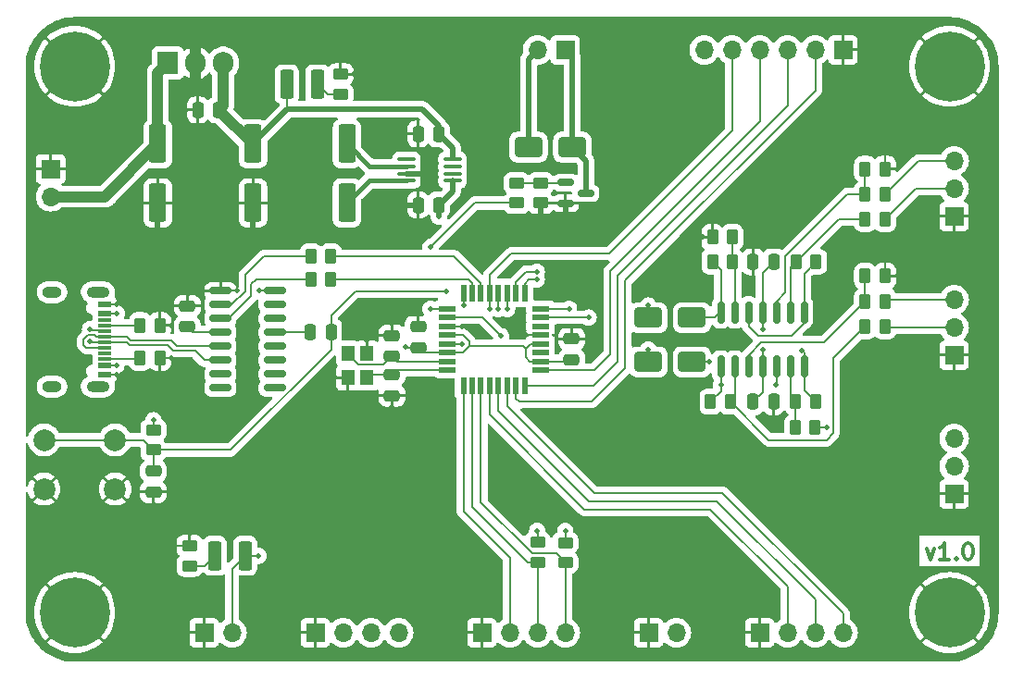
<source format=gbr>
%TF.GenerationSoftware,KiCad,Pcbnew,8.0.1*%
%TF.CreationDate,2024-04-29T10:33:51+02:00*%
%TF.ProjectId,PCB_SMD_Hotplate,5043425f-534d-4445-9f48-6f74706c6174,rev?*%
%TF.SameCoordinates,Original*%
%TF.FileFunction,Copper,L1,Top*%
%TF.FilePolarity,Positive*%
%FSLAX46Y46*%
G04 Gerber Fmt 4.6, Leading zero omitted, Abs format (unit mm)*
G04 Created by KiCad (PCBNEW 8.0.1) date 2024-04-29 10:33:51*
%MOMM*%
%LPD*%
G01*
G04 APERTURE LIST*
G04 Aperture macros list*
%AMRoundRect*
0 Rectangle with rounded corners*
0 $1 Rounding radius*
0 $2 $3 $4 $5 $6 $7 $8 $9 X,Y pos of 4 corners*
0 Add a 4 corners polygon primitive as box body*
4,1,4,$2,$3,$4,$5,$6,$7,$8,$9,$2,$3,0*
0 Add four circle primitives for the rounded corners*
1,1,$1+$1,$2,$3*
1,1,$1+$1,$4,$5*
1,1,$1+$1,$6,$7*
1,1,$1+$1,$8,$9*
0 Add four rect primitives between the rounded corners*
20,1,$1+$1,$2,$3,$4,$5,0*
20,1,$1+$1,$4,$5,$6,$7,0*
20,1,$1+$1,$6,$7,$8,$9,0*
20,1,$1+$1,$8,$9,$2,$3,0*%
G04 Aperture macros list end*
%ADD10C,0.300000*%
%TA.AperFunction,NonConductor*%
%ADD11C,0.300000*%
%TD*%
%TA.AperFunction,SMDPad,CuDef*%
%ADD12RoundRect,0.250000X-1.000000X-0.650000X1.000000X-0.650000X1.000000X0.650000X-1.000000X0.650000X0*%
%TD*%
%TA.AperFunction,SMDPad,CuDef*%
%ADD13RoundRect,0.150000X-0.825000X-0.150000X0.825000X-0.150000X0.825000X0.150000X-0.825000X0.150000X0*%
%TD*%
%TA.AperFunction,SMDPad,CuDef*%
%ADD14RoundRect,0.250000X-0.550000X1.500000X-0.550000X-1.500000X0.550000X-1.500000X0.550000X1.500000X0*%
%TD*%
%TA.AperFunction,ComponentPad*%
%ADD15R,1.700000X1.700000*%
%TD*%
%TA.AperFunction,ComponentPad*%
%ADD16O,1.700000X1.700000*%
%TD*%
%TA.AperFunction,ComponentPad*%
%ADD17C,0.800000*%
%TD*%
%TA.AperFunction,ComponentPad*%
%ADD18C,6.400000*%
%TD*%
%TA.AperFunction,SMDPad,CuDef*%
%ADD19RoundRect,0.250000X0.250000X0.475000X-0.250000X0.475000X-0.250000X-0.475000X0.250000X-0.475000X0*%
%TD*%
%TA.AperFunction,SMDPad,CuDef*%
%ADD20RoundRect,0.250000X-0.450000X0.262500X-0.450000X-0.262500X0.450000X-0.262500X0.450000X0.262500X0*%
%TD*%
%TA.AperFunction,SMDPad,CuDef*%
%ADD21RoundRect,0.250000X-0.475000X0.250000X-0.475000X-0.250000X0.475000X-0.250000X0.475000X0.250000X0*%
%TD*%
%TA.AperFunction,SMDPad,CuDef*%
%ADD22R,1.200000X1.400000*%
%TD*%
%TA.AperFunction,SMDPad,CuDef*%
%ADD23RoundRect,0.250000X-0.262500X-0.450000X0.262500X-0.450000X0.262500X0.450000X-0.262500X0.450000X0*%
%TD*%
%TA.AperFunction,SMDPad,CuDef*%
%ADD24RoundRect,0.150000X-0.150000X0.825000X-0.150000X-0.825000X0.150000X-0.825000X0.150000X0.825000X0*%
%TD*%
%TA.AperFunction,SMDPad,CuDef*%
%ADD25RoundRect,0.250000X0.262500X0.450000X-0.262500X0.450000X-0.262500X-0.450000X0.262500X-0.450000X0*%
%TD*%
%TA.AperFunction,SMDPad,CuDef*%
%ADD26RoundRect,0.250000X0.375000X1.075000X-0.375000X1.075000X-0.375000X-1.075000X0.375000X-1.075000X0*%
%TD*%
%TA.AperFunction,SMDPad,CuDef*%
%ADD27RoundRect,0.100000X-0.712500X-0.100000X0.712500X-0.100000X0.712500X0.100000X-0.712500X0.100000X0*%
%TD*%
%TA.AperFunction,SMDPad,CuDef*%
%ADD28RoundRect,0.250000X-0.250000X-0.475000X0.250000X-0.475000X0.250000X0.475000X-0.250000X0.475000X0*%
%TD*%
%TA.AperFunction,SMDPad,CuDef*%
%ADD29R,1.600000X0.550000*%
%TD*%
%TA.AperFunction,SMDPad,CuDef*%
%ADD30R,0.550000X1.600000*%
%TD*%
%TA.AperFunction,ComponentPad*%
%ADD31R,1.905000X2.000000*%
%TD*%
%TA.AperFunction,ComponentPad*%
%ADD32O,1.905000X2.000000*%
%TD*%
%TA.AperFunction,SMDPad,CuDef*%
%ADD33RoundRect,0.250000X0.450000X-0.262500X0.450000X0.262500X-0.450000X0.262500X-0.450000X-0.262500X0*%
%TD*%
%TA.AperFunction,SMDPad,CuDef*%
%ADD34RoundRect,0.250000X0.475000X-0.250000X0.475000X0.250000X-0.475000X0.250000X-0.475000X-0.250000X0*%
%TD*%
%TA.AperFunction,SMDPad,CuDef*%
%ADD35RoundRect,0.250000X-0.375000X-1.075000X0.375000X-1.075000X0.375000X1.075000X-0.375000X1.075000X0*%
%TD*%
%TA.AperFunction,ComponentPad*%
%ADD36C,2.000000*%
%TD*%
%TA.AperFunction,SMDPad,CuDef*%
%ADD37RoundRect,0.150000X-0.587500X-0.150000X0.587500X-0.150000X0.587500X0.150000X-0.587500X0.150000X0*%
%TD*%
%TA.AperFunction,SMDPad,CuDef*%
%ADD38R,1.240000X0.600000*%
%TD*%
%TA.AperFunction,SMDPad,CuDef*%
%ADD39R,1.240000X0.300000*%
%TD*%
%TA.AperFunction,ComponentPad*%
%ADD40O,2.100000X1.000000*%
%TD*%
%TA.AperFunction,ComponentPad*%
%ADD41O,1.800000X1.000000*%
%TD*%
%TA.AperFunction,ViaPad*%
%ADD42C,0.500000*%
%TD*%
%TA.AperFunction,Conductor*%
%ADD43C,0.200000*%
%TD*%
%TA.AperFunction,Conductor*%
%ADD44C,0.500000*%
%TD*%
%TA.AperFunction,Conductor*%
%ADD45C,1.000000*%
%TD*%
%TA.AperFunction,Conductor*%
%ADD46C,0.400000*%
%TD*%
G04 APERTURE END LIST*
D10*
D11*
X182907143Y-109128328D02*
X183264286Y-110128328D01*
X183264286Y-110128328D02*
X183621429Y-109128328D01*
X184978572Y-110128328D02*
X184121429Y-110128328D01*
X184550000Y-110128328D02*
X184550000Y-108628328D01*
X184550000Y-108628328D02*
X184407143Y-108842614D01*
X184407143Y-108842614D02*
X184264286Y-108985471D01*
X184264286Y-108985471D02*
X184121429Y-109056900D01*
X185621428Y-109985471D02*
X185692857Y-110056900D01*
X185692857Y-110056900D02*
X185621428Y-110128328D01*
X185621428Y-110128328D02*
X185550000Y-110056900D01*
X185550000Y-110056900D02*
X185621428Y-109985471D01*
X185621428Y-109985471D02*
X185621428Y-110128328D01*
X186621429Y-108628328D02*
X186764286Y-108628328D01*
X186764286Y-108628328D02*
X186907143Y-108699757D01*
X186907143Y-108699757D02*
X186978572Y-108771185D01*
X186978572Y-108771185D02*
X187050000Y-108914042D01*
X187050000Y-108914042D02*
X187121429Y-109199757D01*
X187121429Y-109199757D02*
X187121429Y-109556900D01*
X187121429Y-109556900D02*
X187050000Y-109842614D01*
X187050000Y-109842614D02*
X186978572Y-109985471D01*
X186978572Y-109985471D02*
X186907143Y-110056900D01*
X186907143Y-110056900D02*
X186764286Y-110128328D01*
X186764286Y-110128328D02*
X186621429Y-110128328D01*
X186621429Y-110128328D02*
X186478572Y-110056900D01*
X186478572Y-110056900D02*
X186407143Y-109985471D01*
X186407143Y-109985471D02*
X186335714Y-109842614D01*
X186335714Y-109842614D02*
X186264286Y-109556900D01*
X186264286Y-109556900D02*
X186264286Y-109199757D01*
X186264286Y-109199757D02*
X186335714Y-108914042D01*
X186335714Y-108914042D02*
X186407143Y-108771185D01*
X186407143Y-108771185D02*
X186478572Y-108699757D01*
X186478572Y-108699757D02*
X186621429Y-108628328D01*
D12*
%TO.P,D5,1,K*%
%TO.N,DIFF_IN_02*%
X157450000Y-92050000D03*
%TO.P,D5,2,A*%
%TO.N,Net-(D5-A)*%
X161450000Y-92050000D03*
%TD*%
%TO.P,D4,1,K*%
%TO.N,DIFF_IN_01*%
X157450000Y-88000000D03*
%TO.P,D4,2,A*%
%TO.N,Net-(D4-A)*%
X161450000Y-88000000D03*
%TD*%
D13*
%TO.P,U2,1,GND*%
%TO.N,GND*%
X118325000Y-85555000D03*
%TO.P,U2,2,TXD*%
%TO.N,Net-(U2-TXD)*%
X118325000Y-86825000D03*
%TO.P,U2,3,RXD*%
%TO.N,Net-(U2-RXD)*%
X118325000Y-88095000D03*
%TO.P,U2,4,V3*%
%TO.N,Net-(U2-V3)*%
X118325000Y-89365000D03*
%TO.P,U2,5,UD+*%
%TO.N,/USB_D+*%
X118325000Y-90635000D03*
%TO.P,U2,6,UD-*%
%TO.N,/USB_D-*%
X118325000Y-91905000D03*
%TO.P,U2,7,NC*%
%TO.N,unconnected-(U2-NC-Pad7)*%
X118325000Y-93175000D03*
%TO.P,U2,8,~{OUT}/~{DTR}*%
%TO.N,unconnected-(U2-~{OUT}{slash}~{DTR}-Pad8)*%
X118325000Y-94445000D03*
%TO.P,U2,9,~{CTS}*%
%TO.N,unconnected-(U2-~{CTS}-Pad9)*%
X123275000Y-94445000D03*
%TO.P,U2,10,~{DSR}*%
%TO.N,unconnected-(U2-~{DSR}-Pad10)*%
X123275000Y-93175000D03*
%TO.P,U2,11,~{RI}*%
%TO.N,unconnected-(U2-~{RI}-Pad11)*%
X123275000Y-91905000D03*
%TO.P,U2,12,~{DCD}*%
%TO.N,unconnected-(U2-~{DCD}-Pad12)*%
X123275000Y-90635000D03*
%TO.P,U2,13,~{DTR}*%
%TO.N,Net-(U2-~{DTR})*%
X123275000Y-89365000D03*
%TO.P,U2,14,~{RTS}*%
%TO.N,unconnected-(U2-~{RTS}-Pad14)*%
X123275000Y-88095000D03*
%TO.P,U2,15,R232*%
%TO.N,unconnected-(U2-R232-Pad15)*%
X123275000Y-86825000D03*
%TO.P,U2,16,VCC*%
%TO.N,+5V*%
X123275000Y-85555000D03*
%TD*%
D14*
%TO.P,C8,1*%
%TO.N,Net-(U3-CAP+)*%
X129900000Y-72100000D03*
%TO.P,C8,2*%
%TO.N,Net-(U3-CAP-)*%
X129900000Y-77500000D03*
%TD*%
D15*
%TO.P,J5,1,Pin_1*%
%TO.N,FAN_N*%
X149860000Y-63500000D03*
D16*
%TO.P,J5,2,Pin_2*%
%TO.N,+12V*%
X147320000Y-63500000D03*
%TD*%
D14*
%TO.P,C2,1*%
%TO.N,+12V*%
X112600000Y-72100000D03*
%TO.P,C2,2*%
%TO.N,GND*%
X112600000Y-77500000D03*
%TD*%
D17*
%TO.P,H3,1,1*%
%TO.N,GND*%
X102600000Y-115000000D03*
X103302944Y-113302944D03*
X103302944Y-116697056D03*
X105000000Y-112600000D03*
D18*
X105000000Y-115000000D03*
D17*
X105000000Y-117400000D03*
X106697056Y-113302944D03*
X106697056Y-116697056D03*
X107400000Y-115000000D03*
%TD*%
D19*
%TO.P,C6,1*%
%TO.N,+5V*%
X138300000Y-71200000D03*
%TO.P,C6,2*%
%TO.N,GND*%
X136400000Y-71200000D03*
%TD*%
D20*
%TO.P,R9,1*%
%TO.N,+5V*%
X149860000Y-108600000D03*
%TO.P,R9,2*%
%TO.N,ENCODER_A*%
X149860000Y-110425000D03*
%TD*%
D21*
%TO.P,C15,1*%
%TO.N,RST_UC*%
X112200000Y-102062500D03*
%TO.P,C15,2*%
%TO.N,GND*%
X112200000Y-103962500D03*
%TD*%
D15*
%TO.P,J8,1,Pin_1*%
%TO.N,GND*%
X157480000Y-116840000D03*
D16*
%TO.P,J8,2,Pin_2*%
%TO.N,SSR_UC*%
X160020000Y-116840000D03*
%TD*%
D19*
%TO.P,C14,1*%
%TO.N,GND*%
X168912500Y-95700000D03*
%TO.P,C14,2*%
%TO.N,-5V*%
X167012500Y-95700000D03*
%TD*%
D22*
%TO.P,Y1,1,1*%
%TO.N,XTAL2_UC*%
X131700000Y-93500000D03*
%TO.P,Y1,2,2*%
%TO.N,GND*%
X131700000Y-91300000D03*
%TO.P,Y1,3,3*%
%TO.N,XTAL1_UC*%
X130000000Y-91300000D03*
%TO.P,Y1,4,4*%
%TO.N,GND*%
X130000000Y-93500000D03*
%TD*%
D23*
%TO.P,R3,1*%
%TO.N,Net-(J2-CC2)*%
X110975000Y-91700000D03*
%TO.P,R3,2*%
%TO.N,GND*%
X112800000Y-91700000D03*
%TD*%
D17*
%TO.P,H4,1,1*%
%TO.N,GND*%
X182600000Y-115000000D03*
X183302944Y-113302944D03*
X183302944Y-116697056D03*
X185000000Y-112600000D03*
D18*
X185000000Y-115000000D03*
D17*
X185000000Y-117400000D03*
X186697056Y-113302944D03*
X186697056Y-116697056D03*
X187400000Y-115000000D03*
%TD*%
D24*
%TO.P,U4,1*%
%TO.N,Net-(U4B-+)*%
X171710000Y-87525000D03*
%TO.P,U4,2,-*%
%TO.N,Net-(U4A--)*%
X170440000Y-87525000D03*
%TO.P,U4,3,+*%
%TO.N,Net-(U4A-+)*%
X169170000Y-87525000D03*
%TO.P,U4,4,V+*%
%TO.N,+5V*%
X167900000Y-87525000D03*
%TO.P,U4,5,+*%
%TO.N,Net-(U4B-+)*%
X166630000Y-87525000D03*
%TO.P,U4,6,-*%
%TO.N,Net-(U4B--)*%
X165360000Y-87525000D03*
%TO.P,U4,7*%
%TO.N,Net-(D4-A)*%
X164090000Y-87525000D03*
%TO.P,U4,8*%
%TO.N,Net-(U4D-+)*%
X164090000Y-92475000D03*
%TO.P,U4,9,-*%
%TO.N,Net-(U4C--)*%
X165360000Y-92475000D03*
%TO.P,U4,10,+*%
%TO.N,Net-(U4C-+)*%
X166630000Y-92475000D03*
%TO.P,U4,11,V-*%
%TO.N,-5V*%
X167900000Y-92475000D03*
%TO.P,U4,12,+*%
%TO.N,Net-(U4D-+)*%
X169170000Y-92475000D03*
%TO.P,U4,13,-*%
%TO.N,Net-(U4D--)*%
X170440000Y-92475000D03*
%TO.P,U4,14*%
%TO.N,Net-(D5-A)*%
X171710000Y-92475000D03*
%TD*%
D25*
%TO.P,R13,1*%
%TO.N,DIFF_OPAMP_01+*%
X179112500Y-76700000D03*
%TO.P,R13,2*%
%TO.N,Net-(U4A-+)*%
X177287500Y-76700000D03*
%TD*%
D15*
%TO.P,J1,1,Pin_1*%
%TO.N,GND*%
X102800000Y-74400000D03*
D16*
%TO.P,J1,2,Pin_2*%
%TO.N,+12V*%
X102800000Y-76940000D03*
%TD*%
D15*
%TO.P,J4,1,Pin_1*%
%TO.N,GND*%
X127000000Y-116840000D03*
D16*
%TO.P,J4,2,Pin_2*%
%TO.N,I2C_SCL_UC*%
X129540000Y-116840000D03*
%TO.P,J4,3,Pin_3*%
%TO.N,I2C_SDA_UC*%
X132080000Y-116840000D03*
%TO.P,J4,4,Pin_4*%
%TO.N,+5V*%
X134620000Y-116840000D03*
%TD*%
D25*
%TO.P,R18,1*%
%TO.N,GND*%
X179112500Y-84200000D03*
%TO.P,R18,2*%
%TO.N,Net-(U4C-+)*%
X177287500Y-84200000D03*
%TD*%
D23*
%TO.P,R1,1*%
%TO.N,Net-(J2-CC1)*%
X110975000Y-88700000D03*
%TO.P,R1,2*%
%TO.N,GND*%
X112800000Y-88700000D03*
%TD*%
D25*
%TO.P,R14,1*%
%TO.N,DIFF_OPAMP_01-*%
X179112500Y-79000000D03*
%TO.P,R14,2*%
%TO.N,Net-(U4A--)*%
X177287500Y-79000000D03*
%TD*%
D14*
%TO.P,C4,1*%
%TO.N,+5V*%
X121300000Y-72100000D03*
%TO.P,C4,2*%
%TO.N,GND*%
X121300000Y-77500000D03*
%TD*%
D20*
%TO.P,R11,1*%
%TO.N,+5V*%
X112200000Y-98300000D03*
%TO.P,R11,2*%
%TO.N,RST_UC*%
X112200000Y-100125000D03*
%TD*%
D15*
%TO.P,J3,1,Pin_1*%
%TO.N,GND*%
X185420000Y-104140000D03*
D16*
%TO.P,J3,2,Pin_2*%
%TO.N,ADC_IN_02*%
X185420000Y-101600000D03*
%TO.P,J3,3,Pin_3*%
%TO.N,ADC_IN_01*%
X185420000Y-99060000D03*
%TD*%
D23*
%TO.P,R17,1*%
%TO.N,Net-(D4-A)*%
X163325000Y-82900000D03*
%TO.P,R17,2*%
%TO.N,Net-(U4B--)*%
X165150000Y-82900000D03*
%TD*%
D26*
%TO.P,D2,1,K*%
%TO.N,Net-(D2-K)*%
X127200000Y-66650000D03*
%TO.P,D2,2,A*%
%TO.N,+5V*%
X124400000Y-66650000D03*
%TD*%
D15*
%TO.P,J7,1,Pin_1*%
%TO.N,GND*%
X142240000Y-116840000D03*
D16*
%TO.P,J7,2,Pin_2*%
%TO.N,ENCODER_SW*%
X144780000Y-116840000D03*
%TO.P,J7,3,Pin_3*%
%TO.N,ENCODER_B*%
X147320000Y-116840000D03*
%TO.P,J7,4,Pin_4*%
%TO.N,ENCODER_A*%
X149860000Y-116840000D03*
%TD*%
D17*
%TO.P,H1,1,1*%
%TO.N,GND*%
X102600000Y-65000000D03*
X103302944Y-63302944D03*
X103302944Y-66697056D03*
X105000000Y-62600000D03*
D18*
X105000000Y-65000000D03*
D17*
X105000000Y-67400000D03*
X106697056Y-63302944D03*
X106697056Y-66697056D03*
X107400000Y-65000000D03*
%TD*%
D25*
%TO.P,R20,1*%
%TO.N,DIFF_OPAMP_02-*%
X179112500Y-88800000D03*
%TO.P,R20,2*%
%TO.N,Net-(U4C--)*%
X177287500Y-88800000D03*
%TD*%
D27*
%TO.P,U3,1,NC*%
%TO.N,unconnected-(U3-NC-Pad1)*%
X135337500Y-73525000D03*
%TO.P,U3,2,CAP+*%
%TO.N,Net-(U3-CAP+)*%
X135337500Y-74175000D03*
%TO.P,U3,3,GND*%
%TO.N,GND*%
X135337500Y-74825000D03*
%TO.P,U3,4,CAP-*%
%TO.N,Net-(U3-CAP-)*%
X135337500Y-75475000D03*
%TO.P,U3,5,VOUT*%
%TO.N,-5V*%
X139562500Y-75475000D03*
%TO.P,U3,6,LV*%
%TO.N,unconnected-(U3-LV-Pad6)*%
X139562500Y-74825000D03*
%TO.P,U3,7,OSC*%
%TO.N,unconnected-(U3-OSC-Pad7)*%
X139562500Y-74175000D03*
%TO.P,U3,8,V+*%
%TO.N,+5V*%
X139562500Y-73525000D03*
%TD*%
D28*
%TO.P,C5,1*%
%TO.N,Net-(U2-~{DTR})*%
X126550000Y-89300000D03*
%TO.P,C5,2*%
%TO.N,RST_UC*%
X128450000Y-89300000D03*
%TD*%
D19*
%TO.P,C7,1*%
%TO.N,-5V*%
X138300000Y-77700000D03*
%TO.P,C7,2*%
%TO.N,GND*%
X136400000Y-77700000D03*
%TD*%
D25*
%TO.P,R22,1*%
%TO.N,GND*%
X172712500Y-98050000D03*
%TO.P,R22,2*%
%TO.N,Net-(U4D--)*%
X170887500Y-98050000D03*
%TD*%
D29*
%TO.P,U5,1,PD3*%
%TO.N,FAN_OUT*%
X139100000Y-87200000D03*
%TO.P,U5,2,PD4*%
%TO.N,SSR_UC*%
X139100000Y-88000000D03*
%TO.P,U5,3,GND*%
%TO.N,GND*%
X139100000Y-88800000D03*
%TO.P,U5,4,VCC*%
%TO.N,+5V*%
X139100000Y-89600000D03*
%TO.P,U5,5,GND*%
%TO.N,GND*%
X139100000Y-90400000D03*
%TO.P,U5,6,VCC*%
%TO.N,+5V*%
X139100000Y-91200000D03*
%TO.P,U5,7,XTAL1/PB6*%
%TO.N,XTAL1_UC*%
X139100000Y-92000000D03*
%TO.P,U5,8,XTAL2/PB7*%
%TO.N,XTAL2_UC*%
X139100000Y-92800000D03*
D30*
%TO.P,U5,9,PD5*%
%TO.N,ENCODER_SW*%
X140550000Y-94250000D03*
%TO.P,U5,10,PD6*%
%TO.N,ENCODER_B*%
X141350000Y-94250000D03*
%TO.P,U5,11,PD7*%
%TO.N,ENCODER_A*%
X142150000Y-94250000D03*
%TO.P,U5,12,PB0*%
%TO.N,PIN_08_UC*%
X142950000Y-94250000D03*
%TO.P,U5,13,PB1*%
%TO.N,PIN_09_UC*%
X143750000Y-94250000D03*
%TO.P,U5,14,PB2*%
%TO.N,PIN_10_UC*%
X144550000Y-94250000D03*
%TO.P,U5,15,PB3*%
%TO.N,SPI_MOSI_UC*%
X145350000Y-94250000D03*
%TO.P,U5,16,PB4*%
%TO.N,SPI_MISO_UC*%
X146150000Y-94250000D03*
D29*
%TO.P,U5,17,PB5*%
%TO.N,SPI_SCLK_UC*%
X147600000Y-92800000D03*
%TO.P,U5,18,AVCC*%
%TO.N,+5V*%
X147600000Y-92000000D03*
%TO.P,U5,19,ADC6*%
%TO.N,unconnected-(U5-ADC6-Pad19)*%
X147600000Y-91200000D03*
%TO.P,U5,20,AREF*%
%TO.N,+5V*%
X147600000Y-90400000D03*
%TO.P,U5,21,GND*%
%TO.N,GND*%
X147600000Y-89600000D03*
%TO.P,U5,22,ADC7*%
%TO.N,unconnected-(U5-ADC7-Pad22)*%
X147600000Y-88800000D03*
%TO.P,U5,23,PC0*%
%TO.N,ADC_IN_01*%
X147600000Y-88000000D03*
%TO.P,U5,24,PC1*%
%TO.N,ADC_IN_02*%
X147600000Y-87200000D03*
D30*
%TO.P,U5,25,PC2*%
%TO.N,DIFF_IN_02*%
X146150000Y-85750000D03*
%TO.P,U5,26,PC3*%
%TO.N,DIFF_IN_01*%
X145350000Y-85750000D03*
%TO.P,U5,27,PC4*%
%TO.N,I2C_SDA_UC*%
X144550000Y-85750000D03*
%TO.P,U5,28,PC5*%
%TO.N,I2C_SCL_UC*%
X143750000Y-85750000D03*
%TO.P,U5,29,~{RESET}/PC6*%
%TO.N,RST_UC*%
X142950000Y-85750000D03*
%TO.P,U5,30,PD0*%
%TO.N,RXD_UC*%
X142150000Y-85750000D03*
%TO.P,U5,31,PD1*%
%TO.N,TXD_UC*%
X141350000Y-85750000D03*
%TO.P,U5,32,PD2*%
%TO.N,LED_OUT*%
X140550000Y-85750000D03*
%TD*%
D15*
%TO.P,J11,1,Pin_1*%
%TO.N,GND*%
X185420000Y-91440000D03*
D16*
%TO.P,J11,2,Pin_2*%
%TO.N,DIFF_OPAMP_02-*%
X185420000Y-88900000D03*
%TO.P,J11,3,Pin_3*%
%TO.N,DIFF_OPAMP_02+*%
X185420000Y-86360000D03*
%TD*%
D19*
%TO.P,C3,1*%
%TO.N,+5V*%
X118150000Y-69000000D03*
%TO.P,C3,2*%
%TO.N,GND*%
X116250000Y-69000000D03*
%TD*%
D15*
%TO.P,J12,1,Pin_1*%
%TO.N,GND*%
X167640000Y-116840000D03*
D16*
%TO.P,J12,2,Pin_2*%
%TO.N,PIN_08_UC*%
X170180000Y-116840000D03*
%TO.P,J12,3,Pin_3*%
%TO.N,PIN_09_UC*%
X172720000Y-116840000D03*
%TO.P,J12,4,Pin_4*%
%TO.N,PIN_10_UC*%
X175260000Y-116840000D03*
%TD*%
D31*
%TO.P,U1,1,VI*%
%TO.N,+12V*%
X113520000Y-64700000D03*
D32*
%TO.P,U1,2,GND*%
%TO.N,GND*%
X116060000Y-64700000D03*
%TO.P,U1,3,VO*%
%TO.N,+5V*%
X118600000Y-64700000D03*
%TD*%
D33*
%TO.P,R5,1*%
%TO.N,Net-(D2-K)*%
X129300000Y-67562500D03*
%TO.P,R5,2*%
%TO.N,GND*%
X129300000Y-65737500D03*
%TD*%
D34*
%TO.P,C11,1*%
%TO.N,+5V*%
X150450000Y-91850000D03*
%TO.P,C11,2*%
%TO.N,GND*%
X150450000Y-89950000D03*
%TD*%
D25*
%TO.P,R12,1*%
%TO.N,GND*%
X179112500Y-74400000D03*
%TO.P,R12,2*%
%TO.N,Net-(U4A-+)*%
X177287500Y-74400000D03*
%TD*%
D35*
%TO.P,D3,1,K*%
%TO.N,Net-(D3-K)*%
X117800000Y-109800000D03*
%TO.P,D3,2,A*%
%TO.N,LED_OUT*%
X120600000Y-109800000D03*
%TD*%
D23*
%TO.P,R4,1*%
%TO.N,Net-(U2-RXD)*%
X126600000Y-84500000D03*
%TO.P,R4,2*%
%TO.N,TXD_UC*%
X128425000Y-84500000D03*
%TD*%
D34*
%TO.P,C13,1*%
%TO.N,GND*%
X134000000Y-95150000D03*
%TO.P,C13,2*%
%TO.N,XTAL2_UC*%
X134000000Y-93250000D03*
%TD*%
D25*
%TO.P,R23,1*%
%TO.N,Net-(D5-A)*%
X172725000Y-95700000D03*
%TO.P,R23,2*%
%TO.N,Net-(U4D--)*%
X170900000Y-95700000D03*
%TD*%
D20*
%TO.P,R10,1*%
%TO.N,GND*%
X115500000Y-108887500D03*
%TO.P,R10,2*%
%TO.N,Net-(D3-K)*%
X115500000Y-110712500D03*
%TD*%
D25*
%TO.P,R19,1*%
%TO.N,DIFF_OPAMP_02+*%
X179112500Y-86500000D03*
%TO.P,R19,2*%
%TO.N,Net-(U4C-+)*%
X177287500Y-86500000D03*
%TD*%
D36*
%TO.P,SW1,1,1*%
%TO.N,RST_UC*%
X102200000Y-99200000D03*
X108700000Y-99200000D03*
%TO.P,SW1,2,2*%
%TO.N,GND*%
X102200000Y-103700000D03*
X108700000Y-103700000D03*
%TD*%
D21*
%TO.P,C9,1*%
%TO.N,GND*%
X134000000Y-89650000D03*
%TO.P,C9,2*%
%TO.N,XTAL1_UC*%
X134000000Y-91550000D03*
%TD*%
D19*
%TO.P,C12,1*%
%TO.N,+5V*%
X168937500Y-82900000D03*
%TO.P,C12,2*%
%TO.N,GND*%
X167037500Y-82900000D03*
%TD*%
D25*
%TO.P,R21,1*%
%TO.N,Net-(U4C--)*%
X164975000Y-95700000D03*
%TO.P,R21,2*%
%TO.N,Net-(U4D-+)*%
X163150000Y-95700000D03*
%TD*%
D17*
%TO.P,H2,1,1*%
%TO.N,GND*%
X182600000Y-65000000D03*
X183302944Y-63302944D03*
X183302944Y-66697056D03*
X185000000Y-62600000D03*
D18*
X185000000Y-65000000D03*
D17*
X185000000Y-67400000D03*
X186697056Y-63302944D03*
X186697056Y-66697056D03*
X187400000Y-65000000D03*
%TD*%
D20*
%TO.P,R8,1*%
%TO.N,+5V*%
X147320000Y-108587500D03*
%TO.P,R8,2*%
%TO.N,ENCODER_B*%
X147320000Y-110412500D03*
%TD*%
D23*
%TO.P,R16,1*%
%TO.N,GND*%
X163325000Y-80650000D03*
%TO.P,R16,2*%
%TO.N,Net-(U4B--)*%
X165150000Y-80650000D03*
%TD*%
D15*
%TO.P,J9,1,Pin_1*%
%TO.N,GND*%
X175260000Y-63500000D03*
D16*
%TO.P,J9,2,Pin_2*%
%TO.N,SPI_MOSI_UC*%
X172720000Y-63500000D03*
%TO.P,J9,3,Pin_3*%
%TO.N,SPI_MISO_UC*%
X170180000Y-63500000D03*
%TO.P,J9,4,Pin_4*%
%TO.N,SPI_SCLK_UC*%
X167640000Y-63500000D03*
%TO.P,J9,5,Pin_5*%
%TO.N,RST_UC*%
X165100000Y-63500000D03*
%TO.P,J9,6,Pin_6*%
%TO.N,+5V*%
X162560000Y-63500000D03*
%TD*%
D34*
%TO.P,C1,1*%
%TO.N,Net-(U2-V3)*%
X115300000Y-88850000D03*
%TO.P,C1,2*%
%TO.N,GND*%
X115300000Y-86950000D03*
%TD*%
D37*
%TO.P,Q1,1,G*%
%TO.N,Net-(Q1-G)*%
X149862500Y-75650000D03*
%TO.P,Q1,2,S*%
%TO.N,GND*%
X149862500Y-77550000D03*
%TO.P,Q1,3,D*%
%TO.N,FAN_N*%
X151737500Y-76600000D03*
%TD*%
D20*
%TO.P,R7,1*%
%TO.N,Net-(Q1-G)*%
X147600000Y-75687500D03*
%TO.P,R7,2*%
%TO.N,GND*%
X147600000Y-77512500D03*
%TD*%
%TO.P,R6,1*%
%TO.N,Net-(Q1-G)*%
X145400000Y-75687500D03*
%TO.P,R6,2*%
%TO.N,FAN_OUT*%
X145400000Y-77512500D03*
%TD*%
D23*
%TO.P,R15,1*%
%TO.N,Net-(U4A--)*%
X170975000Y-82900000D03*
%TO.P,R15,2*%
%TO.N,Net-(U4B-+)*%
X172800000Y-82900000D03*
%TD*%
D15*
%TO.P,J6,1,Pin_1*%
%TO.N,GND*%
X116840000Y-116840000D03*
D16*
%TO.P,J6,2,Pin_2*%
%TO.N,LED_OUT*%
X119380000Y-116840000D03*
%TD*%
D34*
%TO.P,C10,1*%
%TO.N,+5V*%
X136400000Y-90750000D03*
%TO.P,C10,2*%
%TO.N,GND*%
X136400000Y-88850000D03*
%TD*%
D38*
%TO.P,J2,A1,GND*%
%TO.N,GND*%
X107725000Y-86800000D03*
%TO.P,J2,A4,VBUS*%
%TO.N,+5V*%
X107725000Y-87600000D03*
D39*
%TO.P,J2,A5,CC1*%
%TO.N,Net-(J2-CC1)*%
X107725000Y-88750000D03*
%TO.P,J2,A6,D+*%
%TO.N,/USB_D+*%
X107725000Y-89750000D03*
%TO.P,J2,A7,D-*%
%TO.N,/USB_D-*%
X107725000Y-90250000D03*
%TO.P,J2,A8,SBU1*%
%TO.N,unconnected-(J2-SBU1-PadA8)*%
X107725000Y-91250000D03*
D38*
%TO.P,J2,A9,VBUS*%
%TO.N,+5V*%
X107725000Y-92400000D03*
%TO.P,J2,A12,GND*%
%TO.N,GND*%
X107725000Y-93200000D03*
%TO.P,J2,B1,GND*%
X107725000Y-93200000D03*
%TO.P,J2,B4,VBUS*%
%TO.N,+5V*%
X107725000Y-92400000D03*
D39*
%TO.P,J2,B5,CC2*%
%TO.N,Net-(J2-CC2)*%
X107725000Y-91750000D03*
%TO.P,J2,B6,D+*%
%TO.N,/USB_D+*%
X107725000Y-90750000D03*
%TO.P,J2,B7,D-*%
%TO.N,/USB_D-*%
X107725000Y-89250000D03*
%TO.P,J2,B8,SBU2*%
%TO.N,unconnected-(J2-SBU2-PadB8)*%
X107725000Y-88250000D03*
D38*
%TO.P,J2,B9,VBUS*%
%TO.N,+5V*%
X107725000Y-87600000D03*
%TO.P,J2,B12,GND*%
%TO.N,GND*%
X107725000Y-86800000D03*
D40*
%TO.P,J2,S1,SHIELD*%
%TO.N,unconnected-(J2-SHIELD-PadS1)_0*%
X107125000Y-85680000D03*
D41*
%TO.N,unconnected-(J2-SHIELD-PadS1)_1*%
X102925000Y-85680000D03*
D40*
%TO.N,unconnected-(J2-SHIELD-PadS1)*%
X107125000Y-94320000D03*
D41*
%TO.N,unconnected-(J2-SHIELD-PadS1)_2*%
X102925000Y-94320000D03*
%TD*%
D15*
%TO.P,J10,1,Pin_1*%
%TO.N,GND*%
X185420000Y-78740000D03*
D16*
%TO.P,J10,2,Pin_2*%
%TO.N,DIFF_OPAMP_01-*%
X185420000Y-76200000D03*
%TO.P,J10,3,Pin_3*%
%TO.N,DIFF_OPAMP_01+*%
X185420000Y-73660000D03*
%TD*%
D23*
%TO.P,R2,1*%
%TO.N,Net-(U2-TXD)*%
X126600000Y-82400000D03*
%TO.P,R2,2*%
%TO.N,RXD_UC*%
X128425000Y-82400000D03*
%TD*%
D12*
%TO.P,D1,1,K*%
%TO.N,+12V*%
X146500000Y-72400000D03*
%TO.P,D1,2,A*%
%TO.N,FAN_N*%
X150500000Y-72400000D03*
%TD*%
D42*
%TO.N,DIFF_IN_02*%
X157450000Y-90900000D03*
%TO.N,DIFF_IN_01*%
X157450000Y-86900000D03*
%TO.N,DIFF_IN_02*%
X147250000Y-84500003D03*
%TO.N,DIFF_IN_01*%
X147250000Y-83800000D03*
%TO.N,Net-(D5-A)*%
X163000000Y-92050000D03*
X171500000Y-91000000D03*
%TO.N,GND*%
X180200000Y-74400000D03*
X115350000Y-85900000D03*
X115500000Y-107750000D03*
X149900000Y-78450000D03*
X131700000Y-90050000D03*
X113850000Y-91700000D03*
X146250000Y-89600000D03*
X140400000Y-88800000D03*
X112250000Y-105050000D03*
X112600000Y-79900000D03*
X108800000Y-93250000D03*
X180200000Y-84150000D03*
X134000000Y-96200000D03*
X140400000Y-90450000D03*
X135350000Y-77700000D03*
X167050000Y-81550000D03*
X136400000Y-87750000D03*
X108850000Y-86750000D03*
X162400000Y-80650000D03*
X136750000Y-74800000D03*
X150450000Y-88850000D03*
X147600000Y-78550000D03*
X128800000Y-93500000D03*
X119850000Y-85555000D03*
X168950000Y-97100000D03*
X121300000Y-79900000D03*
X134000000Y-88600000D03*
X130550000Y-65750000D03*
X113850000Y-88700000D03*
X173800000Y-98050000D03*
X115200000Y-69000000D03*
%TO.N,+5V*%
X149860000Y-107500000D03*
X108850000Y-87600000D03*
X108800000Y-92400000D03*
X121850000Y-85555000D03*
X147300000Y-107500000D03*
X112200000Y-97400000D03*
X167900000Y-89100000D03*
X135250000Y-90700000D03*
%TO.N,RST_UC*%
X139000000Y-85600000D03*
X142950000Y-87200000D03*
%TO.N,-5V*%
X167900000Y-90950000D03*
X138300000Y-78750000D03*
%TO.N,LED_OUT*%
X121800000Y-109800000D03*
X140550000Y-86900000D03*
%TO.N,/USB_D-*%
X106406003Y-89050000D03*
X106401409Y-90200000D03*
%TO.N,ADC_IN_01*%
X152000000Y-88000000D03*
%TO.N,ADC_IN_02*%
X150200000Y-87200000D03*
%TO.N,I2C_SDA_UC*%
X144550000Y-87200000D03*
%TO.N,I2C_SCL_UC*%
X143750000Y-87200000D03*
%TO.N,SSR_UC*%
X144000000Y-89700000D03*
%TO.N,FAN_OUT*%
X137550000Y-81550000D03*
X137550000Y-87200000D03*
%TO.N,Net-(U4D-+)*%
X169150000Y-94150000D03*
X164100000Y-94150000D03*
%TD*%
D43*
%TO.N,DIFF_IN_01*%
X157450000Y-86900000D02*
X157450000Y-88000000D01*
%TO.N,DIFF_IN_02*%
X157450000Y-92050000D02*
X157450000Y-90900000D01*
X146549997Y-84500003D02*
X146150000Y-84900000D01*
X147250000Y-84500003D02*
X146549997Y-84500003D01*
X146150000Y-84900000D02*
X146150000Y-85750000D01*
%TO.N,DIFF_IN_01*%
X145350000Y-84750000D02*
X145350000Y-85750000D01*
X146300000Y-83800000D02*
X145350000Y-84750000D01*
X147250000Y-83800000D02*
X146300000Y-83800000D01*
%TO.N,Net-(D5-A)*%
X163000000Y-92050000D02*
X161450000Y-92050000D01*
%TO.N,Net-(D4-A)*%
X163500000Y-88000000D02*
X161450000Y-88000000D01*
X163975000Y-87525000D02*
X163500000Y-88000000D01*
X164090000Y-87525000D02*
X163975000Y-87525000D01*
%TO.N,Net-(D5-A)*%
X171710000Y-91210000D02*
X171500000Y-91000000D01*
X171710000Y-92475000D02*
X171710000Y-91210000D01*
%TO.N,ADC_IN_01*%
X152000000Y-88000000D02*
X147600000Y-88000000D01*
%TO.N,ADC_IN_02*%
X150200000Y-87200000D02*
X147600000Y-87200000D01*
%TO.N,SPI_MOSI_UC*%
X155350000Y-84600000D02*
X172720000Y-67230000D01*
X152250000Y-95700000D02*
X155350000Y-92600000D01*
X145650000Y-95700000D02*
X152250000Y-95700000D01*
X145350000Y-95400000D02*
X145650000Y-95700000D01*
X155350000Y-92600000D02*
X155350000Y-84600000D01*
X172720000Y-67230000D02*
X172720000Y-63500000D01*
X145350000Y-94250000D02*
X145350000Y-95400000D01*
%TO.N,SPI_MISO_UC*%
X170180000Y-68620000D02*
X170180000Y-63500000D01*
X154650000Y-92050000D02*
X154650000Y-84150000D01*
X152450000Y-94250000D02*
X154650000Y-92050000D01*
X154650000Y-84150000D02*
X170180000Y-68620000D01*
X146150000Y-94250000D02*
X152450000Y-94250000D01*
%TO.N,SPI_SCLK_UC*%
X167640000Y-70060000D02*
X167640000Y-63500000D01*
X153950000Y-83750000D02*
X167640000Y-70060000D01*
X153950000Y-91350000D02*
X153950000Y-83750000D01*
X152500000Y-92800000D02*
X153950000Y-91350000D01*
X147600000Y-92800000D02*
X152500000Y-92800000D01*
%TO.N,GND*%
X131700000Y-91300000D02*
X131700000Y-90050000D01*
X136400000Y-88850000D02*
X136400000Y-87750000D01*
X147600000Y-89600000D02*
X146250000Y-89600000D01*
X130537500Y-65737500D02*
X130550000Y-65750000D01*
X179112500Y-74400000D02*
X180200000Y-74400000D01*
X139100000Y-88800000D02*
X140400000Y-88800000D01*
X168912500Y-97062500D02*
X168912500Y-95700000D01*
D44*
X136725000Y-74825000D02*
X136750000Y-74800000D01*
X135337500Y-74825000D02*
X136725000Y-74825000D01*
X147600000Y-77512500D02*
X147600000Y-78550000D01*
D43*
X140350000Y-90400000D02*
X140400000Y-90450000D01*
X139100000Y-90400000D02*
X140350000Y-90400000D01*
X167037500Y-81562500D02*
X167050000Y-81550000D01*
X108750000Y-93200000D02*
X108800000Y-93250000D01*
D44*
X112600000Y-77500000D02*
X112600000Y-79900000D01*
D43*
X163325000Y-80650000D02*
X162400000Y-80650000D01*
X134000000Y-89650000D02*
X134000000Y-88600000D01*
X115500000Y-108887500D02*
X115500000Y-107750000D01*
X167037500Y-82900000D02*
X167037500Y-81562500D01*
X107725000Y-86800000D02*
X108800000Y-86800000D01*
X129300000Y-65737500D02*
X130537500Y-65737500D01*
X107725000Y-93200000D02*
X108750000Y-93200000D01*
X116250000Y-69000000D02*
X115200000Y-69000000D01*
D44*
X149862500Y-78412500D02*
X149900000Y-78450000D01*
D43*
X119850000Y-85555000D02*
X118325000Y-85555000D01*
D44*
X121300000Y-77500000D02*
X121300000Y-79900000D01*
D43*
X134000000Y-95150000D02*
X134000000Y-96200000D01*
X150450000Y-89950000D02*
X150450000Y-88850000D01*
X108800000Y-86800000D02*
X108850000Y-86750000D01*
X112800000Y-91700000D02*
X113850000Y-91700000D01*
X168950000Y-97100000D02*
X168912500Y-97062500D01*
X179112500Y-84200000D02*
X180150000Y-84200000D01*
X172712500Y-98050000D02*
X173800000Y-98050000D01*
X180150000Y-84200000D02*
X180200000Y-84150000D01*
X130000000Y-93500000D02*
X128800000Y-93500000D01*
X115300000Y-86950000D02*
X115300000Y-85950000D01*
D44*
X149862500Y-77550000D02*
X149862500Y-78412500D01*
D43*
X112200000Y-105000000D02*
X112250000Y-105050000D01*
X115300000Y-85950000D02*
X115350000Y-85900000D01*
X112800000Y-88700000D02*
X113850000Y-88700000D01*
X112200000Y-103962500D02*
X112200000Y-105000000D01*
X139050000Y-88850000D02*
X139100000Y-88800000D01*
D44*
X136400000Y-77700000D02*
X135350000Y-77700000D01*
D43*
%TO.N,Net-(U2-V3)*%
X118325000Y-89365000D02*
X115815000Y-89365000D01*
X115815000Y-89365000D02*
X115300000Y-88850000D01*
D45*
%TO.N,+12V*%
X102800000Y-76940000D02*
X107760000Y-76940000D01*
D44*
X147320000Y-63500000D02*
X147320000Y-63530000D01*
X147320000Y-63530000D02*
X146500000Y-64350000D01*
D45*
X112600000Y-72100000D02*
X112600000Y-65620000D01*
D44*
X146500000Y-64350000D02*
X146500000Y-72400000D01*
D45*
X112600000Y-65620000D02*
X113520000Y-64700000D01*
X107760000Y-76940000D02*
X112600000Y-72100000D01*
D43*
%TO.N,+5V*%
X147600000Y-90400000D02*
X146725000Y-90400000D01*
D44*
X139562500Y-72462500D02*
X139562500Y-73275000D01*
D43*
X112200000Y-98300000D02*
X112200000Y-97400000D01*
X124400000Y-66650000D02*
X124400000Y-68900000D01*
X149860000Y-107500000D02*
X149860000Y-108600000D01*
X145975000Y-90600000D02*
X143450000Y-90600000D01*
X140500000Y-91200000D02*
X139100000Y-91200000D01*
D44*
X126250000Y-68950000D02*
X136775000Y-68950000D01*
X124450000Y-68950000D02*
X126250000Y-68950000D01*
D43*
X107725000Y-87600000D02*
X108850000Y-87600000D01*
X136850000Y-91200000D02*
X136400000Y-90750000D01*
X135300000Y-90750000D02*
X135250000Y-90700000D01*
X121850000Y-85555000D02*
X123275000Y-85555000D01*
D45*
X121300000Y-72100000D02*
X121250000Y-72100000D01*
X118600000Y-68550000D02*
X118150000Y-69000000D01*
D43*
X146725000Y-90400000D02*
X146250000Y-90875000D01*
X124400000Y-68900000D02*
X124450000Y-68950000D01*
X146600000Y-92000000D02*
X147600000Y-92000000D01*
X143450000Y-90600000D02*
X141100000Y-90600000D01*
X167900000Y-87525000D02*
X167900000Y-83937500D01*
X141100000Y-90600000D02*
X140500000Y-91200000D01*
X150300000Y-92000000D02*
X150450000Y-91850000D01*
X147600000Y-92000000D02*
X150300000Y-92000000D01*
X167900000Y-87525000D02*
X167900000Y-89100000D01*
D44*
X138300000Y-70475000D02*
X138300000Y-71200000D01*
D43*
X146250000Y-90875000D02*
X146250000Y-91650000D01*
X139100000Y-91200000D02*
X136850000Y-91200000D01*
X139100000Y-89600000D02*
X140500000Y-89600000D01*
X146250000Y-90875000D02*
X145975000Y-90600000D01*
X141100000Y-90200000D02*
X141100000Y-90600000D01*
X140500000Y-89600000D02*
X141100000Y-90200000D01*
X167900000Y-83937500D02*
X168937500Y-82900000D01*
X136400000Y-90750000D02*
X135300000Y-90750000D01*
D44*
X138300000Y-71200000D02*
X139562500Y-72462500D01*
D45*
X118600000Y-64700000D02*
X118600000Y-68550000D01*
D43*
X146250000Y-91650000D02*
X146600000Y-92000000D01*
D44*
X121300000Y-72100000D02*
X124450000Y-68950000D01*
X136775000Y-68950000D02*
X138300000Y-70475000D01*
D43*
X147300000Y-107500000D02*
X147320000Y-107520000D01*
D45*
X121250000Y-72100000D02*
X118150000Y-69000000D01*
D43*
X147320000Y-107520000D02*
X147320000Y-108587500D01*
X107725000Y-92400000D02*
X108800000Y-92400000D01*
%TO.N,Net-(U2-~{DTR})*%
X126485000Y-89365000D02*
X126550000Y-89300000D01*
X123275000Y-89365000D02*
X126485000Y-89365000D01*
%TO.N,RST_UC*%
X108700000Y-99200000D02*
X111275000Y-99200000D01*
X139000000Y-85600000D02*
X139050000Y-85600000D01*
X108700000Y-99200000D02*
X102200000Y-99200000D01*
X142950000Y-85750000D02*
X142950000Y-87200000D01*
X119225000Y-100125000D02*
X128450000Y-90900000D01*
X165100000Y-63500000D02*
X165100000Y-70900000D01*
X111275000Y-99200000D02*
X112200000Y-100125000D01*
X128450000Y-90900000D02*
X128450000Y-89300000D01*
X112200000Y-100125000D02*
X119225000Y-100125000D01*
X144900000Y-82150000D02*
X142950000Y-84100000D01*
X153850000Y-82150000D02*
X144900000Y-82150000D01*
X165100000Y-70900000D02*
X153850000Y-82150000D01*
X142950000Y-84100000D02*
X142950000Y-85750000D01*
X130650000Y-85600000D02*
X139000000Y-85600000D01*
X128450000Y-87800000D02*
X130650000Y-85600000D01*
X112200000Y-102062500D02*
X112200000Y-100125000D01*
X128450000Y-89300000D02*
X128450000Y-87800000D01*
D44*
%TO.N,-5V*%
X139562500Y-76437500D02*
X138300000Y-77700000D01*
X138300000Y-77700000D02*
X138300000Y-78750000D01*
D43*
X167900000Y-92475000D02*
X167900000Y-90950000D01*
D44*
X139562500Y-75475000D02*
X139562500Y-76437500D01*
D43*
X167900000Y-92475000D02*
X167900000Y-94812500D01*
X167900000Y-94812500D02*
X167012500Y-95700000D01*
D46*
%TO.N,Net-(U3-CAP+)*%
X131975000Y-74175000D02*
X129900000Y-72100000D01*
X135337500Y-74175000D02*
X131975000Y-74175000D01*
%TO.N,Net-(U3-CAP-)*%
X135337500Y-75475000D02*
X131925000Y-75475000D01*
X131925000Y-75475000D02*
X129900000Y-77500000D01*
D43*
%TO.N,XTAL1_UC*%
X130000000Y-91400000D02*
X130900000Y-92300000D01*
X139100000Y-92000000D02*
X134450000Y-92000000D01*
X130900000Y-92300000D02*
X133250000Y-92300000D01*
X134450000Y-92000000D02*
X134000000Y-91550000D01*
X133250000Y-92300000D02*
X134000000Y-91550000D01*
X130000000Y-91300000D02*
X130000000Y-91400000D01*
%TO.N,XTAL2_UC*%
X131950000Y-93250000D02*
X131700000Y-93500000D01*
X134450000Y-92800000D02*
X134000000Y-93250000D01*
X138300000Y-92800000D02*
X134450000Y-92800000D01*
X134000000Y-93250000D02*
X131950000Y-93250000D01*
D44*
%TO.N,FAN_N*%
X150500000Y-64140000D02*
X149860000Y-63500000D01*
X151737500Y-73637500D02*
X151737500Y-76600000D01*
X150500000Y-72400000D02*
X150500000Y-64140000D01*
X150500000Y-72400000D02*
X151737500Y-73637500D01*
D43*
%TO.N,Net-(D2-K)*%
X129300000Y-67562500D02*
X128112500Y-67562500D01*
X128112500Y-67562500D02*
X127200000Y-66650000D01*
%TO.N,LED_OUT*%
X119380000Y-116840000D02*
X119380000Y-111020000D01*
X119380000Y-111020000D02*
X120600000Y-109800000D01*
X120600000Y-109800000D02*
X121800000Y-109800000D01*
X140550000Y-86900000D02*
X140550000Y-85750000D01*
%TO.N,Net-(D3-K)*%
X115500000Y-110712500D02*
X116887500Y-110712500D01*
X116887500Y-110712500D02*
X117800000Y-109800000D01*
%TO.N,Net-(J2-CC1)*%
X107725000Y-88750000D02*
X110925000Y-88750000D01*
X110925000Y-88750000D02*
X110975000Y-88700000D01*
%TO.N,/USB_D-*%
X106406003Y-89050000D02*
X106556003Y-89200000D01*
X114035000Y-91035000D02*
X115992499Y-91035000D01*
X106556003Y-89200000D02*
X107675000Y-89200000D01*
X106451409Y-90250000D02*
X106401409Y-90200000D01*
X107725000Y-90250000D02*
X109731800Y-90250000D01*
X113500000Y-90500000D02*
X114035000Y-91035000D01*
X115992499Y-91035000D02*
X116862499Y-91905000D01*
X107675000Y-89200000D02*
X107725000Y-89250000D01*
X109731800Y-90250000D02*
X109981800Y-90500000D01*
X116862499Y-91905000D02*
X118325000Y-91905000D01*
X109981800Y-90500000D02*
X113500000Y-90500000D01*
X107725000Y-90250000D02*
X106451409Y-90250000D01*
%TO.N,Net-(J2-CC2)*%
X107725000Y-91750000D02*
X110925000Y-91750000D01*
X110925000Y-91750000D02*
X110975000Y-91700000D01*
%TO.N,/USB_D+*%
X114335000Y-90635000D02*
X113800000Y-90100000D01*
X109797486Y-89750000D02*
X107725000Y-89750000D01*
X106075000Y-90750000D02*
X105800000Y-90475000D01*
X106955000Y-89750000D02*
X107725000Y-89750000D01*
X106200000Y-89600000D02*
X106805000Y-89600000D01*
X118325000Y-90635000D02*
X114335000Y-90635000D01*
X105800000Y-90475000D02*
X105800000Y-90000000D01*
X105800000Y-90000000D02*
X106200000Y-89600000D01*
X107725000Y-90750000D02*
X106075000Y-90750000D01*
X110147486Y-90100000D02*
X109797486Y-89750000D01*
X113800000Y-90100000D02*
X110147486Y-90100000D01*
X106805000Y-89600000D02*
X106955000Y-89750000D01*
%TO.N,I2C_SDA_UC*%
X144550000Y-85750000D02*
X144550000Y-87200000D01*
%TO.N,I2C_SCL_UC*%
X143750000Y-85750000D02*
X143750000Y-87200000D01*
%TO.N,ENCODER_B*%
X141350000Y-105350000D02*
X146412500Y-110412500D01*
X141350000Y-94250000D02*
X141350000Y-105350000D01*
X146412500Y-110412500D02*
X147320000Y-110412500D01*
X147320000Y-110412500D02*
X147320000Y-116840000D01*
%TO.N,ENCODER_A*%
X146835256Y-109600000D02*
X149035000Y-109600000D01*
X142150000Y-94250000D02*
X142150000Y-104914744D01*
X149035000Y-109600000D02*
X149860000Y-110425000D01*
X142150000Y-104914744D02*
X146835256Y-109600000D01*
X149860000Y-110425000D02*
X149860000Y-116840000D01*
%TO.N,ENCODER_SW*%
X140550000Y-94250000D02*
X140550000Y-105750000D01*
X140550000Y-105750000D02*
X144780000Y-109980000D01*
X144780000Y-109980000D02*
X144780000Y-116840000D01*
%TO.N,SSR_UC*%
X142300000Y-88000000D02*
X144000000Y-89700000D01*
X139100000Y-88000000D02*
X142300000Y-88000000D01*
%TO.N,DIFF_OPAMP_01-*%
X185420000Y-76200000D02*
X181912500Y-76200000D01*
X181912500Y-76200000D02*
X179112500Y-79000000D01*
%TO.N,DIFF_OPAMP_01+*%
X185420000Y-73660000D02*
X182152500Y-73660000D01*
X182152500Y-73660000D02*
X179112500Y-76700000D01*
%TO.N,DIFF_OPAMP_02+*%
X185420000Y-86360000D02*
X179252500Y-86360000D01*
X179252500Y-86360000D02*
X179112500Y-86500000D01*
%TO.N,DIFF_OPAMP_02-*%
X185420000Y-88900000D02*
X179212500Y-88900000D01*
X179212500Y-88900000D02*
X179112500Y-88800000D01*
%TO.N,PIN_09_UC*%
X152000000Y-104800000D02*
X163700000Y-104800000D01*
X172720000Y-113820000D02*
X172720000Y-116840000D01*
X163700000Y-104800000D02*
X172720000Y-113820000D01*
X143750000Y-94250000D02*
X143750000Y-96550000D01*
X143750000Y-96550000D02*
X152000000Y-104800000D01*
%TO.N,PIN_08_UC*%
X142950000Y-94250000D02*
X142950000Y-96900000D01*
X142950000Y-96900000D02*
X151600000Y-105550000D01*
X170180000Y-112580000D02*
X170180000Y-116840000D01*
X163150000Y-105550000D02*
X170180000Y-112580000D01*
X151600000Y-105550000D02*
X163150000Y-105550000D01*
%TO.N,PIN_10_UC*%
X164250000Y-104050000D02*
X175260000Y-115060000D01*
X144550000Y-94250000D02*
X144550000Y-96100000D01*
X144550000Y-96100000D02*
X152500000Y-104050000D01*
X175260000Y-115060000D02*
X175260000Y-116840000D01*
X152500000Y-104050000D02*
X164250000Y-104050000D01*
%TO.N,Net-(Q1-G)*%
X145400000Y-75687500D02*
X147600000Y-75687500D01*
X149825000Y-75687500D02*
X149862500Y-75650000D01*
X147600000Y-75687500D02*
X149825000Y-75687500D01*
%TO.N,Net-(U2-TXD)*%
X120600000Y-85582818D02*
X120600000Y-84100000D01*
X122300000Y-82400000D02*
X126600000Y-82400000D01*
X120600000Y-84100000D02*
X122300000Y-82400000D01*
X118325000Y-86825000D02*
X119357818Y-86825000D01*
X119357818Y-86825000D02*
X120600000Y-85582818D01*
%TO.N,RXD_UC*%
X128425000Y-82400000D02*
X139675000Y-82400000D01*
X139675000Y-82400000D02*
X142150000Y-84875000D01*
X142150000Y-84875000D02*
X142150000Y-85750000D01*
%TO.N,Net-(U2-RXD)*%
X119055000Y-88095000D02*
X121150000Y-86000000D01*
X118325000Y-88095000D02*
X119055000Y-88095000D01*
X121150000Y-86000000D02*
X121150000Y-84950000D01*
X121600000Y-84500000D02*
X126600000Y-84500000D01*
X121150000Y-84950000D02*
X121600000Y-84500000D01*
%TO.N,TXD_UC*%
X128425000Y-84500000D02*
X140975000Y-84500000D01*
X141350000Y-84875000D02*
X141350000Y-85750000D01*
X140975000Y-84500000D02*
X141350000Y-84875000D01*
%TO.N,FAN_OUT*%
X141587500Y-77512500D02*
X137550000Y-81550000D01*
X139100000Y-87200000D02*
X137550000Y-87200000D01*
X145400000Y-77512500D02*
X141587500Y-77512500D01*
%TO.N,Net-(U4A-+)*%
X175677756Y-76700000D02*
X177287500Y-76700000D01*
X170000000Y-82377756D02*
X175677756Y-76700000D01*
X169170000Y-87525000D02*
X169170000Y-86550001D01*
X177287500Y-74400000D02*
X177287500Y-76700000D01*
X169170000Y-86550001D02*
X170000000Y-85720001D01*
X170000000Y-85720001D02*
X170000000Y-82377756D01*
%TO.N,Net-(U4A--)*%
X174875000Y-79000000D02*
X170975000Y-82900000D01*
X170440000Y-87525000D02*
X170440000Y-83435000D01*
X177287500Y-79000000D02*
X174875000Y-79000000D01*
X170440000Y-83435000D02*
X170975000Y-82900000D01*
%TO.N,Net-(U4B-+)*%
X167472182Y-89650000D02*
X170559999Y-89650000D01*
X170559999Y-89650000D02*
X171710000Y-88499999D01*
X171710000Y-87525000D02*
X171710000Y-83990000D01*
X171710000Y-88499999D02*
X171710000Y-87525000D01*
X166630000Y-87525000D02*
X166630000Y-88807818D01*
X171710000Y-83990000D02*
X172800000Y-82900000D01*
X166630000Y-88807818D02*
X167472182Y-89650000D01*
%TO.N,Net-(U4B--)*%
X165150000Y-80650000D02*
X165150000Y-82900000D01*
X165360000Y-83110000D02*
X165150000Y-82900000D01*
X165360000Y-87525000D02*
X165360000Y-83110000D01*
%TO.N,DIFF_IN_01*%
X145350000Y-85750000D02*
X145350000Y-85450000D01*
%TO.N,Net-(D4-A)*%
X164090000Y-83665000D02*
X163325000Y-82900000D01*
X164090000Y-87525000D02*
X164090000Y-83665000D01*
%TO.N,DIFF_IN_01*%
X145350000Y-85450000D02*
X145500000Y-85300000D01*
%TO.N,Net-(U4C-+)*%
X167772182Y-90300000D02*
X173487500Y-90300000D01*
X173487500Y-90300000D02*
X177287500Y-86500000D01*
X166630000Y-92475000D02*
X166630000Y-91442182D01*
X177287500Y-84200000D02*
X177287500Y-86500000D01*
X166630000Y-91442182D02*
X167772182Y-90300000D01*
%TO.N,Net-(U4C--)*%
X174350000Y-98600000D02*
X174350000Y-91737500D01*
X164975000Y-95700000D02*
X168475000Y-99200000D01*
X168475000Y-99200000D02*
X173750000Y-99200000D01*
X165360000Y-95315000D02*
X164975000Y-95700000D01*
X173750000Y-99200000D02*
X174350000Y-98600000D01*
X165360000Y-92475000D02*
X165360000Y-95315000D01*
X174350000Y-91737500D02*
X177287500Y-88800000D01*
%TO.N,Net-(U4D-+)*%
X169170000Y-94130000D02*
X169150000Y-94150000D01*
X164090000Y-94160000D02*
X164090000Y-94760000D01*
X164100000Y-94150000D02*
X164090000Y-94160000D01*
X164090000Y-94140000D02*
X164100000Y-94150000D01*
X164090000Y-92475000D02*
X164090000Y-94140000D01*
X164090000Y-94760000D02*
X163150000Y-95700000D01*
X169170000Y-92475000D02*
X169170000Y-94130000D01*
%TO.N,Net-(U4D--)*%
X170900000Y-98037500D02*
X170887500Y-98050000D01*
X170900000Y-95700000D02*
X170900000Y-98037500D01*
X170440000Y-95240000D02*
X170900000Y-95700000D01*
X170440000Y-92475000D02*
X170440000Y-95240000D01*
%TO.N,Net-(D5-A)*%
X171710000Y-94685000D02*
X172725000Y-95700000D01*
X171710000Y-92475000D02*
X171710000Y-94685000D01*
%TD*%
%TA.AperFunction,Conductor*%
%TO.N,GND*%
G36*
X168980539Y-95594685D02*
G01*
X169026294Y-95647489D01*
X169037500Y-95699000D01*
X169037500Y-96924999D01*
X169212472Y-96924999D01*
X169212486Y-96924998D01*
X169315197Y-96914505D01*
X169481619Y-96859358D01*
X169481624Y-96859356D01*
X169630845Y-96767315D01*
X169754817Y-96643343D01*
X169801877Y-96567047D01*
X169853825Y-96520322D01*
X169922787Y-96509099D01*
X169986869Y-96536942D01*
X170012954Y-96567045D01*
X170044788Y-96618656D01*
X170168844Y-96742712D01*
X170205959Y-96765604D01*
X170252685Y-96817552D01*
X170263908Y-96886514D01*
X170236065Y-96950597D01*
X170205963Y-96976681D01*
X170156346Y-97007285D01*
X170032289Y-97131342D01*
X169940187Y-97280663D01*
X169940186Y-97280666D01*
X169885001Y-97447203D01*
X169885001Y-97447204D01*
X169885000Y-97447204D01*
X169874500Y-97549983D01*
X169874500Y-97549991D01*
X169874500Y-98021506D01*
X169874501Y-98475500D01*
X169854817Y-98542539D01*
X169802013Y-98588294D01*
X169750501Y-98599500D01*
X168775097Y-98599500D01*
X168708058Y-98579815D01*
X168687416Y-98563181D01*
X167258609Y-97134374D01*
X167225124Y-97073051D01*
X167230108Y-97003359D01*
X167271980Y-96947426D01*
X167333687Y-96923335D01*
X167415297Y-96914999D01*
X167581834Y-96859814D01*
X167731156Y-96767712D01*
X167855212Y-96643656D01*
X167857252Y-96640347D01*
X167859245Y-96638555D01*
X167859693Y-96637989D01*
X167859789Y-96638065D01*
X167909194Y-96593623D01*
X167978156Y-96582395D01*
X168042240Y-96610234D01*
X168068329Y-96640339D01*
X168070181Y-96643341D01*
X168070183Y-96643344D01*
X168194154Y-96767315D01*
X168343375Y-96859356D01*
X168343380Y-96859358D01*
X168509802Y-96914505D01*
X168509809Y-96914506D01*
X168612519Y-96924999D01*
X168787499Y-96924999D01*
X168787500Y-96924998D01*
X168787500Y-95699000D01*
X168807185Y-95631961D01*
X168859989Y-95586206D01*
X168911500Y-95575000D01*
X168913500Y-95575000D01*
X168980539Y-95594685D01*
G37*
%TD.AperFunction*%
%TA.AperFunction,Conductor*%
G36*
X185002702Y-60500617D02*
G01*
X185386771Y-60517386D01*
X185397506Y-60518326D01*
X185775971Y-60568152D01*
X185786597Y-60570025D01*
X186159284Y-60652648D01*
X186169710Y-60655442D01*
X186533765Y-60770227D01*
X186543911Y-60773920D01*
X186896578Y-60920000D01*
X186906369Y-60924566D01*
X187244942Y-61100816D01*
X187254310Y-61106224D01*
X187576244Y-61311318D01*
X187585105Y-61317523D01*
X187887930Y-61549889D01*
X187896217Y-61556843D01*
X188177635Y-61814715D01*
X188185284Y-61822364D01*
X188443156Y-62103782D01*
X188450110Y-62112069D01*
X188682476Y-62414894D01*
X188688681Y-62423755D01*
X188893775Y-62745689D01*
X188899183Y-62755057D01*
X189075430Y-63093623D01*
X189080002Y-63103427D01*
X189226075Y-63456078D01*
X189229775Y-63466244D01*
X189344554Y-63830278D01*
X189347354Y-63840727D01*
X189429971Y-64213389D01*
X189431849Y-64224042D01*
X189481671Y-64602473D01*
X189482614Y-64613249D01*
X189499382Y-64997297D01*
X189499500Y-65002706D01*
X189499500Y-114997293D01*
X189499382Y-115002702D01*
X189482614Y-115386750D01*
X189481671Y-115397526D01*
X189431849Y-115775957D01*
X189429971Y-115786610D01*
X189347354Y-116159272D01*
X189344554Y-116169721D01*
X189229775Y-116533755D01*
X189226075Y-116543921D01*
X189080002Y-116896572D01*
X189075430Y-116906376D01*
X188899183Y-117244942D01*
X188893775Y-117254310D01*
X188688681Y-117576244D01*
X188682476Y-117585105D01*
X188450110Y-117887930D01*
X188443156Y-117896217D01*
X188185284Y-118177635D01*
X188177635Y-118185284D01*
X187896217Y-118443156D01*
X187887930Y-118450110D01*
X187585105Y-118682476D01*
X187576244Y-118688681D01*
X187254310Y-118893775D01*
X187244942Y-118899183D01*
X186906376Y-119075430D01*
X186896572Y-119080002D01*
X186543921Y-119226075D01*
X186533755Y-119229775D01*
X186169721Y-119344554D01*
X186159272Y-119347354D01*
X185786610Y-119429971D01*
X185775957Y-119431849D01*
X185397526Y-119481671D01*
X185386750Y-119482614D01*
X185002703Y-119499382D01*
X184997294Y-119499500D01*
X105002706Y-119499500D01*
X104997297Y-119499382D01*
X104613249Y-119482614D01*
X104602473Y-119481671D01*
X104224042Y-119431849D01*
X104213389Y-119429971D01*
X103840727Y-119347354D01*
X103830278Y-119344554D01*
X103466244Y-119229775D01*
X103456078Y-119226075D01*
X103103427Y-119080002D01*
X103093623Y-119075430D01*
X102755057Y-118899183D01*
X102745689Y-118893775D01*
X102423755Y-118688681D01*
X102414894Y-118682476D01*
X102112069Y-118450110D01*
X102103782Y-118443156D01*
X101822364Y-118185284D01*
X101814715Y-118177635D01*
X101556843Y-117896217D01*
X101549889Y-117887930D01*
X101317523Y-117585105D01*
X101311318Y-117576244D01*
X101279208Y-117525842D01*
X101106223Y-117254309D01*
X101100816Y-117244942D01*
X101049834Y-117147007D01*
X100924566Y-116906369D01*
X100919997Y-116896572D01*
X100869298Y-116774174D01*
X100773920Y-116543911D01*
X100770224Y-116533755D01*
X100769984Y-116532993D01*
X100655442Y-116169710D01*
X100652648Y-116159284D01*
X100570025Y-115786597D01*
X100568152Y-115775971D01*
X100518326Y-115397506D01*
X100517386Y-115386771D01*
X100500618Y-115002702D01*
X100500559Y-115000000D01*
X101294922Y-115000000D01*
X101315219Y-115387287D01*
X101375886Y-115770323D01*
X101375887Y-115770330D01*
X101476262Y-116144936D01*
X101615244Y-116506994D01*
X101791310Y-116852543D01*
X102002523Y-117177783D01*
X102002525Y-117177785D01*
X102246586Y-117479176D01*
X102246593Y-117479184D01*
X102295316Y-117527907D01*
X103780240Y-116042982D01*
X103957017Y-116219759D01*
X102472093Y-117704684D01*
X102520815Y-117753406D01*
X102520823Y-117753413D01*
X102822214Y-117997474D01*
X102822216Y-117997476D01*
X103147456Y-118208689D01*
X103493005Y-118384755D01*
X103855063Y-118523737D01*
X104229669Y-118624112D01*
X104229676Y-118624113D01*
X104612712Y-118684780D01*
X104999999Y-118705078D01*
X105000001Y-118705078D01*
X105387287Y-118684780D01*
X105770323Y-118624113D01*
X105770330Y-118624112D01*
X106144936Y-118523737D01*
X106506994Y-118384755D01*
X106852543Y-118208689D01*
X107177783Y-117997476D01*
X107177785Y-117997474D01*
X107479176Y-117753413D01*
X107479184Y-117753406D01*
X107527907Y-117704684D01*
X106042982Y-116219759D01*
X106219759Y-116042982D01*
X107704684Y-117527907D01*
X107753406Y-117479184D01*
X107753413Y-117479176D01*
X107997474Y-117177785D01*
X107997476Y-117177783D01*
X108208689Y-116852543D01*
X108384755Y-116506994D01*
X108523737Y-116144936D01*
X108624112Y-115770330D01*
X108624113Y-115770323D01*
X108684780Y-115387287D01*
X108705078Y-115000000D01*
X108705078Y-114999999D01*
X108684780Y-114612712D01*
X108624113Y-114229676D01*
X108624112Y-114229669D01*
X108523737Y-113855063D01*
X108384755Y-113493005D01*
X108208689Y-113147456D01*
X107997476Y-112822216D01*
X107997474Y-112822214D01*
X107753413Y-112520823D01*
X107753406Y-112520815D01*
X107704684Y-112472093D01*
X106219759Y-113957017D01*
X106042982Y-113780240D01*
X107527907Y-112295316D01*
X107479184Y-112246593D01*
X107479176Y-112246586D01*
X107177785Y-112002525D01*
X107177783Y-112002523D01*
X106852543Y-111791310D01*
X106506994Y-111615244D01*
X106144936Y-111476262D01*
X105770330Y-111375887D01*
X105770323Y-111375886D01*
X105387287Y-111315219D01*
X105000001Y-111294922D01*
X104999999Y-111294922D01*
X104612712Y-111315219D01*
X104229676Y-111375886D01*
X104229669Y-111375887D01*
X103855063Y-111476262D01*
X103493005Y-111615244D01*
X103147456Y-111791310D01*
X102822216Y-112002523D01*
X102822214Y-112002525D01*
X102520823Y-112246586D01*
X102520815Y-112246593D01*
X102472093Y-112295316D01*
X103957017Y-113780240D01*
X103780240Y-113957017D01*
X102295316Y-112472093D01*
X102246593Y-112520815D01*
X102246586Y-112520823D01*
X102002525Y-112822214D01*
X102002523Y-112822216D01*
X101791310Y-113147456D01*
X101615244Y-113493005D01*
X101476262Y-113855063D01*
X101375887Y-114229669D01*
X101375886Y-114229676D01*
X101315219Y-114612712D01*
X101294922Y-114999999D01*
X101294922Y-115000000D01*
X100500559Y-115000000D01*
X100500500Y-114997293D01*
X100500500Y-111025001D01*
X114299500Y-111025001D01*
X114299501Y-111025019D01*
X114310000Y-111127796D01*
X114310001Y-111127799D01*
X114365185Y-111294331D01*
X114365187Y-111294336D01*
X114384211Y-111325179D01*
X114457288Y-111443656D01*
X114581344Y-111567712D01*
X114730666Y-111659814D01*
X114897203Y-111714999D01*
X114999991Y-111725500D01*
X116000008Y-111725499D01*
X116000016Y-111725498D01*
X116000019Y-111725498D01*
X116056302Y-111719748D01*
X116102797Y-111714999D01*
X116269334Y-111659814D01*
X116418656Y-111567712D01*
X116542712Y-111443656D01*
X116586970Y-111371902D01*
X116638917Y-111325179D01*
X116692508Y-111313000D01*
X116750270Y-111313000D01*
X116817309Y-111332685D01*
X116837951Y-111349319D01*
X116956344Y-111467712D01*
X117105666Y-111559814D01*
X117272203Y-111614999D01*
X117374991Y-111625500D01*
X118225008Y-111625499D01*
X118225016Y-111625498D01*
X118225019Y-111625498D01*
X118282893Y-111619586D01*
X118327797Y-111614999D01*
X118494334Y-111559814D01*
X118590404Y-111500557D01*
X118657796Y-111482118D01*
X118724459Y-111503041D01*
X118769229Y-111556683D01*
X118779500Y-111606097D01*
X118779500Y-115550908D01*
X118759815Y-115617947D01*
X118707914Y-115663286D01*
X118702173Y-115665963D01*
X118702169Y-115665965D01*
X118508600Y-115801503D01*
X118386284Y-115923819D01*
X118324961Y-115957303D01*
X118255269Y-115952319D01*
X118199336Y-115910447D01*
X118182421Y-115879470D01*
X118133354Y-115747913D01*
X118133350Y-115747906D01*
X118047190Y-115632812D01*
X118047187Y-115632809D01*
X117932093Y-115546649D01*
X117932086Y-115546645D01*
X117797379Y-115496403D01*
X117797372Y-115496401D01*
X117737844Y-115490000D01*
X116965000Y-115490000D01*
X116965000Y-116355855D01*
X116905826Y-116340000D01*
X116774174Y-116340000D01*
X116715000Y-116355855D01*
X116715000Y-115490000D01*
X115942155Y-115490000D01*
X115882627Y-115496401D01*
X115882620Y-115496403D01*
X115747913Y-115546645D01*
X115747906Y-115546649D01*
X115632812Y-115632809D01*
X115632809Y-115632812D01*
X115546649Y-115747906D01*
X115546645Y-115747913D01*
X115496403Y-115882620D01*
X115496401Y-115882627D01*
X115490000Y-115942155D01*
X115490000Y-116715000D01*
X116355856Y-116715000D01*
X116340000Y-116774174D01*
X116340000Y-116905826D01*
X116355856Y-116965000D01*
X115490000Y-116965000D01*
X115490000Y-117737844D01*
X115496401Y-117797372D01*
X115496403Y-117797379D01*
X115546645Y-117932086D01*
X115546649Y-117932093D01*
X115632809Y-118047187D01*
X115632812Y-118047190D01*
X115747906Y-118133350D01*
X115747913Y-118133354D01*
X115882620Y-118183596D01*
X115882627Y-118183598D01*
X115942155Y-118189999D01*
X115942172Y-118190000D01*
X116715000Y-118190000D01*
X116715000Y-117324144D01*
X116774174Y-117340000D01*
X116905826Y-117340000D01*
X116965000Y-117324144D01*
X116965000Y-118190000D01*
X117737828Y-118190000D01*
X117737844Y-118189999D01*
X117797372Y-118183598D01*
X117797379Y-118183596D01*
X117932086Y-118133354D01*
X117932093Y-118133350D01*
X118047187Y-118047190D01*
X118047190Y-118047187D01*
X118133350Y-117932093D01*
X118133354Y-117932086D01*
X118182422Y-117800529D01*
X118224293Y-117744595D01*
X118289757Y-117720178D01*
X118358030Y-117735030D01*
X118386285Y-117756181D01*
X118508599Y-117878495D01*
X118522074Y-117887930D01*
X118702165Y-118014032D01*
X118702167Y-118014033D01*
X118702170Y-118014035D01*
X118916337Y-118113903D01*
X119144592Y-118175063D01*
X119315319Y-118190000D01*
X119379999Y-118195659D01*
X119380000Y-118195659D01*
X119380001Y-118195659D01*
X119444681Y-118190000D01*
X119615408Y-118175063D01*
X119843663Y-118113903D01*
X120057830Y-118014035D01*
X120251401Y-117878495D01*
X120392052Y-117737844D01*
X125650000Y-117737844D01*
X125656401Y-117797372D01*
X125656403Y-117797379D01*
X125706645Y-117932086D01*
X125706649Y-117932093D01*
X125792809Y-118047187D01*
X125792812Y-118047190D01*
X125907906Y-118133350D01*
X125907913Y-118133354D01*
X126042620Y-118183596D01*
X126042627Y-118183598D01*
X126102155Y-118189999D01*
X126102172Y-118190000D01*
X126875000Y-118190000D01*
X126875000Y-117324144D01*
X126934174Y-117340000D01*
X127065826Y-117340000D01*
X127125000Y-117324144D01*
X127125000Y-118190000D01*
X127897828Y-118190000D01*
X127897844Y-118189999D01*
X127957372Y-118183598D01*
X127957379Y-118183596D01*
X128092086Y-118133354D01*
X128092093Y-118133350D01*
X128207187Y-118047190D01*
X128207190Y-118047187D01*
X128293350Y-117932093D01*
X128293354Y-117932086D01*
X128342422Y-117800529D01*
X128384293Y-117744595D01*
X128449757Y-117720178D01*
X128518030Y-117735030D01*
X128546285Y-117756181D01*
X128668599Y-117878495D01*
X128682074Y-117887930D01*
X128862165Y-118014032D01*
X128862167Y-118014033D01*
X128862170Y-118014035D01*
X129076337Y-118113903D01*
X129304592Y-118175063D01*
X129475319Y-118190000D01*
X129539999Y-118195659D01*
X129540000Y-118195659D01*
X129540001Y-118195659D01*
X129604681Y-118190000D01*
X129775408Y-118175063D01*
X130003663Y-118113903D01*
X130217830Y-118014035D01*
X130411401Y-117878495D01*
X130578495Y-117711401D01*
X130708425Y-117525842D01*
X130763002Y-117482217D01*
X130832500Y-117475023D01*
X130894855Y-117506546D01*
X130911575Y-117525842D01*
X131041500Y-117711395D01*
X131041505Y-117711401D01*
X131208599Y-117878495D01*
X131222074Y-117887930D01*
X131402165Y-118014032D01*
X131402167Y-118014033D01*
X131402170Y-118014035D01*
X131616337Y-118113903D01*
X131844592Y-118175063D01*
X132015319Y-118190000D01*
X132079999Y-118195659D01*
X132080000Y-118195659D01*
X132080001Y-118195659D01*
X132144681Y-118190000D01*
X132315408Y-118175063D01*
X132543663Y-118113903D01*
X132757830Y-118014035D01*
X132951401Y-117878495D01*
X133118495Y-117711401D01*
X133248425Y-117525842D01*
X133303002Y-117482217D01*
X133372500Y-117475023D01*
X133434855Y-117506546D01*
X133451575Y-117525842D01*
X133581500Y-117711395D01*
X133581505Y-117711401D01*
X133748599Y-117878495D01*
X133762074Y-117887930D01*
X133942165Y-118014032D01*
X133942167Y-118014033D01*
X133942170Y-118014035D01*
X134156337Y-118113903D01*
X134384592Y-118175063D01*
X134555319Y-118190000D01*
X134619999Y-118195659D01*
X134620000Y-118195659D01*
X134620001Y-118195659D01*
X134684681Y-118190000D01*
X134855408Y-118175063D01*
X135083663Y-118113903D01*
X135297830Y-118014035D01*
X135491401Y-117878495D01*
X135658495Y-117711401D01*
X135794035Y-117517830D01*
X135893903Y-117303663D01*
X135955063Y-117075408D01*
X135975659Y-116840000D01*
X135955063Y-116604592D01*
X135893903Y-116376337D01*
X135794035Y-116162171D01*
X135792006Y-116159272D01*
X135658494Y-115968597D01*
X135491402Y-115801506D01*
X135491395Y-115801501D01*
X135297834Y-115665967D01*
X135297830Y-115665965D01*
X135194855Y-115617947D01*
X135083663Y-115566097D01*
X135083659Y-115566096D01*
X135083655Y-115566094D01*
X134855413Y-115504938D01*
X134855403Y-115504936D01*
X134620001Y-115484341D01*
X134619999Y-115484341D01*
X134384596Y-115504936D01*
X134384586Y-115504938D01*
X134156344Y-115566094D01*
X134156335Y-115566098D01*
X133942171Y-115665964D01*
X133942169Y-115665965D01*
X133748597Y-115801505D01*
X133581505Y-115968597D01*
X133451575Y-116154158D01*
X133396998Y-116197783D01*
X133327500Y-116204977D01*
X133265145Y-116173454D01*
X133248425Y-116154158D01*
X133118494Y-115968597D01*
X132951402Y-115801506D01*
X132951395Y-115801501D01*
X132757834Y-115665967D01*
X132757830Y-115665965D01*
X132654855Y-115617947D01*
X132543663Y-115566097D01*
X132543659Y-115566096D01*
X132543655Y-115566094D01*
X132315413Y-115504938D01*
X132315403Y-115504936D01*
X132080001Y-115484341D01*
X132079999Y-115484341D01*
X131844596Y-115504936D01*
X131844586Y-115504938D01*
X131616344Y-115566094D01*
X131616335Y-115566098D01*
X131402171Y-115665964D01*
X131402169Y-115665965D01*
X131208597Y-115801505D01*
X131041505Y-115968597D01*
X130911575Y-116154158D01*
X130856998Y-116197783D01*
X130787500Y-116204977D01*
X130725145Y-116173454D01*
X130708425Y-116154158D01*
X130578494Y-115968597D01*
X130411402Y-115801506D01*
X130411395Y-115801501D01*
X130217834Y-115665967D01*
X130217830Y-115665965D01*
X130114855Y-115617947D01*
X130003663Y-115566097D01*
X130003659Y-115566096D01*
X130003655Y-115566094D01*
X129775413Y-115504938D01*
X129775403Y-115504936D01*
X129540001Y-115484341D01*
X129539999Y-115484341D01*
X129304596Y-115504936D01*
X129304586Y-115504938D01*
X129076344Y-115566094D01*
X129076335Y-115566098D01*
X128862171Y-115665964D01*
X128862169Y-115665965D01*
X128668600Y-115801503D01*
X128546284Y-115923819D01*
X128484961Y-115957303D01*
X128415269Y-115952319D01*
X128359336Y-115910447D01*
X128342421Y-115879470D01*
X128293354Y-115747913D01*
X128293350Y-115747906D01*
X128207190Y-115632812D01*
X128207187Y-115632809D01*
X128092093Y-115546649D01*
X128092086Y-115546645D01*
X127957379Y-115496403D01*
X127957372Y-115496401D01*
X127897844Y-115490000D01*
X127125000Y-115490000D01*
X127125000Y-116355855D01*
X127065826Y-116340000D01*
X126934174Y-116340000D01*
X126875000Y-116355855D01*
X126875000Y-115490000D01*
X126102155Y-115490000D01*
X126042627Y-115496401D01*
X126042620Y-115496403D01*
X125907913Y-115546645D01*
X125907906Y-115546649D01*
X125792812Y-115632809D01*
X125792809Y-115632812D01*
X125706649Y-115747906D01*
X125706645Y-115747913D01*
X125656403Y-115882620D01*
X125656401Y-115882627D01*
X125650000Y-115942155D01*
X125650000Y-116715000D01*
X126515856Y-116715000D01*
X126500000Y-116774174D01*
X126500000Y-116905826D01*
X126515856Y-116965000D01*
X125650000Y-116965000D01*
X125650000Y-117737844D01*
X120392052Y-117737844D01*
X120418495Y-117711401D01*
X120554035Y-117517830D01*
X120653903Y-117303663D01*
X120715063Y-117075408D01*
X120735659Y-116840000D01*
X120715063Y-116604592D01*
X120653903Y-116376337D01*
X120554035Y-116162171D01*
X120552006Y-116159272D01*
X120418494Y-115968597D01*
X120251402Y-115801506D01*
X120251395Y-115801501D01*
X120057831Y-115665965D01*
X120057826Y-115665962D01*
X120052091Y-115663288D01*
X119999653Y-115617113D01*
X119980500Y-115550908D01*
X119980500Y-111742944D01*
X120000185Y-111675905D01*
X120052989Y-111630150D01*
X120117102Y-111619586D01*
X120174991Y-111625500D01*
X121025008Y-111625499D01*
X121025016Y-111625498D01*
X121025019Y-111625498D01*
X121082893Y-111619586D01*
X121127797Y-111614999D01*
X121294334Y-111559814D01*
X121443656Y-111467712D01*
X121567712Y-111343656D01*
X121659814Y-111194334D01*
X121714999Y-111027797D01*
X121725500Y-110925009D01*
X121725499Y-110674454D01*
X121745183Y-110607417D01*
X121797987Y-110561662D01*
X121835616Y-110551236D01*
X121968055Y-110536314D01*
X121968057Y-110536313D01*
X121968059Y-110536313D01*
X122127690Y-110480456D01*
X122127692Y-110480454D01*
X122127694Y-110480454D01*
X122127697Y-110480452D01*
X122270884Y-110390481D01*
X122270885Y-110390480D01*
X122270890Y-110390477D01*
X122390477Y-110270890D01*
X122416965Y-110228735D01*
X122480452Y-110127697D01*
X122480454Y-110127694D01*
X122480454Y-110127692D01*
X122480456Y-110127690D01*
X122536313Y-109968059D01*
X122536313Y-109968058D01*
X122536314Y-109968056D01*
X122555249Y-109800002D01*
X122555249Y-109799997D01*
X122536314Y-109631943D01*
X122480454Y-109472305D01*
X122480452Y-109472302D01*
X122390481Y-109329115D01*
X122390476Y-109329109D01*
X122270890Y-109209523D01*
X122270884Y-109209518D01*
X122127697Y-109119547D01*
X122127694Y-109119545D01*
X121968055Y-109063685D01*
X121835615Y-109048763D01*
X121771201Y-109021696D01*
X121731646Y-108964101D01*
X121725499Y-108925543D01*
X121725499Y-108674998D01*
X121725498Y-108674981D01*
X121714999Y-108572203D01*
X121714998Y-108572200D01*
X121681895Y-108472302D01*
X121659814Y-108405666D01*
X121567712Y-108256344D01*
X121443656Y-108132288D01*
X121294334Y-108040186D01*
X121127797Y-107985001D01*
X121127795Y-107985000D01*
X121025010Y-107974500D01*
X120174998Y-107974500D01*
X120174980Y-107974501D01*
X120072203Y-107985000D01*
X120072200Y-107985001D01*
X119905668Y-108040185D01*
X119905663Y-108040187D01*
X119756342Y-108132289D01*
X119632289Y-108256342D01*
X119540187Y-108405663D01*
X119540186Y-108405666D01*
X119485001Y-108572203D01*
X119485001Y-108572204D01*
X119485000Y-108572204D01*
X119474500Y-108674983D01*
X119474500Y-110024901D01*
X119454815Y-110091940D01*
X119438181Y-110112582D01*
X119137180Y-110413583D01*
X119075857Y-110447068D01*
X119006165Y-110442084D01*
X118950232Y-110400212D01*
X118925815Y-110334748D01*
X118925499Y-110325902D01*
X118925499Y-108674998D01*
X118925498Y-108674981D01*
X118914999Y-108572203D01*
X118914998Y-108572200D01*
X118881895Y-108472302D01*
X118859814Y-108405666D01*
X118767712Y-108256344D01*
X118643656Y-108132288D01*
X118494334Y-108040186D01*
X118327797Y-107985001D01*
X118327795Y-107985000D01*
X118225010Y-107974500D01*
X117374998Y-107974500D01*
X117374980Y-107974501D01*
X117272203Y-107985000D01*
X117272200Y-107985001D01*
X117105668Y-108040185D01*
X117105663Y-108040187D01*
X116956342Y-108132289D01*
X116832288Y-108256343D01*
X116832286Y-108256346D01*
X116823582Y-108270457D01*
X116771633Y-108317179D01*
X116702670Y-108328399D01*
X116638589Y-108300553D01*
X116612507Y-108270453D01*
X116542315Y-108156654D01*
X116418345Y-108032684D01*
X116269124Y-107940643D01*
X116269119Y-107940641D01*
X116102697Y-107885494D01*
X116102690Y-107885493D01*
X115999986Y-107875000D01*
X115625000Y-107875000D01*
X115625000Y-108888500D01*
X115605315Y-108955539D01*
X115552511Y-109001294D01*
X115501000Y-109012500D01*
X114300001Y-109012500D01*
X114300001Y-109199986D01*
X114310494Y-109302697D01*
X114365641Y-109469119D01*
X114365643Y-109469124D01*
X114457684Y-109618345D01*
X114551304Y-109711965D01*
X114584789Y-109773288D01*
X114579805Y-109842980D01*
X114551305Y-109887327D01*
X114457287Y-109981345D01*
X114365187Y-110130663D01*
X114365186Y-110130666D01*
X114310001Y-110297203D01*
X114310001Y-110297204D01*
X114310000Y-110297204D01*
X114299500Y-110399983D01*
X114299500Y-111025001D01*
X100500500Y-111025001D01*
X100500500Y-108762500D01*
X114300000Y-108762500D01*
X115375000Y-108762500D01*
X115375000Y-107875000D01*
X115000028Y-107875000D01*
X115000012Y-107875001D01*
X114897302Y-107885494D01*
X114730880Y-107940641D01*
X114730875Y-107940643D01*
X114581654Y-108032684D01*
X114457684Y-108156654D01*
X114365643Y-108305875D01*
X114365641Y-108305880D01*
X114310494Y-108472302D01*
X114310493Y-108472309D01*
X114300000Y-108575013D01*
X114300000Y-108762500D01*
X100500500Y-108762500D01*
X100500500Y-104093955D01*
X100520185Y-104026916D01*
X100572989Y-103981161D01*
X100642147Y-103971217D01*
X100705703Y-104000242D01*
X100743477Y-104059020D01*
X100744706Y-104063515D01*
X100776411Y-104188716D01*
X100876266Y-104416364D01*
X101012237Y-104624483D01*
X101053699Y-104669521D01*
X101053701Y-104669521D01*
X101732666Y-103990555D01*
X101759890Y-104037708D01*
X101862292Y-104140110D01*
X101909443Y-104167332D01*
X101230537Y-104846238D01*
X101230537Y-104846239D01*
X101376769Y-104960056D01*
X101376771Y-104960057D01*
X101595385Y-105078364D01*
X101595396Y-105078369D01*
X101830506Y-105159083D01*
X102075707Y-105200000D01*
X102324293Y-105200000D01*
X102569493Y-105159083D01*
X102804603Y-105078369D01*
X102804614Y-105078364D01*
X103023228Y-104960057D01*
X103023231Y-104960055D01*
X103169461Y-104846238D01*
X102490555Y-104167332D01*
X102537708Y-104140110D01*
X102640110Y-104037708D01*
X102667332Y-103990556D01*
X103346298Y-104669522D01*
X103387769Y-104624475D01*
X103523732Y-104416367D01*
X103623587Y-104188717D01*
X103684612Y-103947738D01*
X103684614Y-103947729D01*
X103705141Y-103700005D01*
X107194859Y-103700005D01*
X107215385Y-103947729D01*
X107215387Y-103947738D01*
X107276412Y-104188717D01*
X107376266Y-104416364D01*
X107512237Y-104624483D01*
X107553699Y-104669521D01*
X107553701Y-104669521D01*
X108232666Y-103990555D01*
X108259890Y-104037708D01*
X108362292Y-104140110D01*
X108409443Y-104167332D01*
X107730537Y-104846238D01*
X107730537Y-104846239D01*
X107876769Y-104960056D01*
X107876771Y-104960057D01*
X108095385Y-105078364D01*
X108095396Y-105078369D01*
X108330506Y-105159083D01*
X108575707Y-105200000D01*
X108824293Y-105200000D01*
X109069493Y-105159083D01*
X109304603Y-105078369D01*
X109304614Y-105078364D01*
X109523228Y-104960057D01*
X109523231Y-104960055D01*
X109669461Y-104846238D01*
X108990555Y-104167332D01*
X109037708Y-104140110D01*
X109140110Y-104037708D01*
X109167332Y-103990556D01*
X109846298Y-104669522D01*
X109887769Y-104624475D01*
X110023732Y-104416367D01*
X110123587Y-104188717D01*
X110149219Y-104087500D01*
X110975001Y-104087500D01*
X110975001Y-104262486D01*
X110985494Y-104365197D01*
X111040641Y-104531619D01*
X111040643Y-104531624D01*
X111132684Y-104680845D01*
X111256654Y-104804815D01*
X111405875Y-104896856D01*
X111405880Y-104896858D01*
X111572302Y-104952005D01*
X111572309Y-104952006D01*
X111675019Y-104962499D01*
X112074999Y-104962499D01*
X112075000Y-104962498D01*
X112075000Y-104087500D01*
X112325000Y-104087500D01*
X112325000Y-104962499D01*
X112724972Y-104962499D01*
X112724986Y-104962498D01*
X112827697Y-104952005D01*
X112994119Y-104896858D01*
X112994124Y-104896856D01*
X113143345Y-104804815D01*
X113267315Y-104680845D01*
X113359356Y-104531624D01*
X113359358Y-104531619D01*
X113414505Y-104365197D01*
X113414506Y-104365190D01*
X113424999Y-104262486D01*
X113425000Y-104262473D01*
X113425000Y-104087500D01*
X112325000Y-104087500D01*
X112075000Y-104087500D01*
X110975001Y-104087500D01*
X110149219Y-104087500D01*
X110184612Y-103947738D01*
X110184614Y-103947729D01*
X110205141Y-103700005D01*
X110205141Y-103699994D01*
X110184614Y-103452270D01*
X110184612Y-103452261D01*
X110123587Y-103211282D01*
X110023733Y-102983635D01*
X109887766Y-102775522D01*
X109887757Y-102775510D01*
X109846299Y-102730477D01*
X109846297Y-102730477D01*
X109167332Y-103409443D01*
X109140110Y-103362292D01*
X109037708Y-103259890D01*
X108990555Y-103232667D01*
X109669461Y-102553760D01*
X109669461Y-102553759D01*
X109523236Y-102439947D01*
X109523231Y-102439944D01*
X109304614Y-102321635D01*
X109304603Y-102321630D01*
X109069493Y-102240916D01*
X108824293Y-102200000D01*
X108575707Y-102200000D01*
X108330506Y-102240916D01*
X108095396Y-102321630D01*
X108095385Y-102321635D01*
X107876768Y-102439944D01*
X107876765Y-102439946D01*
X107730537Y-102553759D01*
X107730537Y-102553760D01*
X108409444Y-103232667D01*
X108362292Y-103259890D01*
X108259890Y-103362292D01*
X108232667Y-103409444D01*
X107553700Y-102730477D01*
X107553699Y-102730477D01*
X107512232Y-102775521D01*
X107376267Y-102983632D01*
X107276412Y-103211282D01*
X107215387Y-103452261D01*
X107215385Y-103452270D01*
X107194859Y-103699994D01*
X107194859Y-103700005D01*
X103705141Y-103700005D01*
X103705141Y-103699994D01*
X103684614Y-103452270D01*
X103684612Y-103452261D01*
X103623587Y-103211282D01*
X103523733Y-102983635D01*
X103387766Y-102775522D01*
X103387757Y-102775510D01*
X103346299Y-102730477D01*
X103346297Y-102730477D01*
X102667332Y-103409443D01*
X102640110Y-103362292D01*
X102537708Y-103259890D01*
X102490555Y-103232667D01*
X103169461Y-102553760D01*
X103169461Y-102553759D01*
X103023236Y-102439947D01*
X103023231Y-102439944D01*
X102804614Y-102321635D01*
X102804603Y-102321630D01*
X102569493Y-102240916D01*
X102324293Y-102200000D01*
X102075707Y-102200000D01*
X101830506Y-102240916D01*
X101595396Y-102321630D01*
X101595385Y-102321635D01*
X101376768Y-102439944D01*
X101376765Y-102439946D01*
X101230537Y-102553759D01*
X101230537Y-102553760D01*
X101909444Y-103232667D01*
X101862292Y-103259890D01*
X101759890Y-103362292D01*
X101732667Y-103409444D01*
X101053700Y-102730477D01*
X101053699Y-102730477D01*
X101012232Y-102775521D01*
X100876267Y-102983632D01*
X100776411Y-103211282D01*
X100744706Y-103336485D01*
X100709166Y-103396640D01*
X100646745Y-103428032D01*
X100577262Y-103420694D01*
X100522777Y-103376955D01*
X100500588Y-103310702D01*
X100500500Y-103306044D01*
X100500500Y-99595993D01*
X100520185Y-99528954D01*
X100572989Y-99483199D01*
X100642147Y-99473255D01*
X100705703Y-99502280D01*
X100743477Y-99561058D01*
X100744706Y-99565553D01*
X100775937Y-99688881D01*
X100875826Y-99916606D01*
X101011833Y-100124782D01*
X101011836Y-100124785D01*
X101180256Y-100307738D01*
X101376491Y-100460474D01*
X101376493Y-100460475D01*
X101563172Y-100561501D01*
X101595190Y-100578828D01*
X101830386Y-100659571D01*
X102075665Y-100700500D01*
X102324335Y-100700500D01*
X102569614Y-100659571D01*
X102804810Y-100578828D01*
X103023509Y-100460474D01*
X103219744Y-100307738D01*
X103388164Y-100124785D01*
X103524173Y-99916607D01*
X103542560Y-99874689D01*
X103587517Y-99821204D01*
X103654253Y-99800514D01*
X103656116Y-99800500D01*
X107243884Y-99800500D01*
X107310923Y-99820185D01*
X107356678Y-99872989D01*
X107357440Y-99874689D01*
X107375827Y-99916608D01*
X107511833Y-100124782D01*
X107511836Y-100124785D01*
X107680256Y-100307738D01*
X107876491Y-100460474D01*
X107876493Y-100460475D01*
X108063172Y-100561501D01*
X108095190Y-100578828D01*
X108330386Y-100659571D01*
X108575665Y-100700500D01*
X108824335Y-100700500D01*
X109069614Y-100659571D01*
X109304810Y-100578828D01*
X109523509Y-100460474D01*
X109719744Y-100307738D01*
X109888164Y-100124785D01*
X110024173Y-99916607D01*
X110042560Y-99874689D01*
X110087517Y-99821204D01*
X110154253Y-99800514D01*
X110156116Y-99800500D01*
X110875500Y-99800500D01*
X110942539Y-99820185D01*
X110988294Y-99872989D01*
X110999500Y-99924500D01*
X110999500Y-100437501D01*
X110999501Y-100437519D01*
X111010000Y-100540296D01*
X111010001Y-100540299D01*
X111057810Y-100684576D01*
X111065186Y-100706834D01*
X111157288Y-100856156D01*
X111281344Y-100980212D01*
X111291943Y-100986749D01*
X111338668Y-101038694D01*
X111349893Y-101107656D01*
X111322052Y-101171739D01*
X111291948Y-101197827D01*
X111256342Y-101219789D01*
X111132289Y-101343842D01*
X111040187Y-101493163D01*
X111040186Y-101493166D01*
X110985001Y-101659703D01*
X110985001Y-101659704D01*
X110985000Y-101659704D01*
X110974500Y-101762483D01*
X110974500Y-102362501D01*
X110974501Y-102362519D01*
X110985000Y-102465296D01*
X110985001Y-102465299D01*
X111040185Y-102631831D01*
X111040187Y-102631836D01*
X111054498Y-102655037D01*
X111132288Y-102781156D01*
X111256344Y-102905212D01*
X111259628Y-102907237D01*
X111259653Y-102907253D01*
X111261445Y-102909246D01*
X111262011Y-102909693D01*
X111261934Y-102909789D01*
X111306379Y-102959199D01*
X111317603Y-103028161D01*
X111289761Y-103092244D01*
X111259665Y-103118326D01*
X111256660Y-103120179D01*
X111256655Y-103120183D01*
X111132684Y-103244154D01*
X111040643Y-103393375D01*
X111040641Y-103393380D01*
X110985494Y-103559802D01*
X110985493Y-103559809D01*
X110975000Y-103662513D01*
X110975000Y-103837500D01*
X113424999Y-103837500D01*
X113424999Y-103662528D01*
X113424998Y-103662513D01*
X113414505Y-103559802D01*
X113359358Y-103393380D01*
X113359356Y-103393375D01*
X113267315Y-103244154D01*
X113143344Y-103120183D01*
X113143341Y-103120181D01*
X113140339Y-103118329D01*
X113138713Y-103116521D01*
X113137677Y-103115702D01*
X113137817Y-103115524D01*
X113093617Y-103066380D01*
X113082397Y-102997417D01*
X113110243Y-102933336D01*
X113140344Y-102907254D01*
X113143656Y-102905212D01*
X113267712Y-102781156D01*
X113359814Y-102631834D01*
X113414999Y-102465297D01*
X113425500Y-102362509D01*
X113425499Y-101762492D01*
X113414999Y-101659703D01*
X113359814Y-101493166D01*
X113267712Y-101343844D01*
X113143656Y-101219788D01*
X113143652Y-101219785D01*
X113108053Y-101197827D01*
X113061328Y-101145879D01*
X113050107Y-101076916D01*
X113077950Y-101012834D01*
X113108053Y-100986751D01*
X113118656Y-100980212D01*
X113242712Y-100856156D01*
X113286970Y-100784402D01*
X113338917Y-100737679D01*
X113392508Y-100725500D01*
X119138331Y-100725500D01*
X119138347Y-100725501D01*
X119145943Y-100725501D01*
X119304054Y-100725501D01*
X119304057Y-100725501D01*
X119456785Y-100684577D01*
X119506904Y-100655639D01*
X119593716Y-100605520D01*
X119705520Y-100493716D01*
X119705520Y-100493714D01*
X119715728Y-100483507D01*
X119715730Y-100483504D01*
X124924233Y-95275000D01*
X132775001Y-95275000D01*
X132775001Y-95449986D01*
X132785494Y-95552697D01*
X132840641Y-95719119D01*
X132840643Y-95719124D01*
X132932684Y-95868345D01*
X133056654Y-95992315D01*
X133205875Y-96084356D01*
X133205880Y-96084358D01*
X133372302Y-96139505D01*
X133372309Y-96139506D01*
X133475019Y-96149999D01*
X133874999Y-96149999D01*
X133875000Y-96149998D01*
X133875000Y-95275000D01*
X134125000Y-95275000D01*
X134125000Y-96149999D01*
X134524972Y-96149999D01*
X134524986Y-96149998D01*
X134627697Y-96139505D01*
X134794119Y-96084358D01*
X134794124Y-96084356D01*
X134943345Y-95992315D01*
X135067315Y-95868345D01*
X135159356Y-95719124D01*
X135159358Y-95719119D01*
X135214505Y-95552697D01*
X135214506Y-95552690D01*
X135224999Y-95449986D01*
X135225000Y-95449973D01*
X135225000Y-95275000D01*
X134125000Y-95275000D01*
X133875000Y-95275000D01*
X132775001Y-95275000D01*
X124924233Y-95275000D01*
X126574233Y-93625000D01*
X128900000Y-93625000D01*
X128900000Y-94247844D01*
X128906401Y-94307372D01*
X128906403Y-94307379D01*
X128956645Y-94442086D01*
X128956649Y-94442093D01*
X129042809Y-94557187D01*
X129042812Y-94557190D01*
X129157906Y-94643350D01*
X129157913Y-94643354D01*
X129292620Y-94693596D01*
X129292627Y-94693598D01*
X129352155Y-94699999D01*
X129352172Y-94700000D01*
X129875000Y-94700000D01*
X129875000Y-93625000D01*
X128900000Y-93625000D01*
X126574233Y-93625000D01*
X128687821Y-91511412D01*
X128749142Y-91477929D01*
X128818834Y-91482913D01*
X128874767Y-91524785D01*
X128899184Y-91590249D01*
X128899500Y-91599095D01*
X128899500Y-92047870D01*
X128899501Y-92047876D01*
X128905908Y-92107483D01*
X128956202Y-92242328D01*
X128956204Y-92242331D01*
X129016491Y-92322864D01*
X129018917Y-92326104D01*
X129043335Y-92391569D01*
X129028484Y-92459842D01*
X129018918Y-92474727D01*
X128956647Y-92557910D01*
X128956645Y-92557913D01*
X128906403Y-92692620D01*
X128906401Y-92692627D01*
X128900000Y-92752155D01*
X128900000Y-93375000D01*
X130001000Y-93375000D01*
X130068039Y-93394685D01*
X130113794Y-93447489D01*
X130125000Y-93499000D01*
X130125000Y-94700000D01*
X130647828Y-94700000D01*
X130647844Y-94699999D01*
X130707372Y-94693598D01*
X130707376Y-94693597D01*
X130805951Y-94656831D01*
X130875643Y-94651847D01*
X130892616Y-94656830D01*
X130991190Y-94693596D01*
X130992517Y-94694091D01*
X130992516Y-94694091D01*
X130999444Y-94694835D01*
X131052127Y-94700500D01*
X132347872Y-94700499D01*
X132407483Y-94694091D01*
X132542331Y-94643796D01*
X132595031Y-94604344D01*
X132660494Y-94579927D01*
X132728767Y-94594778D01*
X132778173Y-94644183D01*
X132793026Y-94712455D01*
X132787048Y-94742614D01*
X132785495Y-94747298D01*
X132785493Y-94747309D01*
X132775000Y-94850013D01*
X132775000Y-95025000D01*
X135224999Y-95025000D01*
X135224999Y-94850028D01*
X135224998Y-94850013D01*
X135214505Y-94747302D01*
X135159358Y-94580880D01*
X135159356Y-94580875D01*
X135067315Y-94431654D01*
X134943344Y-94307683D01*
X134943341Y-94307681D01*
X134940339Y-94305829D01*
X134938713Y-94304021D01*
X134937677Y-94303202D01*
X134937817Y-94303024D01*
X134893617Y-94253880D01*
X134882397Y-94184917D01*
X134910243Y-94120836D01*
X134940344Y-94094754D01*
X134943656Y-94092712D01*
X135067712Y-93968656D01*
X135159814Y-93819334D01*
X135214999Y-93652797D01*
X135225500Y-93550009D01*
X135225500Y-93524500D01*
X135245185Y-93457461D01*
X135297989Y-93411706D01*
X135349500Y-93400500D01*
X137859046Y-93400500D01*
X137926085Y-93420185D01*
X137935157Y-93427495D01*
X137935355Y-93427232D01*
X138057664Y-93518793D01*
X138057671Y-93518797D01*
X138192517Y-93569091D01*
X138192516Y-93569091D01*
X138199444Y-93569835D01*
X138252127Y-93575500D01*
X139650500Y-93575499D01*
X139717539Y-93595184D01*
X139763294Y-93647987D01*
X139774500Y-93699499D01*
X139774500Y-95097870D01*
X139774501Y-95097876D01*
X139780908Y-95157483D01*
X139831202Y-95292328D01*
X139831203Y-95292329D01*
X139831204Y-95292331D01*
X139902183Y-95387147D01*
X139922769Y-95414646D01*
X139920370Y-95416441D01*
X139946666Y-95464597D01*
X139949500Y-95490955D01*
X139949500Y-105663330D01*
X139949499Y-105663348D01*
X139949499Y-105829054D01*
X139949498Y-105829054D01*
X139949499Y-105829057D01*
X139990423Y-105981785D01*
X140018560Y-106030519D01*
X140047498Y-106080641D01*
X140069479Y-106118714D01*
X140069481Y-106118717D01*
X140188349Y-106237585D01*
X140188355Y-106237590D01*
X144143181Y-110192416D01*
X144176666Y-110253739D01*
X144179500Y-110280097D01*
X144179500Y-115550908D01*
X144159815Y-115617947D01*
X144107914Y-115663286D01*
X144102173Y-115665963D01*
X144102169Y-115665965D01*
X143908600Y-115801503D01*
X143786284Y-115923819D01*
X143724961Y-115957303D01*
X143655269Y-115952319D01*
X143599336Y-115910447D01*
X143582421Y-115879470D01*
X143533354Y-115747913D01*
X143533350Y-115747906D01*
X143447190Y-115632812D01*
X143447187Y-115632809D01*
X143332093Y-115546649D01*
X143332086Y-115546645D01*
X143197379Y-115496403D01*
X143197372Y-115496401D01*
X143137844Y-115490000D01*
X142365000Y-115490000D01*
X142365000Y-116355855D01*
X142305826Y-116340000D01*
X142174174Y-116340000D01*
X142115000Y-116355855D01*
X142115000Y-115490000D01*
X141342155Y-115490000D01*
X141282627Y-115496401D01*
X141282620Y-115496403D01*
X141147913Y-115546645D01*
X141147906Y-115546649D01*
X141032812Y-115632809D01*
X141032809Y-115632812D01*
X140946649Y-115747906D01*
X140946645Y-115747913D01*
X140896403Y-115882620D01*
X140896401Y-115882627D01*
X140890000Y-115942155D01*
X140890000Y-116715000D01*
X141755856Y-116715000D01*
X141740000Y-116774174D01*
X141740000Y-116905826D01*
X141755856Y-116965000D01*
X140890000Y-116965000D01*
X140890000Y-117737844D01*
X140896401Y-117797372D01*
X140896403Y-117797379D01*
X140946645Y-117932086D01*
X140946649Y-117932093D01*
X141032809Y-118047187D01*
X141032812Y-118047190D01*
X141147906Y-118133350D01*
X141147913Y-118133354D01*
X141282620Y-118183596D01*
X141282627Y-118183598D01*
X141342155Y-118189999D01*
X141342172Y-118190000D01*
X142115000Y-118190000D01*
X142115000Y-117324144D01*
X142174174Y-117340000D01*
X142305826Y-117340000D01*
X142365000Y-117324144D01*
X142365000Y-118190000D01*
X143137828Y-118190000D01*
X143137844Y-118189999D01*
X143197372Y-118183598D01*
X143197379Y-118183596D01*
X143332086Y-118133354D01*
X143332093Y-118133350D01*
X143447187Y-118047190D01*
X143447190Y-118047187D01*
X143533350Y-117932093D01*
X143533354Y-117932086D01*
X143582422Y-117800529D01*
X143624293Y-117744595D01*
X143689757Y-117720178D01*
X143758030Y-117735030D01*
X143786285Y-117756181D01*
X143908599Y-117878495D01*
X143922074Y-117887930D01*
X144102165Y-118014032D01*
X144102167Y-118014033D01*
X144102170Y-118014035D01*
X144316337Y-118113903D01*
X144544592Y-118175063D01*
X144715319Y-118190000D01*
X144779999Y-118195659D01*
X144780000Y-118195659D01*
X144780001Y-118195659D01*
X144844681Y-118190000D01*
X145015408Y-118175063D01*
X145243663Y-118113903D01*
X145457830Y-118014035D01*
X145651401Y-117878495D01*
X145818495Y-117711401D01*
X145948425Y-117525842D01*
X146003002Y-117482217D01*
X146072500Y-117475023D01*
X146134855Y-117506546D01*
X146151575Y-117525842D01*
X146281500Y-117711395D01*
X146281505Y-117711401D01*
X146448599Y-117878495D01*
X146462074Y-117887930D01*
X146642165Y-118014032D01*
X146642167Y-118014033D01*
X146642170Y-118014035D01*
X146856337Y-118113903D01*
X147084592Y-118175063D01*
X147255319Y-118190000D01*
X147319999Y-118195659D01*
X147320000Y-118195659D01*
X147320001Y-118195659D01*
X147384681Y-118190000D01*
X147555408Y-118175063D01*
X147783663Y-118113903D01*
X147997830Y-118014035D01*
X148191401Y-117878495D01*
X148358495Y-117711401D01*
X148488425Y-117525842D01*
X148543002Y-117482217D01*
X148612500Y-117475023D01*
X148674855Y-117506546D01*
X148691575Y-117525842D01*
X148821500Y-117711395D01*
X148821505Y-117711401D01*
X148988599Y-117878495D01*
X149002074Y-117887930D01*
X149182165Y-118014032D01*
X149182167Y-118014033D01*
X149182170Y-118014035D01*
X149396337Y-118113903D01*
X149624592Y-118175063D01*
X149795319Y-118190000D01*
X149859999Y-118195659D01*
X149860000Y-118195659D01*
X149860001Y-118195659D01*
X149924681Y-118190000D01*
X150095408Y-118175063D01*
X150323663Y-118113903D01*
X150537830Y-118014035D01*
X150731401Y-117878495D01*
X150872052Y-117737844D01*
X156130000Y-117737844D01*
X156136401Y-117797372D01*
X156136403Y-117797379D01*
X156186645Y-117932086D01*
X156186649Y-117932093D01*
X156272809Y-118047187D01*
X156272812Y-118047190D01*
X156387906Y-118133350D01*
X156387913Y-118133354D01*
X156522620Y-118183596D01*
X156522627Y-118183598D01*
X156582155Y-118189999D01*
X156582172Y-118190000D01*
X157355000Y-118190000D01*
X157355000Y-117324144D01*
X157414174Y-117340000D01*
X157545826Y-117340000D01*
X157605000Y-117324144D01*
X157605000Y-118190000D01*
X158377828Y-118190000D01*
X158377844Y-118189999D01*
X158437372Y-118183598D01*
X158437379Y-118183596D01*
X158572086Y-118133354D01*
X158572093Y-118133350D01*
X158687187Y-118047190D01*
X158687190Y-118047187D01*
X158773350Y-117932093D01*
X158773354Y-117932086D01*
X158822422Y-117800529D01*
X158864293Y-117744595D01*
X158929757Y-117720178D01*
X158998030Y-117735030D01*
X159026285Y-117756181D01*
X159148599Y-117878495D01*
X159162074Y-117887930D01*
X159342165Y-118014032D01*
X159342167Y-118014033D01*
X159342170Y-118014035D01*
X159556337Y-118113903D01*
X159784592Y-118175063D01*
X159955319Y-118190000D01*
X160019999Y-118195659D01*
X160020000Y-118195659D01*
X160020001Y-118195659D01*
X160084681Y-118190000D01*
X160255408Y-118175063D01*
X160483663Y-118113903D01*
X160697830Y-118014035D01*
X160891401Y-117878495D01*
X161058495Y-117711401D01*
X161194035Y-117517830D01*
X161293903Y-117303663D01*
X161355063Y-117075408D01*
X161375659Y-116840000D01*
X161355063Y-116604592D01*
X161293903Y-116376337D01*
X161194035Y-116162171D01*
X161192006Y-116159272D01*
X161058494Y-115968597D01*
X160891402Y-115801506D01*
X160891395Y-115801501D01*
X160697834Y-115665967D01*
X160697830Y-115665965D01*
X160594855Y-115617947D01*
X160483663Y-115566097D01*
X160483659Y-115566096D01*
X160483655Y-115566094D01*
X160255413Y-115504938D01*
X160255403Y-115504936D01*
X160020001Y-115484341D01*
X160019999Y-115484341D01*
X159784596Y-115504936D01*
X159784586Y-115504938D01*
X159556344Y-115566094D01*
X159556335Y-115566098D01*
X159342171Y-115665964D01*
X159342169Y-115665965D01*
X159148600Y-115801503D01*
X159026284Y-115923819D01*
X158964961Y-115957303D01*
X158895269Y-115952319D01*
X158839336Y-115910447D01*
X158822421Y-115879470D01*
X158773354Y-115747913D01*
X158773350Y-115747906D01*
X158687190Y-115632812D01*
X158687187Y-115632809D01*
X158572093Y-115546649D01*
X158572086Y-115546645D01*
X158437379Y-115496403D01*
X158437372Y-115496401D01*
X158377844Y-115490000D01*
X157605000Y-115490000D01*
X157605000Y-116355855D01*
X157545826Y-116340000D01*
X157414174Y-116340000D01*
X157355000Y-116355855D01*
X157355000Y-115490000D01*
X156582155Y-115490000D01*
X156522627Y-115496401D01*
X156522620Y-115496403D01*
X156387913Y-115546645D01*
X156387906Y-115546649D01*
X156272812Y-115632809D01*
X156272809Y-115632812D01*
X156186649Y-115747906D01*
X156186645Y-115747913D01*
X156136403Y-115882620D01*
X156136401Y-115882627D01*
X156130000Y-115942155D01*
X156130000Y-116715000D01*
X156995856Y-116715000D01*
X156980000Y-116774174D01*
X156980000Y-116905826D01*
X156995856Y-116965000D01*
X156130000Y-116965000D01*
X156130000Y-117737844D01*
X150872052Y-117737844D01*
X150898495Y-117711401D01*
X151034035Y-117517830D01*
X151133903Y-117303663D01*
X151195063Y-117075408D01*
X151215659Y-116840000D01*
X151195063Y-116604592D01*
X151133903Y-116376337D01*
X151034035Y-116162171D01*
X151032006Y-116159272D01*
X150898494Y-115968597D01*
X150731402Y-115801506D01*
X150731395Y-115801501D01*
X150537831Y-115665965D01*
X150537826Y-115665962D01*
X150532091Y-115663288D01*
X150479653Y-115617113D01*
X150460500Y-115550908D01*
X150460500Y-111517800D01*
X150480185Y-111450761D01*
X150532989Y-111405006D01*
X150545482Y-111400099D01*
X150629334Y-111372314D01*
X150778656Y-111280212D01*
X150902712Y-111156156D01*
X150994814Y-111006834D01*
X151049999Y-110840297D01*
X151060500Y-110737509D01*
X151060499Y-110112492D01*
X151051551Y-110024901D01*
X151049999Y-110009703D01*
X151049998Y-110009700D01*
X151040602Y-109981344D01*
X150994814Y-109843166D01*
X150902712Y-109693844D01*
X150809049Y-109600181D01*
X150775564Y-109538858D01*
X150780548Y-109469166D01*
X150809049Y-109424819D01*
X150902712Y-109331156D01*
X150994814Y-109181834D01*
X151049999Y-109015297D01*
X151060500Y-108912509D01*
X151060499Y-108287492D01*
X151058758Y-108270453D01*
X151049999Y-108184703D01*
X151049998Y-108184700D01*
X151034066Y-108136621D01*
X150994814Y-108018166D01*
X150902712Y-107868844D01*
X150778656Y-107744788D01*
X150667004Y-107675920D01*
X150620281Y-107623974D01*
X150608882Y-107556500D01*
X150615249Y-107500000D01*
X150615249Y-107499997D01*
X150596314Y-107331943D01*
X150540454Y-107172305D01*
X150540452Y-107172302D01*
X150450481Y-107029115D01*
X150450476Y-107029109D01*
X150330890Y-106909523D01*
X150330884Y-106909518D01*
X150187697Y-106819547D01*
X150187694Y-106819545D01*
X150028056Y-106763685D01*
X149860003Y-106744751D01*
X149859997Y-106744751D01*
X149691943Y-106763685D01*
X149532305Y-106819545D01*
X149532302Y-106819547D01*
X149389115Y-106909518D01*
X149389109Y-106909523D01*
X149269523Y-107029109D01*
X149269518Y-107029115D01*
X149179547Y-107172302D01*
X149179545Y-107172305D01*
X149123685Y-107331943D01*
X149104751Y-107499997D01*
X149104751Y-107500004D01*
X149111116Y-107556501D01*
X149099061Y-107625323D01*
X149052993Y-107675921D01*
X148941347Y-107744785D01*
X148941343Y-107744788D01*
X148817289Y-107868842D01*
X148725187Y-108018163D01*
X148725185Y-108018168D01*
X148709777Y-108064668D01*
X148670004Y-108122113D01*
X148605488Y-108148936D01*
X148536712Y-108136621D01*
X148485513Y-108089078D01*
X148474365Y-108064668D01*
X148466253Y-108040187D01*
X148454814Y-108005666D01*
X148362712Y-107856344D01*
X148238656Y-107732288D01*
X148109621Y-107652699D01*
X148062898Y-107600752D01*
X148051499Y-107533275D01*
X148055249Y-107500004D01*
X148055249Y-107500000D01*
X148055249Y-107499997D01*
X148036314Y-107331943D01*
X147980454Y-107172305D01*
X147980452Y-107172302D01*
X147890481Y-107029115D01*
X147890476Y-107029109D01*
X147770890Y-106909523D01*
X147770884Y-106909518D01*
X147627697Y-106819547D01*
X147627694Y-106819545D01*
X147468056Y-106763685D01*
X147300003Y-106744751D01*
X147299997Y-106744751D01*
X147131943Y-106763685D01*
X146972305Y-106819545D01*
X146972302Y-106819547D01*
X146829115Y-106909518D01*
X146829109Y-106909523D01*
X146709523Y-107029109D01*
X146709518Y-107029115D01*
X146619547Y-107172302D01*
X146619545Y-107172305D01*
X146563685Y-107331943D01*
X146544751Y-107499997D01*
X146544751Y-107500003D01*
X146551099Y-107556347D01*
X146539044Y-107625169D01*
X146492976Y-107675768D01*
X146401347Y-107732285D01*
X146401343Y-107732288D01*
X146277287Y-107856344D01*
X146231260Y-107930966D01*
X146179312Y-107977690D01*
X146110349Y-107988911D01*
X146046267Y-107961068D01*
X146038041Y-107953549D01*
X142786819Y-104702327D01*
X142753334Y-104641004D01*
X142750500Y-104614646D01*
X142750500Y-97849097D01*
X142770185Y-97782058D01*
X142822989Y-97736303D01*
X142892147Y-97726359D01*
X142955703Y-97755384D01*
X142962181Y-97761416D01*
X151115139Y-105914374D01*
X151115149Y-105914385D01*
X151119479Y-105918715D01*
X151119480Y-105918716D01*
X151231284Y-106030520D01*
X151318095Y-106080639D01*
X151318097Y-106080641D01*
X151368213Y-106109576D01*
X151368215Y-106109577D01*
X151520942Y-106150500D01*
X151520943Y-106150500D01*
X162849903Y-106150500D01*
X162916942Y-106170185D01*
X162937584Y-106186819D01*
X169543181Y-112792416D01*
X169576666Y-112853739D01*
X169579500Y-112880097D01*
X169579500Y-115550908D01*
X169559815Y-115617947D01*
X169507914Y-115663286D01*
X169502173Y-115665963D01*
X169502169Y-115665965D01*
X169308600Y-115801503D01*
X169186284Y-115923819D01*
X169124961Y-115957303D01*
X169055269Y-115952319D01*
X168999336Y-115910447D01*
X168982421Y-115879470D01*
X168933354Y-115747913D01*
X168933350Y-115747906D01*
X168847190Y-115632812D01*
X168847187Y-115632809D01*
X168732093Y-115546649D01*
X168732086Y-115546645D01*
X168597379Y-115496403D01*
X168597372Y-115496401D01*
X168537844Y-115490000D01*
X167765000Y-115490000D01*
X167765000Y-116355855D01*
X167705826Y-116340000D01*
X167574174Y-116340000D01*
X167515000Y-116355855D01*
X167515000Y-115490000D01*
X166742155Y-115490000D01*
X166682627Y-115496401D01*
X166682620Y-115496403D01*
X166547913Y-115546645D01*
X166547906Y-115546649D01*
X166432812Y-115632809D01*
X166432809Y-115632812D01*
X166346649Y-115747906D01*
X166346645Y-115747913D01*
X166296403Y-115882620D01*
X166296401Y-115882627D01*
X166290000Y-115942155D01*
X166290000Y-116715000D01*
X167155856Y-116715000D01*
X167140000Y-116774174D01*
X167140000Y-116905826D01*
X167155856Y-116965000D01*
X166290000Y-116965000D01*
X166290000Y-117737844D01*
X166296401Y-117797372D01*
X166296403Y-117797379D01*
X166346645Y-117932086D01*
X166346649Y-117932093D01*
X166432809Y-118047187D01*
X166432812Y-118047190D01*
X166547906Y-118133350D01*
X166547913Y-118133354D01*
X166682620Y-118183596D01*
X166682627Y-118183598D01*
X166742155Y-118189999D01*
X166742172Y-118190000D01*
X167515000Y-118190000D01*
X167515000Y-117324144D01*
X167574174Y-117340000D01*
X167705826Y-117340000D01*
X167765000Y-117324144D01*
X167765000Y-118190000D01*
X168537828Y-118190000D01*
X168537844Y-118189999D01*
X168597372Y-118183598D01*
X168597379Y-118183596D01*
X168732086Y-118133354D01*
X168732093Y-118133350D01*
X168847187Y-118047190D01*
X168847190Y-118047187D01*
X168933350Y-117932093D01*
X168933354Y-117932086D01*
X168982422Y-117800529D01*
X169024293Y-117744595D01*
X169089757Y-117720178D01*
X169158030Y-117735030D01*
X169186285Y-117756181D01*
X169308599Y-117878495D01*
X169322074Y-117887930D01*
X169502165Y-118014032D01*
X169502167Y-118014033D01*
X169502170Y-118014035D01*
X169716337Y-118113903D01*
X169944592Y-118175063D01*
X170115319Y-118190000D01*
X170179999Y-118195659D01*
X170180000Y-118195659D01*
X170180001Y-118195659D01*
X170244681Y-118190000D01*
X170415408Y-118175063D01*
X170643663Y-118113903D01*
X170857830Y-118014035D01*
X171051401Y-117878495D01*
X171218495Y-117711401D01*
X171348425Y-117525842D01*
X171403002Y-117482217D01*
X171472500Y-117475023D01*
X171534855Y-117506546D01*
X171551575Y-117525842D01*
X171681500Y-117711395D01*
X171681505Y-117711401D01*
X171848599Y-117878495D01*
X171862074Y-117887930D01*
X172042165Y-118014032D01*
X172042167Y-118014033D01*
X172042170Y-118014035D01*
X172256337Y-118113903D01*
X172484592Y-118175063D01*
X172655319Y-118190000D01*
X172719999Y-118195659D01*
X172720000Y-118195659D01*
X172720001Y-118195659D01*
X172784681Y-118190000D01*
X172955408Y-118175063D01*
X173183663Y-118113903D01*
X173397830Y-118014035D01*
X173591401Y-117878495D01*
X173758495Y-117711401D01*
X173888425Y-117525842D01*
X173943002Y-117482217D01*
X174012500Y-117475023D01*
X174074855Y-117506546D01*
X174091575Y-117525842D01*
X174221500Y-117711395D01*
X174221505Y-117711401D01*
X174388599Y-117878495D01*
X174402074Y-117887930D01*
X174582165Y-118014032D01*
X174582167Y-118014033D01*
X174582170Y-118014035D01*
X174796337Y-118113903D01*
X175024592Y-118175063D01*
X175195319Y-118190000D01*
X175259999Y-118195659D01*
X175260000Y-118195659D01*
X175260001Y-118195659D01*
X175324681Y-118190000D01*
X175495408Y-118175063D01*
X175723663Y-118113903D01*
X175937830Y-118014035D01*
X176131401Y-117878495D01*
X176298495Y-117711401D01*
X176434035Y-117517830D01*
X176533903Y-117303663D01*
X176595063Y-117075408D01*
X176615659Y-116840000D01*
X176595063Y-116604592D01*
X176533903Y-116376337D01*
X176434035Y-116162171D01*
X176432006Y-116159272D01*
X176298494Y-115968597D01*
X176131402Y-115801506D01*
X176131395Y-115801501D01*
X175937831Y-115665965D01*
X175937826Y-115665962D01*
X175932091Y-115663288D01*
X175879653Y-115617113D01*
X175860500Y-115550908D01*
X175860500Y-115000000D01*
X181294922Y-115000000D01*
X181315219Y-115387287D01*
X181375886Y-115770323D01*
X181375887Y-115770330D01*
X181476262Y-116144936D01*
X181615244Y-116506994D01*
X181791310Y-116852543D01*
X182002523Y-117177783D01*
X182002525Y-117177785D01*
X182246586Y-117479176D01*
X182246593Y-117479184D01*
X182295316Y-117527907D01*
X183780240Y-116042982D01*
X183957017Y-116219759D01*
X182472093Y-117704684D01*
X182520815Y-117753406D01*
X182520823Y-117753413D01*
X182822214Y-117997474D01*
X182822216Y-117997476D01*
X183147456Y-118208689D01*
X183493005Y-118384755D01*
X183855063Y-118523737D01*
X184229669Y-118624112D01*
X184229676Y-118624113D01*
X184612712Y-118684780D01*
X184999999Y-118705078D01*
X185000001Y-118705078D01*
X185387287Y-118684780D01*
X185770323Y-118624113D01*
X185770330Y-118624112D01*
X186144936Y-118523737D01*
X186506994Y-118384755D01*
X186852543Y-118208689D01*
X187177783Y-117997476D01*
X187177785Y-117997474D01*
X187479176Y-117753413D01*
X187479184Y-117753406D01*
X187527907Y-117704684D01*
X186042982Y-116219759D01*
X186219759Y-116042982D01*
X187704684Y-117527907D01*
X187753406Y-117479184D01*
X187753413Y-117479176D01*
X187997474Y-117177785D01*
X187997476Y-117177783D01*
X188208689Y-116852543D01*
X188384755Y-116506994D01*
X188523737Y-116144936D01*
X188624112Y-115770330D01*
X188624113Y-115770323D01*
X188684780Y-115387287D01*
X188705078Y-115000000D01*
X188705078Y-114999999D01*
X188684780Y-114612712D01*
X188624113Y-114229676D01*
X188624112Y-114229669D01*
X188523737Y-113855063D01*
X188384755Y-113493005D01*
X188208689Y-113147456D01*
X187997476Y-112822216D01*
X187997474Y-112822214D01*
X187753413Y-112520823D01*
X187753406Y-112520815D01*
X187704684Y-112472093D01*
X186219759Y-113957017D01*
X186042982Y-113780240D01*
X187527907Y-112295316D01*
X187479184Y-112246593D01*
X187479176Y-112246586D01*
X187177785Y-112002525D01*
X187177783Y-112002523D01*
X186852543Y-111791310D01*
X186506994Y-111615244D01*
X186144936Y-111476262D01*
X185770330Y-111375887D01*
X185770323Y-111375886D01*
X185387287Y-111315219D01*
X185000001Y-111294922D01*
X184999999Y-111294922D01*
X184612712Y-111315219D01*
X184229676Y-111375886D01*
X184229669Y-111375887D01*
X183855063Y-111476262D01*
X183493005Y-111615244D01*
X183147456Y-111791310D01*
X182822216Y-112002523D01*
X182822214Y-112002525D01*
X182520823Y-112246586D01*
X182520815Y-112246593D01*
X182472093Y-112295316D01*
X183957017Y-113780240D01*
X183780240Y-113957017D01*
X182295316Y-112472093D01*
X182246593Y-112520815D01*
X182246586Y-112520823D01*
X182002525Y-112822214D01*
X182002523Y-112822216D01*
X181791310Y-113147456D01*
X181615244Y-113493005D01*
X181476262Y-113855063D01*
X181375887Y-114229669D01*
X181375886Y-114229676D01*
X181315219Y-114612712D01*
X181294922Y-114999999D01*
X181294922Y-115000000D01*
X175860500Y-115000000D01*
X175860500Y-114980945D01*
X175860500Y-114980943D01*
X175819577Y-114828216D01*
X175819577Y-114828215D01*
X175819577Y-114828214D01*
X175790639Y-114778095D01*
X175790637Y-114778092D01*
X175740520Y-114691284D01*
X175628716Y-114579480D01*
X175628715Y-114579479D01*
X175624385Y-114575149D01*
X175624374Y-114575139D01*
X169019219Y-107969984D01*
X182250352Y-107969984D01*
X182250352Y-110785553D01*
X187779633Y-110785553D01*
X187779633Y-107969984D01*
X182250352Y-107969984D01*
X169019219Y-107969984D01*
X164737590Y-103688355D01*
X164737588Y-103688352D01*
X164618717Y-103569481D01*
X164618716Y-103569480D01*
X164531904Y-103519360D01*
X164531904Y-103519359D01*
X164531900Y-103519358D01*
X164481785Y-103490423D01*
X164329057Y-103449499D01*
X164170943Y-103449499D01*
X164163347Y-103449499D01*
X164163331Y-103449500D01*
X152800097Y-103449500D01*
X152733058Y-103429815D01*
X152712416Y-103413181D01*
X150899235Y-101600000D01*
X184064341Y-101600000D01*
X184084936Y-101835403D01*
X184084938Y-101835413D01*
X184146094Y-102063655D01*
X184146096Y-102063659D01*
X184146097Y-102063663D01*
X184209672Y-102200000D01*
X184245965Y-102277830D01*
X184245967Y-102277834D01*
X184305265Y-102362519D01*
X184381501Y-102471396D01*
X184381506Y-102471402D01*
X184503818Y-102593714D01*
X184537303Y-102655037D01*
X184532319Y-102724729D01*
X184490447Y-102780662D01*
X184459471Y-102797577D01*
X184327912Y-102846646D01*
X184327906Y-102846649D01*
X184212812Y-102932809D01*
X184212809Y-102932812D01*
X184126649Y-103047906D01*
X184126645Y-103047913D01*
X184076403Y-103182620D01*
X184076401Y-103182627D01*
X184070000Y-103242155D01*
X184070000Y-104015000D01*
X184935856Y-104015000D01*
X184920000Y-104074174D01*
X184920000Y-104205826D01*
X184935856Y-104265000D01*
X184070000Y-104265000D01*
X184070000Y-105037844D01*
X184076401Y-105097372D01*
X184076403Y-105097379D01*
X184126645Y-105232086D01*
X184126649Y-105232093D01*
X184212809Y-105347187D01*
X184212812Y-105347190D01*
X184327906Y-105433350D01*
X184327913Y-105433354D01*
X184462620Y-105483596D01*
X184462627Y-105483598D01*
X184522155Y-105489999D01*
X184522172Y-105490000D01*
X185295000Y-105490000D01*
X185295000Y-104624144D01*
X185354174Y-104640000D01*
X185485826Y-104640000D01*
X185545000Y-104624144D01*
X185545000Y-105490000D01*
X186317828Y-105490000D01*
X186317844Y-105489999D01*
X186377372Y-105483598D01*
X186377379Y-105483596D01*
X186512086Y-105433354D01*
X186512093Y-105433350D01*
X186627187Y-105347190D01*
X186627190Y-105347187D01*
X186713350Y-105232093D01*
X186713354Y-105232086D01*
X186763596Y-105097379D01*
X186763598Y-105097372D01*
X186769999Y-105037844D01*
X186770000Y-105037827D01*
X186770000Y-104265000D01*
X185904144Y-104265000D01*
X185920000Y-104205826D01*
X185920000Y-104074174D01*
X185904144Y-104015000D01*
X186770000Y-104015000D01*
X186770000Y-103242172D01*
X186769999Y-103242155D01*
X186763598Y-103182627D01*
X186763596Y-103182620D01*
X186713354Y-103047913D01*
X186713350Y-103047906D01*
X186627190Y-102932812D01*
X186627187Y-102932809D01*
X186512093Y-102846649D01*
X186512088Y-102846646D01*
X186380528Y-102797577D01*
X186324595Y-102755705D01*
X186300178Y-102690241D01*
X186315030Y-102621968D01*
X186336175Y-102593720D01*
X186458495Y-102471401D01*
X186594035Y-102277830D01*
X186693903Y-102063663D01*
X186755063Y-101835408D01*
X186775659Y-101600000D01*
X186755063Y-101364592D01*
X186693903Y-101136337D01*
X186594035Y-100922171D01*
X186497570Y-100784403D01*
X186458494Y-100728597D01*
X186291402Y-100561506D01*
X186291396Y-100561501D01*
X186105842Y-100431575D01*
X186062217Y-100376998D01*
X186055023Y-100307500D01*
X186086546Y-100245145D01*
X186105842Y-100228425D01*
X186128026Y-100212891D01*
X186291401Y-100098495D01*
X186458495Y-99931401D01*
X186594035Y-99737830D01*
X186693903Y-99523663D01*
X186755063Y-99295408D01*
X186775659Y-99060000D01*
X186755063Y-98824592D01*
X186693903Y-98596337D01*
X186594035Y-98382171D01*
X186572395Y-98351265D01*
X186458494Y-98188597D01*
X186291402Y-98021506D01*
X186291395Y-98021501D01*
X186097834Y-97885967D01*
X186097830Y-97885965D01*
X186095117Y-97884700D01*
X185883663Y-97786097D01*
X185883659Y-97786096D01*
X185883655Y-97786094D01*
X185655413Y-97724938D01*
X185655403Y-97724936D01*
X185420001Y-97704341D01*
X185419999Y-97704341D01*
X185184596Y-97724936D01*
X185184586Y-97724938D01*
X184956344Y-97786094D01*
X184956335Y-97786098D01*
X184742171Y-97885964D01*
X184742169Y-97885965D01*
X184548597Y-98021505D01*
X184381505Y-98188597D01*
X184245965Y-98382169D01*
X184245964Y-98382171D01*
X184146098Y-98596335D01*
X184146094Y-98596344D01*
X184084938Y-98824586D01*
X184084936Y-98824596D01*
X184064341Y-99059999D01*
X184064341Y-99060000D01*
X184084936Y-99295403D01*
X184084938Y-99295413D01*
X184146094Y-99523655D01*
X184146096Y-99523659D01*
X184146097Y-99523663D01*
X184219241Y-99680520D01*
X184245965Y-99737830D01*
X184245967Y-99737834D01*
X184304344Y-99821204D01*
X184371145Y-99916606D01*
X184381501Y-99931395D01*
X184381506Y-99931402D01*
X184548597Y-100098493D01*
X184548603Y-100098498D01*
X184734158Y-100228425D01*
X184777783Y-100283002D01*
X184784977Y-100352500D01*
X184753454Y-100414855D01*
X184734158Y-100431575D01*
X184548597Y-100561505D01*
X184381505Y-100728597D01*
X184245965Y-100922169D01*
X184245964Y-100922171D01*
X184146098Y-101136335D01*
X184146094Y-101136344D01*
X184084938Y-101364586D01*
X184084936Y-101364596D01*
X184064341Y-101599999D01*
X184064341Y-101600000D01*
X150899235Y-101600000D01*
X145811416Y-96512181D01*
X145777931Y-96450858D01*
X145782915Y-96381166D01*
X145824787Y-96325233D01*
X145890251Y-96300816D01*
X145899097Y-96300500D01*
X152163331Y-96300500D01*
X152163347Y-96300501D01*
X152170943Y-96300501D01*
X152329054Y-96300501D01*
X152329057Y-96300501D01*
X152481785Y-96259577D01*
X152541660Y-96225008D01*
X152618716Y-96180520D01*
X152730520Y-96068716D01*
X152730520Y-96068714D01*
X152740724Y-96058511D01*
X152740728Y-96058506D01*
X155659910Y-93139323D01*
X155721231Y-93105840D01*
X155790923Y-93110824D01*
X155846856Y-93152696D01*
X155853121Y-93161901D01*
X155857288Y-93168656D01*
X155981344Y-93292712D01*
X156130666Y-93384814D01*
X156297203Y-93439999D01*
X156399991Y-93450500D01*
X158500008Y-93450499D01*
X158602797Y-93439999D01*
X158769334Y-93384814D01*
X158918656Y-93292712D01*
X159042712Y-93168656D01*
X159134814Y-93019334D01*
X159189999Y-92852797D01*
X159200500Y-92750009D01*
X159200500Y-92750001D01*
X159699500Y-92750001D01*
X159699501Y-92750018D01*
X159710000Y-92852796D01*
X159710001Y-92852799D01*
X159765185Y-93019331D01*
X159765187Y-93019336D01*
X159800069Y-93075888D01*
X159857288Y-93168656D01*
X159981344Y-93292712D01*
X160130666Y-93384814D01*
X160297203Y-93439999D01*
X160399991Y-93450500D01*
X162500008Y-93450499D01*
X162602797Y-93439999D01*
X162769334Y-93384814D01*
X162918656Y-93292712D01*
X163042712Y-93168656D01*
X163059961Y-93140689D01*
X163111908Y-93093965D01*
X163180870Y-93082742D01*
X163244953Y-93110585D01*
X163283809Y-93168653D01*
X163289500Y-93205786D01*
X163289500Y-93365701D01*
X163292401Y-93402567D01*
X163292402Y-93402573D01*
X163338254Y-93560393D01*
X163338257Y-93560400D01*
X163418975Y-93696889D01*
X163436158Y-93764613D01*
X163420599Y-93815092D01*
X163422564Y-93816038D01*
X163419546Y-93822303D01*
X163363685Y-93981943D01*
X163344751Y-94149997D01*
X163344751Y-94150002D01*
X163363686Y-94318058D01*
X163369456Y-94334549D01*
X163373016Y-94404327D01*
X163338285Y-94464954D01*
X163276291Y-94497179D01*
X163252413Y-94499500D01*
X162837498Y-94499500D01*
X162837480Y-94499501D01*
X162734703Y-94510000D01*
X162734700Y-94510001D01*
X162568168Y-94565185D01*
X162568163Y-94565187D01*
X162418842Y-94657289D01*
X162294789Y-94781342D01*
X162202687Y-94930663D01*
X162202685Y-94930668D01*
X162188161Y-94974500D01*
X162147501Y-95097203D01*
X162147501Y-95097204D01*
X162147500Y-95097204D01*
X162137000Y-95199983D01*
X162137000Y-96200001D01*
X162137001Y-96200019D01*
X162147500Y-96302796D01*
X162147501Y-96302799D01*
X162155785Y-96327797D01*
X162202686Y-96469334D01*
X162294788Y-96618656D01*
X162418844Y-96742712D01*
X162568166Y-96834814D01*
X162734703Y-96889999D01*
X162837491Y-96900500D01*
X163462508Y-96900499D01*
X163462516Y-96900498D01*
X163462519Y-96900498D01*
X163518802Y-96894748D01*
X163565297Y-96889999D01*
X163731834Y-96834814D01*
X163881156Y-96742712D01*
X163974819Y-96649049D01*
X164036142Y-96615564D01*
X164105834Y-96620548D01*
X164150181Y-96649049D01*
X164243844Y-96742712D01*
X164393166Y-96834814D01*
X164559703Y-96889999D01*
X164662491Y-96900500D01*
X165274902Y-96900499D01*
X165341941Y-96920183D01*
X165362583Y-96936818D01*
X167990139Y-99564374D01*
X167990149Y-99564385D01*
X167994479Y-99568715D01*
X167994480Y-99568716D01*
X168106284Y-99680520D01*
X168106286Y-99680521D01*
X168106290Y-99680524D01*
X168243209Y-99759573D01*
X168243216Y-99759577D01*
X168355019Y-99789534D01*
X168395942Y-99800500D01*
X168395943Y-99800500D01*
X173663331Y-99800500D01*
X173663347Y-99800501D01*
X173670943Y-99800501D01*
X173829054Y-99800501D01*
X173829057Y-99800501D01*
X173981785Y-99759577D01*
X174031904Y-99730639D01*
X174118716Y-99680520D01*
X174230520Y-99568716D01*
X174230520Y-99568714D01*
X174240728Y-99558507D01*
X174240730Y-99558504D01*
X174708506Y-99090728D01*
X174708511Y-99090724D01*
X174718714Y-99080520D01*
X174718716Y-99080520D01*
X174830520Y-98968716D01*
X174893531Y-98859577D01*
X174909577Y-98831785D01*
X174950500Y-98679057D01*
X174950500Y-98520943D01*
X174950500Y-92037596D01*
X174970185Y-91970557D01*
X174986814Y-91949920D01*
X176899917Y-90036816D01*
X176961238Y-90003333D01*
X176987586Y-90000499D01*
X177600008Y-90000499D01*
X177600016Y-90000498D01*
X177600019Y-90000498D01*
X177656302Y-89994748D01*
X177702797Y-89989999D01*
X177869334Y-89934814D01*
X178018656Y-89842712D01*
X178112319Y-89749049D01*
X178173642Y-89715564D01*
X178243334Y-89720548D01*
X178287681Y-89749049D01*
X178381344Y-89842712D01*
X178530666Y-89934814D01*
X178697203Y-89989999D01*
X178799991Y-90000500D01*
X179425008Y-90000499D01*
X179425016Y-90000498D01*
X179425019Y-90000498D01*
X179481302Y-89994748D01*
X179527797Y-89989999D01*
X179694334Y-89934814D01*
X179843656Y-89842712D01*
X179967712Y-89718656D01*
X180059814Y-89569334D01*
X180059814Y-89569332D01*
X180063605Y-89563187D01*
X180065399Y-89564293D01*
X180104687Y-89519663D01*
X180170908Y-89500500D01*
X184130909Y-89500500D01*
X184197948Y-89520185D01*
X184243292Y-89572097D01*
X184245965Y-89577830D01*
X184381501Y-89771396D01*
X184381506Y-89771402D01*
X184503818Y-89893714D01*
X184537303Y-89955037D01*
X184532319Y-90024729D01*
X184490447Y-90080662D01*
X184459471Y-90097577D01*
X184327912Y-90146646D01*
X184327906Y-90146649D01*
X184212812Y-90232809D01*
X184212809Y-90232812D01*
X184126649Y-90347906D01*
X184126645Y-90347913D01*
X184076403Y-90482620D01*
X184076401Y-90482627D01*
X184070000Y-90542155D01*
X184070000Y-91315000D01*
X184935856Y-91315000D01*
X184920000Y-91374174D01*
X184920000Y-91505826D01*
X184935856Y-91565000D01*
X184070000Y-91565000D01*
X184070000Y-92337844D01*
X184076401Y-92397372D01*
X184076403Y-92397379D01*
X184126645Y-92532086D01*
X184126649Y-92532093D01*
X184212809Y-92647187D01*
X184212812Y-92647190D01*
X184327906Y-92733350D01*
X184327913Y-92733354D01*
X184462620Y-92783596D01*
X184462627Y-92783598D01*
X184522155Y-92789999D01*
X184522172Y-92790000D01*
X185295000Y-92790000D01*
X185295000Y-91924144D01*
X185354174Y-91940000D01*
X185485826Y-91940000D01*
X185545000Y-91924144D01*
X185545000Y-92790000D01*
X186317828Y-92790000D01*
X186317844Y-92789999D01*
X186377372Y-92783598D01*
X186377379Y-92783596D01*
X186512086Y-92733354D01*
X186512093Y-92733350D01*
X186627187Y-92647190D01*
X186627190Y-92647187D01*
X186713350Y-92532093D01*
X186713354Y-92532086D01*
X186763596Y-92397379D01*
X186763598Y-92397372D01*
X186769999Y-92337844D01*
X186770000Y-92337827D01*
X186770000Y-91565000D01*
X185904144Y-91565000D01*
X185920000Y-91505826D01*
X185920000Y-91374174D01*
X185904144Y-91315000D01*
X186770000Y-91315000D01*
X186770000Y-90542172D01*
X186769999Y-90542155D01*
X186763598Y-90482627D01*
X186763596Y-90482620D01*
X186713354Y-90347913D01*
X186713350Y-90347906D01*
X186627190Y-90232812D01*
X186627187Y-90232809D01*
X186512093Y-90146649D01*
X186512088Y-90146646D01*
X186380528Y-90097577D01*
X186324595Y-90055705D01*
X186300178Y-89990241D01*
X186315030Y-89921968D01*
X186336175Y-89893720D01*
X186458495Y-89771401D01*
X186594035Y-89577830D01*
X186693903Y-89363663D01*
X186755063Y-89135408D01*
X186775659Y-88900000D01*
X186772866Y-88868082D01*
X186769097Y-88825000D01*
X186755063Y-88664592D01*
X186693903Y-88436337D01*
X186594035Y-88222171D01*
X186594034Y-88222169D01*
X186458494Y-88028597D01*
X186291402Y-87861506D01*
X186291396Y-87861501D01*
X186105842Y-87731575D01*
X186062217Y-87676998D01*
X186055023Y-87607500D01*
X186086546Y-87545145D01*
X186105842Y-87528425D01*
X186132154Y-87510001D01*
X186291401Y-87398495D01*
X186458495Y-87231401D01*
X186594035Y-87037830D01*
X186693903Y-86823663D01*
X186755063Y-86595408D01*
X186775659Y-86360000D01*
X186755063Y-86124592D01*
X186693903Y-85896337D01*
X186594035Y-85682171D01*
X186594034Y-85682169D01*
X186458494Y-85488597D01*
X186291402Y-85321506D01*
X186291395Y-85321501D01*
X186274971Y-85310001D01*
X186245065Y-85289060D01*
X186097834Y-85185967D01*
X186097830Y-85185965D01*
X185973633Y-85128051D01*
X185883663Y-85086097D01*
X185883659Y-85086096D01*
X185883655Y-85086094D01*
X185655413Y-85024938D01*
X185655403Y-85024936D01*
X185420001Y-85004341D01*
X185419999Y-85004341D01*
X185184596Y-85024936D01*
X185184586Y-85024938D01*
X184956344Y-85086094D01*
X184956335Y-85086098D01*
X184742171Y-85185964D01*
X184742169Y-85185965D01*
X184548597Y-85321505D01*
X184381506Y-85488596D01*
X184245965Y-85682170D01*
X184245962Y-85682175D01*
X184243289Y-85687909D01*
X184197115Y-85740346D01*
X184130909Y-85759500D01*
X180146806Y-85759500D01*
X180079767Y-85739815D01*
X180041267Y-85700597D01*
X179967712Y-85581344D01*
X179843656Y-85457288D01*
X179840342Y-85455243D01*
X179838546Y-85453248D01*
X179837989Y-85452807D01*
X179838064Y-85452711D01*
X179793618Y-85403297D01*
X179782397Y-85334334D01*
X179810240Y-85270252D01*
X179840348Y-85244165D01*
X179843342Y-85242318D01*
X179967315Y-85118345D01*
X180059356Y-84969124D01*
X180059358Y-84969119D01*
X180114505Y-84802697D01*
X180114506Y-84802690D01*
X180124999Y-84699986D01*
X180125000Y-84699973D01*
X180125000Y-84325000D01*
X179111500Y-84325000D01*
X179044461Y-84305315D01*
X178998706Y-84252511D01*
X178987500Y-84201000D01*
X178987500Y-83000000D01*
X179237500Y-83000000D01*
X179237500Y-84075000D01*
X180124999Y-84075000D01*
X180124999Y-83700028D01*
X180124998Y-83700013D01*
X180114505Y-83597302D01*
X180059358Y-83430880D01*
X180059356Y-83430875D01*
X179967315Y-83281654D01*
X179843345Y-83157684D01*
X179694124Y-83065643D01*
X179694119Y-83065641D01*
X179527697Y-83010494D01*
X179527690Y-83010493D01*
X179424986Y-83000000D01*
X179237500Y-83000000D01*
X178987500Y-83000000D01*
X178800029Y-83000000D01*
X178800012Y-83000001D01*
X178697302Y-83010494D01*
X178530880Y-83065641D01*
X178530875Y-83065643D01*
X178381657Y-83157682D01*
X178288034Y-83251305D01*
X178226710Y-83284789D01*
X178157019Y-83279805D01*
X178112672Y-83251304D01*
X178018657Y-83157289D01*
X178018656Y-83157288D01*
X177869334Y-83065186D01*
X177702797Y-83010001D01*
X177702795Y-83010000D01*
X177600010Y-82999500D01*
X176974998Y-82999500D01*
X176974980Y-82999501D01*
X176872203Y-83010000D01*
X176872200Y-83010001D01*
X176705668Y-83065185D01*
X176705663Y-83065187D01*
X176556342Y-83157289D01*
X176432289Y-83281342D01*
X176340187Y-83430663D01*
X176340185Y-83430668D01*
X176316285Y-83502795D01*
X176285001Y-83597203D01*
X176285001Y-83597204D01*
X176285000Y-83597204D01*
X176274500Y-83699983D01*
X176274500Y-84700001D01*
X176274501Y-84700019D01*
X176285000Y-84802796D01*
X176285001Y-84802799D01*
X176340185Y-84969331D01*
X176340187Y-84969336D01*
X176361221Y-85003438D01*
X176432096Y-85118345D01*
X176432289Y-85118657D01*
X176556345Y-85242713D01*
X176556344Y-85242713D01*
X176559179Y-85244461D01*
X176560714Y-85246168D01*
X176562013Y-85247195D01*
X176561837Y-85247416D01*
X176605904Y-85296408D01*
X176617127Y-85365370D01*
X176589284Y-85429453D01*
X176559182Y-85455537D01*
X176556346Y-85457285D01*
X176432289Y-85581342D01*
X176340187Y-85730663D01*
X176340185Y-85730668D01*
X176326922Y-85770694D01*
X176285001Y-85897203D01*
X176285001Y-85897204D01*
X176285000Y-85897204D01*
X176274500Y-85999983D01*
X176274500Y-86612401D01*
X176254815Y-86679440D01*
X176238181Y-86700082D01*
X175478264Y-87460000D01*
X174003791Y-88934474D01*
X173275084Y-89663181D01*
X173213761Y-89696666D01*
X173187403Y-89699500D01*
X171659096Y-89699500D01*
X171592057Y-89679815D01*
X171546302Y-89627011D01*
X171536358Y-89557853D01*
X171565383Y-89494297D01*
X171571415Y-89487819D01*
X171695579Y-89363655D01*
X172068505Y-88990727D01*
X172068515Y-88990720D01*
X172078714Y-88980519D01*
X172078716Y-88980519D01*
X172080913Y-88978321D01*
X172113823Y-88955955D01*
X172113682Y-88955716D01*
X172117496Y-88953459D01*
X172119367Y-88952189D01*
X172120384Y-88951747D01*
X172120398Y-88951744D01*
X172261865Y-88868081D01*
X172378081Y-88751865D01*
X172461744Y-88610398D01*
X172507598Y-88452569D01*
X172510500Y-88415694D01*
X172510500Y-86634306D01*
X172507598Y-86597431D01*
X172507010Y-86595408D01*
X172468741Y-86463685D01*
X172461744Y-86439602D01*
X172378081Y-86298135D01*
X172378079Y-86298133D01*
X172378076Y-86298129D01*
X172346819Y-86266872D01*
X172313334Y-86205549D01*
X172310500Y-86179191D01*
X172310500Y-84290097D01*
X172330185Y-84223058D01*
X172346814Y-84202419D01*
X172412417Y-84136816D01*
X172473738Y-84103333D01*
X172500087Y-84100499D01*
X173112508Y-84100499D01*
X173112516Y-84100498D01*
X173112519Y-84100498D01*
X173190500Y-84092532D01*
X173215297Y-84089999D01*
X173381834Y-84034814D01*
X173531156Y-83942712D01*
X173655212Y-83818656D01*
X173747314Y-83669334D01*
X173802499Y-83502797D01*
X173813000Y-83400009D01*
X173812999Y-82399992D01*
X173802499Y-82297203D01*
X173747314Y-82130666D01*
X173655212Y-81981344D01*
X173531156Y-81857288D01*
X173408799Y-81781818D01*
X173381836Y-81765187D01*
X173381831Y-81765185D01*
X173255105Y-81723192D01*
X173197660Y-81683419D01*
X173170837Y-81618903D01*
X173183152Y-81550127D01*
X173206425Y-81517808D01*
X175087416Y-79636819D01*
X175148739Y-79603334D01*
X175175097Y-79600500D01*
X176194699Y-79600500D01*
X176261738Y-79620185D01*
X176307493Y-79672989D01*
X176312403Y-79685492D01*
X176340186Y-79769334D01*
X176432288Y-79918656D01*
X176556344Y-80042712D01*
X176705666Y-80134814D01*
X176872203Y-80189999D01*
X176974991Y-80200500D01*
X177600008Y-80200499D01*
X177600016Y-80200498D01*
X177600019Y-80200498D01*
X177656302Y-80194748D01*
X177702797Y-80189999D01*
X177869334Y-80134814D01*
X178018656Y-80042712D01*
X178112319Y-79949049D01*
X178173642Y-79915564D01*
X178243334Y-79920548D01*
X178287681Y-79949049D01*
X178381344Y-80042712D01*
X178530666Y-80134814D01*
X178697203Y-80189999D01*
X178799991Y-80200500D01*
X179425008Y-80200499D01*
X179425016Y-80200498D01*
X179425019Y-80200498D01*
X179481302Y-80194748D01*
X179527797Y-80189999D01*
X179694334Y-80134814D01*
X179843656Y-80042712D01*
X179967712Y-79918656D01*
X180059814Y-79769334D01*
X180114999Y-79602797D01*
X180125500Y-79500009D01*
X180125499Y-78887595D01*
X180145183Y-78820557D01*
X180161813Y-78799920D01*
X182124916Y-76836819D01*
X182186239Y-76803334D01*
X182212597Y-76800500D01*
X184130909Y-76800500D01*
X184197948Y-76820185D01*
X184243292Y-76872097D01*
X184245965Y-76877830D01*
X184381501Y-77071396D01*
X184381506Y-77071402D01*
X184503818Y-77193714D01*
X184537303Y-77255037D01*
X184532319Y-77324729D01*
X184490447Y-77380662D01*
X184459471Y-77397577D01*
X184327912Y-77446646D01*
X184327906Y-77446649D01*
X184212812Y-77532809D01*
X184212809Y-77532812D01*
X184126649Y-77647906D01*
X184126645Y-77647913D01*
X184076403Y-77782620D01*
X184076401Y-77782627D01*
X184070000Y-77842155D01*
X184070000Y-78615000D01*
X184935856Y-78615000D01*
X184920000Y-78674174D01*
X184920000Y-78805826D01*
X184935856Y-78865000D01*
X184070000Y-78865000D01*
X184070000Y-79637844D01*
X184076401Y-79697372D01*
X184076403Y-79697379D01*
X184126645Y-79832086D01*
X184126649Y-79832093D01*
X184212809Y-79947187D01*
X184212812Y-79947190D01*
X184327906Y-80033350D01*
X184327913Y-80033354D01*
X184462620Y-80083596D01*
X184462627Y-80083598D01*
X184522155Y-80089999D01*
X184522172Y-80090000D01*
X185295000Y-80090000D01*
X185295000Y-79224144D01*
X185354174Y-79240000D01*
X185485826Y-79240000D01*
X185545000Y-79224144D01*
X185545000Y-80090000D01*
X186317828Y-80090000D01*
X186317844Y-80089999D01*
X186377372Y-80083598D01*
X186377379Y-80083596D01*
X186512086Y-80033354D01*
X186512093Y-80033350D01*
X186627187Y-79947190D01*
X186627190Y-79947187D01*
X186713350Y-79832093D01*
X186713354Y-79832086D01*
X186763596Y-79697379D01*
X186763598Y-79697372D01*
X186769999Y-79637844D01*
X186770000Y-79637827D01*
X186770000Y-78865000D01*
X185904144Y-78865000D01*
X185920000Y-78805826D01*
X185920000Y-78674174D01*
X185904144Y-78615000D01*
X186770000Y-78615000D01*
X186770000Y-77842172D01*
X186769999Y-77842155D01*
X186763598Y-77782627D01*
X186763596Y-77782620D01*
X186713354Y-77647913D01*
X186713350Y-77647906D01*
X186627190Y-77532812D01*
X186627187Y-77532809D01*
X186512093Y-77446649D01*
X186512088Y-77446646D01*
X186380528Y-77397577D01*
X186324595Y-77355705D01*
X186300178Y-77290241D01*
X186315030Y-77221968D01*
X186336175Y-77193720D01*
X186458495Y-77071401D01*
X186594035Y-76877830D01*
X186693903Y-76663663D01*
X186755063Y-76435408D01*
X186775659Y-76200000D01*
X186773515Y-76175500D01*
X186767155Y-76102797D01*
X186755063Y-75964592D01*
X186693903Y-75736337D01*
X186594035Y-75522171D01*
X186594034Y-75522169D01*
X186458494Y-75328597D01*
X186291402Y-75161506D01*
X186291396Y-75161501D01*
X186105842Y-75031575D01*
X186062217Y-74976998D01*
X186055023Y-74907500D01*
X186086546Y-74845145D01*
X186105842Y-74828425D01*
X186152471Y-74795775D01*
X186291401Y-74698495D01*
X186458495Y-74531401D01*
X186594035Y-74337830D01*
X186693903Y-74123663D01*
X186755063Y-73895408D01*
X186775659Y-73660000D01*
X186774785Y-73650016D01*
X186763293Y-73518656D01*
X186755063Y-73424592D01*
X186697564Y-73210000D01*
X186693905Y-73196344D01*
X186693904Y-73196343D01*
X186693903Y-73196337D01*
X186594035Y-72982171D01*
X186594034Y-72982169D01*
X186458494Y-72788597D01*
X186291402Y-72621506D01*
X186291395Y-72621501D01*
X186097834Y-72485967D01*
X186097830Y-72485965D01*
X186097828Y-72485964D01*
X185883663Y-72386097D01*
X185883659Y-72386096D01*
X185883655Y-72386094D01*
X185655413Y-72324938D01*
X185655403Y-72324936D01*
X185420001Y-72304341D01*
X185419999Y-72304341D01*
X185184596Y-72324936D01*
X185184586Y-72324938D01*
X184956344Y-72386094D01*
X184956335Y-72386098D01*
X184742171Y-72485964D01*
X184742169Y-72485965D01*
X184548597Y-72621505D01*
X184381506Y-72788596D01*
X184245965Y-72982170D01*
X184245962Y-72982175D01*
X184243289Y-72987909D01*
X184197115Y-73040346D01*
X184130909Y-73059500D01*
X182073442Y-73059500D01*
X181920716Y-73100422D01*
X181883066Y-73122160D01*
X181883065Y-73122159D01*
X181783787Y-73179477D01*
X181783782Y-73179481D01*
X181671978Y-73291286D01*
X180336680Y-74626582D01*
X180275357Y-74660067D01*
X180205665Y-74655083D01*
X180149732Y-74613211D01*
X180125315Y-74547747D01*
X180124999Y-74538899D01*
X180124999Y-74525000D01*
X179111500Y-74525000D01*
X179044461Y-74505315D01*
X178998706Y-74452511D01*
X178987500Y-74401000D01*
X178987500Y-73200000D01*
X179237500Y-73200000D01*
X179237500Y-74275000D01*
X180124999Y-74275000D01*
X180124999Y-73900028D01*
X180124998Y-73900013D01*
X180114505Y-73797302D01*
X180059358Y-73630880D01*
X180059356Y-73630875D01*
X179967315Y-73481654D01*
X179843345Y-73357684D01*
X179694124Y-73265643D01*
X179694119Y-73265641D01*
X179527697Y-73210494D01*
X179527690Y-73210493D01*
X179424986Y-73200000D01*
X179237500Y-73200000D01*
X178987500Y-73200000D01*
X178800029Y-73200000D01*
X178800012Y-73200001D01*
X178697302Y-73210494D01*
X178530880Y-73265641D01*
X178530875Y-73265643D01*
X178381657Y-73357682D01*
X178288034Y-73451305D01*
X178226710Y-73484789D01*
X178157019Y-73479805D01*
X178112672Y-73451304D01*
X178018657Y-73357289D01*
X178018656Y-73357288D01*
X177874282Y-73268238D01*
X177869336Y-73265187D01*
X177869331Y-73265185D01*
X177867862Y-73264698D01*
X177702797Y-73210001D01*
X177702795Y-73210000D01*
X177600010Y-73199500D01*
X176974998Y-73199500D01*
X176974980Y-73199501D01*
X176872203Y-73210000D01*
X176872200Y-73210001D01*
X176705668Y-73265185D01*
X176705663Y-73265187D01*
X176556342Y-73357289D01*
X176432289Y-73481342D01*
X176340187Y-73630663D01*
X176340185Y-73630668D01*
X176329020Y-73664363D01*
X176285001Y-73797203D01*
X176285001Y-73797204D01*
X176285000Y-73797204D01*
X176274500Y-73899983D01*
X176274500Y-74900001D01*
X176274501Y-74900019D01*
X176285000Y-75002796D01*
X176285001Y-75002799D01*
X176327193Y-75130125D01*
X176340186Y-75169334D01*
X176430428Y-75315641D01*
X176432289Y-75318657D01*
X176556345Y-75442713D01*
X176556344Y-75442713D01*
X176559179Y-75444461D01*
X176560714Y-75446168D01*
X176562013Y-75447195D01*
X176561837Y-75447416D01*
X176605904Y-75496408D01*
X176617127Y-75565370D01*
X176589284Y-75629453D01*
X176559182Y-75655537D01*
X176556346Y-75657285D01*
X176432289Y-75781342D01*
X176340187Y-75930663D01*
X176340185Y-75930668D01*
X176333785Y-75949983D01*
X176316124Y-76003282D01*
X176312405Y-76014504D01*
X176272632Y-76071949D01*
X176208116Y-76098772D01*
X176194699Y-76099500D01*
X175764426Y-76099500D01*
X175764410Y-76099499D01*
X175756814Y-76099499D01*
X175598699Y-76099499D01*
X175522335Y-76119961D01*
X175445970Y-76140423D01*
X175445965Y-76140426D01*
X175309046Y-76219475D01*
X175309038Y-76219481D01*
X169750272Y-81778247D01*
X169688949Y-81811732D01*
X169619257Y-81806748D01*
X169597495Y-81796105D01*
X169506840Y-81740189D01*
X169506835Y-81740187D01*
X169506834Y-81740186D01*
X169340297Y-81685001D01*
X169340295Y-81685000D01*
X169237510Y-81674500D01*
X168637498Y-81674500D01*
X168637480Y-81674501D01*
X168534703Y-81685000D01*
X168534700Y-81685001D01*
X168368168Y-81740185D01*
X168368163Y-81740187D01*
X168218842Y-81832289D01*
X168094788Y-81956343D01*
X168094783Y-81956349D01*
X168092741Y-81959661D01*
X168090747Y-81961453D01*
X168090307Y-81962011D01*
X168090211Y-81961935D01*
X168040791Y-82006383D01*
X167971828Y-82017602D01*
X167907747Y-81989755D01*
X167881668Y-81959656D01*
X167879819Y-81956659D01*
X167879816Y-81956655D01*
X167755845Y-81832684D01*
X167606624Y-81740643D01*
X167606619Y-81740641D01*
X167440197Y-81685494D01*
X167440190Y-81685493D01*
X167337486Y-81675000D01*
X167162500Y-81675000D01*
X167162500Y-84124999D01*
X167175500Y-84124999D01*
X167242539Y-84144684D01*
X167288294Y-84197488D01*
X167299500Y-84248999D01*
X167299500Y-86034093D01*
X167279815Y-86101132D01*
X167227011Y-86146887D01*
X167157853Y-86156831D01*
X167112380Y-86140825D01*
X167040400Y-86098257D01*
X167040393Y-86098254D01*
X166882573Y-86052402D01*
X166882567Y-86052401D01*
X166845701Y-86049500D01*
X166845694Y-86049500D01*
X166414306Y-86049500D01*
X166414298Y-86049500D01*
X166377432Y-86052401D01*
X166377426Y-86052402D01*
X166219606Y-86098254D01*
X166219599Y-86098257D01*
X166147620Y-86140825D01*
X166079896Y-86158008D01*
X166013634Y-86135848D01*
X165969871Y-86081381D01*
X165960500Y-86034093D01*
X165960500Y-83914730D01*
X165980185Y-83847691D01*
X165996811Y-83827057D01*
X165996857Y-83827011D01*
X166002394Y-83821473D01*
X166063712Y-83787984D01*
X166133404Y-83792962D01*
X166189341Y-83834829D01*
X166194856Y-83842930D01*
X166195183Y-83843344D01*
X166319154Y-83967315D01*
X166468375Y-84059356D01*
X166468380Y-84059358D01*
X166634802Y-84114505D01*
X166634809Y-84114506D01*
X166737519Y-84124999D01*
X166912499Y-84124999D01*
X166912500Y-84124998D01*
X166912500Y-81675000D01*
X166737529Y-81675000D01*
X166737512Y-81675001D01*
X166634802Y-81685494D01*
X166468380Y-81740641D01*
X166468375Y-81740643D01*
X166319154Y-81832684D01*
X166195183Y-81956655D01*
X166190702Y-81962323D01*
X166189547Y-81961410D01*
X166143669Y-82002674D01*
X166074706Y-82013894D01*
X166010625Y-81986049D01*
X166002400Y-81978532D01*
X165886549Y-81862681D01*
X165853064Y-81801358D01*
X165858048Y-81731666D01*
X165886549Y-81687319D01*
X165943205Y-81630663D01*
X166005212Y-81568656D01*
X166097314Y-81419334D01*
X166152499Y-81252797D01*
X166163000Y-81150009D01*
X166162999Y-80149992D01*
X166161448Y-80134812D01*
X166152499Y-80047203D01*
X166152498Y-80047200D01*
X166119357Y-79947187D01*
X166097314Y-79880666D01*
X166005212Y-79731344D01*
X165881156Y-79607288D01*
X165731834Y-79515186D01*
X165565297Y-79460001D01*
X165565295Y-79460000D01*
X165462510Y-79449500D01*
X164837498Y-79449500D01*
X164837480Y-79449501D01*
X164734703Y-79460000D01*
X164734700Y-79460001D01*
X164568168Y-79515185D01*
X164568163Y-79515187D01*
X164418845Y-79607287D01*
X164324827Y-79701305D01*
X164263503Y-79734789D01*
X164193812Y-79729805D01*
X164149465Y-79701304D01*
X164055845Y-79607684D01*
X163906624Y-79515643D01*
X163906619Y-79515641D01*
X163740197Y-79460494D01*
X163740190Y-79460493D01*
X163637486Y-79450000D01*
X163450000Y-79450000D01*
X163450000Y-80651000D01*
X163430315Y-80718039D01*
X163377511Y-80763794D01*
X163326000Y-80775000D01*
X162312501Y-80775000D01*
X162312501Y-81149986D01*
X162322994Y-81252697D01*
X162378141Y-81419119D01*
X162378143Y-81419124D01*
X162470184Y-81568345D01*
X162588804Y-81686965D01*
X162622289Y-81748288D01*
X162617305Y-81817980D01*
X162588805Y-81862327D01*
X162469787Y-81981345D01*
X162377687Y-82130663D01*
X162377686Y-82130666D01*
X162322501Y-82297203D01*
X162322501Y-82297204D01*
X162322500Y-82297204D01*
X162312000Y-82399983D01*
X162312000Y-83400001D01*
X162312001Y-83400019D01*
X162322500Y-83502796D01*
X162322501Y-83502799D01*
X162377685Y-83669331D01*
X162377687Y-83669336D01*
X162393083Y-83694297D01*
X162469788Y-83818656D01*
X162593844Y-83942712D01*
X162743166Y-84034814D01*
X162909703Y-84089999D01*
X163012491Y-84100500D01*
X163365500Y-84100499D01*
X163432539Y-84120183D01*
X163478294Y-84172987D01*
X163489500Y-84224499D01*
X163489500Y-86179191D01*
X163469815Y-86246230D01*
X163453181Y-86266872D01*
X163421923Y-86298129D01*
X163421917Y-86298137D01*
X163338255Y-86439603D01*
X163338254Y-86439606D01*
X163292402Y-86597426D01*
X163292401Y-86597432D01*
X163289500Y-86634298D01*
X163289500Y-86844213D01*
X163269815Y-86911252D01*
X163217011Y-86957007D01*
X163147853Y-86966951D01*
X163084297Y-86937926D01*
X163059961Y-86909310D01*
X163042712Y-86881344D01*
X162918656Y-86757288D01*
X162773018Y-86667458D01*
X162769336Y-86665187D01*
X162769331Y-86665185D01*
X162723590Y-86650028D01*
X162602797Y-86610001D01*
X162602795Y-86610000D01*
X162500010Y-86599500D01*
X160399998Y-86599500D01*
X160399981Y-86599501D01*
X160297203Y-86610000D01*
X160297200Y-86610001D01*
X160130668Y-86665185D01*
X160130663Y-86665187D01*
X159981342Y-86757289D01*
X159857289Y-86881342D01*
X159765187Y-87030663D01*
X159765185Y-87030668D01*
X159741285Y-87102794D01*
X159710001Y-87197203D01*
X159710001Y-87197204D01*
X159710000Y-87197204D01*
X159699500Y-87299983D01*
X159699500Y-88700001D01*
X159699501Y-88700018D01*
X159710000Y-88802796D01*
X159710001Y-88802799D01*
X159765185Y-88969331D01*
X159765187Y-88969336D01*
X159778377Y-88990720D01*
X159857288Y-89118656D01*
X159981344Y-89242712D01*
X160130666Y-89334814D01*
X160297203Y-89389999D01*
X160399991Y-89400500D01*
X162500008Y-89400499D01*
X162602797Y-89389999D01*
X162769334Y-89334814D01*
X162918656Y-89242712D01*
X163042712Y-89118656D01*
X163134814Y-88969334D01*
X163189999Y-88802797D01*
X163190304Y-88799810D01*
X163191007Y-88798086D01*
X163191417Y-88796173D01*
X163191758Y-88796246D01*
X163216695Y-88735120D01*
X163273873Y-88694965D01*
X163343684Y-88692097D01*
X163403963Y-88727427D01*
X163420393Y-88749286D01*
X163421914Y-88751859D01*
X163421923Y-88751870D01*
X163538129Y-88868076D01*
X163538133Y-88868079D01*
X163538135Y-88868081D01*
X163679602Y-88951744D01*
X163712559Y-88961319D01*
X163837426Y-88997597D01*
X163837429Y-88997597D01*
X163837431Y-88997598D01*
X163874306Y-89000500D01*
X163874314Y-89000500D01*
X164305686Y-89000500D01*
X164305694Y-89000500D01*
X164342569Y-88997598D01*
X164342571Y-88997597D01*
X164342573Y-88997597D01*
X164420351Y-88975000D01*
X164500398Y-88951744D01*
X164641865Y-88868081D01*
X164641870Y-88868075D01*
X164648031Y-88863298D01*
X164649933Y-88865750D01*
X164698579Y-88839155D01*
X164768274Y-88844104D01*
X164800695Y-88864940D01*
X164801969Y-88863298D01*
X164808132Y-88868078D01*
X164808135Y-88868081D01*
X164949602Y-88951744D01*
X164982559Y-88961319D01*
X165107426Y-88997597D01*
X165107429Y-88997597D01*
X165107431Y-88997598D01*
X165144306Y-89000500D01*
X165144314Y-89000500D01*
X165575686Y-89000500D01*
X165575694Y-89000500D01*
X165612569Y-88997598D01*
X165612571Y-88997597D01*
X165612573Y-88997597D01*
X165690351Y-88975000D01*
X165770398Y-88951744D01*
X165868447Y-88893757D01*
X165936171Y-88876575D01*
X166002434Y-88898735D01*
X166046197Y-88953201D01*
X166051342Y-88968393D01*
X166059945Y-89000499D01*
X166070423Y-89039603D01*
X166099358Y-89089718D01*
X166099359Y-89089722D01*
X166099360Y-89089722D01*
X166134165Y-89150008D01*
X166149479Y-89176532D01*
X166149481Y-89176535D01*
X166268349Y-89295403D01*
X166268355Y-89295408D01*
X166987321Y-90014374D01*
X166987342Y-90014397D01*
X167010264Y-90037319D01*
X167043749Y-90098642D01*
X167038765Y-90168334D01*
X167010264Y-90212681D01*
X166261286Y-90961660D01*
X166149482Y-91073463D01*
X166144532Y-91079915D01*
X166142904Y-91078666D01*
X166107225Y-91114714D01*
X166078140Y-91131914D01*
X166071969Y-91136702D01*
X166070072Y-91134256D01*
X166021358Y-91160857D01*
X165951666Y-91155873D01*
X165919296Y-91135069D01*
X165918031Y-91136702D01*
X165911862Y-91131917D01*
X165770396Y-91048255D01*
X165770393Y-91048254D01*
X165612573Y-91002402D01*
X165612567Y-91002401D01*
X165575701Y-90999500D01*
X165575694Y-90999500D01*
X165144306Y-90999500D01*
X165144298Y-90999500D01*
X165107432Y-91002401D01*
X165107426Y-91002402D01*
X164949606Y-91048254D01*
X164949603Y-91048255D01*
X164808137Y-91131917D01*
X164801969Y-91136702D01*
X164800072Y-91134256D01*
X164751358Y-91160857D01*
X164681666Y-91155873D01*
X164649296Y-91135069D01*
X164648031Y-91136702D01*
X164641862Y-91131917D01*
X164500396Y-91048255D01*
X164500393Y-91048254D01*
X164342573Y-91002402D01*
X164342567Y-91002401D01*
X164305701Y-90999500D01*
X164305694Y-90999500D01*
X163874306Y-90999500D01*
X163874298Y-90999500D01*
X163837432Y-91002401D01*
X163837426Y-91002402D01*
X163679606Y-91048254D01*
X163679603Y-91048255D01*
X163538137Y-91131917D01*
X163538129Y-91131923D01*
X163421922Y-91248130D01*
X163412199Y-91264571D01*
X163361128Y-91312253D01*
X163292386Y-91324755D01*
X163227798Y-91298108D01*
X163187869Y-91240771D01*
X163187762Y-91240452D01*
X163167914Y-91180555D01*
X163134814Y-91080666D01*
X163042712Y-90931344D01*
X162918656Y-90807288D01*
X162796247Y-90731786D01*
X162769336Y-90715187D01*
X162769331Y-90715185D01*
X162745499Y-90707288D01*
X162602797Y-90660001D01*
X162602795Y-90660000D01*
X162500010Y-90649500D01*
X160399998Y-90649500D01*
X160399981Y-90649501D01*
X160297203Y-90660000D01*
X160297200Y-90660001D01*
X160130668Y-90715185D01*
X160130663Y-90715187D01*
X159981342Y-90807289D01*
X159857289Y-90931342D01*
X159765187Y-91080663D01*
X159765185Y-91080668D01*
X159745939Y-91138749D01*
X159710001Y-91247203D01*
X159710001Y-91247204D01*
X159710000Y-91247204D01*
X159699500Y-91349983D01*
X159699500Y-92750001D01*
X159200500Y-92750001D01*
X159200499Y-91349992D01*
X159198151Y-91327011D01*
X159189999Y-91247203D01*
X159189998Y-91247200D01*
X159184470Y-91230518D01*
X159134814Y-91080666D01*
X159042712Y-90931344D01*
X158918656Y-90807288D01*
X158796247Y-90731786D01*
X158769336Y-90715187D01*
X158769331Y-90715185D01*
X158745499Y-90707288D01*
X158602797Y-90660001D01*
X158602795Y-90660000D01*
X158500016Y-90649500D01*
X158500009Y-90649500D01*
X158245449Y-90649500D01*
X158178410Y-90629815D01*
X158133858Y-90578399D01*
X158133477Y-90578583D01*
X158132801Y-90577179D01*
X158132655Y-90577011D01*
X158132324Y-90576189D01*
X158130452Y-90572302D01*
X158040481Y-90429115D01*
X158040476Y-90429109D01*
X157920890Y-90309523D01*
X157920884Y-90309518D01*
X157777697Y-90219547D01*
X157777694Y-90219545D01*
X157618056Y-90163685D01*
X157450003Y-90144751D01*
X157449997Y-90144751D01*
X157281943Y-90163685D01*
X157122305Y-90219545D01*
X157122302Y-90219547D01*
X156979115Y-90309518D01*
X156979109Y-90309523D01*
X156859523Y-90429109D01*
X156769544Y-90572310D01*
X156766521Y-90578588D01*
X156763832Y-90577293D01*
X156730821Y-90623269D01*
X156665855Y-90648984D01*
X156654551Y-90649500D01*
X156399999Y-90649500D01*
X156399980Y-90649501D01*
X156297203Y-90660000D01*
X156297200Y-90660001D01*
X156130659Y-90715188D01*
X156126894Y-90716944D01*
X156124067Y-90717373D01*
X156123811Y-90717458D01*
X156123796Y-90717414D01*
X156057815Y-90727429D01*
X155994034Y-90698903D01*
X155955800Y-90640423D01*
X155950500Y-90604557D01*
X155950500Y-89445442D01*
X155970185Y-89378403D01*
X156022989Y-89332648D01*
X156092147Y-89322704D01*
X156126903Y-89333059D01*
X156130662Y-89334811D01*
X156130666Y-89334814D01*
X156297203Y-89389999D01*
X156399991Y-89400500D01*
X158500008Y-89400499D01*
X158602797Y-89389999D01*
X158769334Y-89334814D01*
X158918656Y-89242712D01*
X159042712Y-89118656D01*
X159134814Y-88969334D01*
X159189999Y-88802797D01*
X159200500Y-88700009D01*
X159200499Y-87299992D01*
X159197670Y-87272302D01*
X159189999Y-87197203D01*
X159189998Y-87197200D01*
X159165406Y-87122987D01*
X159134814Y-87030666D01*
X159042712Y-86881344D01*
X158918656Y-86757288D01*
X158773018Y-86667458D01*
X158769336Y-86665187D01*
X158769331Y-86665185D01*
X158723590Y-86650028D01*
X158602797Y-86610001D01*
X158602795Y-86610000D01*
X158500016Y-86599500D01*
X158500009Y-86599500D01*
X158216073Y-86599500D01*
X158149034Y-86579815D01*
X158111079Y-86541472D01*
X158097551Y-86519943D01*
X158040477Y-86429110D01*
X157920890Y-86309523D01*
X157920884Y-86309518D01*
X157777697Y-86219547D01*
X157777694Y-86219545D01*
X157618056Y-86163685D01*
X157450003Y-86144751D01*
X157449997Y-86144751D01*
X157281943Y-86163685D01*
X157122305Y-86219545D01*
X157122302Y-86219547D01*
X156979115Y-86309518D01*
X156979109Y-86309523D01*
X156859523Y-86429109D01*
X156859521Y-86429112D01*
X156788919Y-86541473D01*
X156736584Y-86587764D01*
X156683926Y-86599500D01*
X156399999Y-86599500D01*
X156399980Y-86599501D01*
X156297203Y-86610000D01*
X156297200Y-86610001D01*
X156130659Y-86665188D01*
X156126894Y-86666944D01*
X156124067Y-86667373D01*
X156123811Y-86667458D01*
X156123796Y-86667414D01*
X156057815Y-86677429D01*
X155994034Y-86648903D01*
X155955800Y-86590423D01*
X155950500Y-86554557D01*
X155950500Y-84900097D01*
X155970185Y-84833058D01*
X155986819Y-84812416D01*
X160274235Y-80525000D01*
X162312500Y-80525000D01*
X163200000Y-80525000D01*
X163200000Y-79450000D01*
X163012529Y-79450000D01*
X163012512Y-79450001D01*
X162909802Y-79460494D01*
X162743380Y-79515641D01*
X162743375Y-79515643D01*
X162594154Y-79607684D01*
X162470184Y-79731654D01*
X162378143Y-79880875D01*
X162378141Y-79880880D01*
X162322994Y-80047302D01*
X162322993Y-80047309D01*
X162312500Y-80150013D01*
X162312500Y-80525000D01*
X160274235Y-80525000D01*
X164575077Y-76224158D01*
X173200520Y-67598716D01*
X173279577Y-67461784D01*
X173320501Y-67309057D01*
X173320501Y-67150942D01*
X173320501Y-67143347D01*
X173320500Y-67143329D01*
X173320500Y-65000000D01*
X181294922Y-65000000D01*
X181315219Y-65387287D01*
X181375886Y-65770323D01*
X181375887Y-65770330D01*
X181476262Y-66144936D01*
X181615244Y-66506994D01*
X181791310Y-66852543D01*
X182002523Y-67177783D01*
X182002525Y-67177785D01*
X182246586Y-67479176D01*
X182246593Y-67479184D01*
X182295316Y-67527907D01*
X183780240Y-66042982D01*
X183957017Y-66219759D01*
X182472093Y-67704684D01*
X182520815Y-67753406D01*
X182520823Y-67753413D01*
X182822214Y-67997474D01*
X182822216Y-67997476D01*
X183147456Y-68208689D01*
X183493005Y-68384755D01*
X183855063Y-68523737D01*
X184229669Y-68624112D01*
X184229676Y-68624113D01*
X184612712Y-68684780D01*
X184999999Y-68705078D01*
X185000001Y-68705078D01*
X185387287Y-68684780D01*
X185770323Y-68624113D01*
X185770330Y-68624112D01*
X186144936Y-68523737D01*
X186506994Y-68384755D01*
X186852543Y-68208689D01*
X187177783Y-67997476D01*
X187177785Y-67997474D01*
X187479176Y-67753413D01*
X187479184Y-67753406D01*
X187527907Y-67704684D01*
X186042982Y-66219759D01*
X186219759Y-66042982D01*
X187704684Y-67527907D01*
X187753406Y-67479184D01*
X187753413Y-67479176D01*
X187997474Y-67177785D01*
X187997476Y-67177783D01*
X188208689Y-66852543D01*
X188384755Y-66506994D01*
X188523737Y-66144936D01*
X188624112Y-65770330D01*
X188624113Y-65770323D01*
X188684780Y-65387287D01*
X188705078Y-65000000D01*
X188705078Y-64999999D01*
X188684780Y-64612712D01*
X188624113Y-64229676D01*
X188624112Y-64229669D01*
X188523737Y-63855063D01*
X188384755Y-63493005D01*
X188208689Y-63147456D01*
X187997476Y-62822216D01*
X187997474Y-62822214D01*
X187753413Y-62520823D01*
X187753406Y-62520815D01*
X187704684Y-62472093D01*
X186219759Y-63957017D01*
X186042982Y-63780240D01*
X187527907Y-62295316D01*
X187479184Y-62246593D01*
X187479176Y-62246586D01*
X187177785Y-62002525D01*
X187177783Y-62002523D01*
X186852543Y-61791310D01*
X186506994Y-61615244D01*
X186144936Y-61476262D01*
X185770330Y-61375887D01*
X185770323Y-61375886D01*
X185387287Y-61315219D01*
X185000001Y-61294922D01*
X184999999Y-61294922D01*
X184612712Y-61315219D01*
X184229676Y-61375886D01*
X184229669Y-61375887D01*
X183855063Y-61476262D01*
X183493005Y-61615244D01*
X183147456Y-61791310D01*
X182822216Y-62002523D01*
X182822214Y-62002525D01*
X182520823Y-62246586D01*
X182520815Y-62246593D01*
X182472093Y-62295316D01*
X183957017Y-63780240D01*
X183780240Y-63957017D01*
X182295316Y-62472093D01*
X182246593Y-62520815D01*
X182246586Y-62520823D01*
X182002525Y-62822214D01*
X182002523Y-62822216D01*
X181791310Y-63147456D01*
X181615244Y-63493005D01*
X181476262Y-63855063D01*
X181375887Y-64229669D01*
X181375886Y-64229676D01*
X181315219Y-64612712D01*
X181294922Y-64999999D01*
X181294922Y-65000000D01*
X173320500Y-65000000D01*
X173320500Y-64789090D01*
X173340185Y-64722051D01*
X173392101Y-64676706D01*
X173397830Y-64674035D01*
X173591401Y-64538495D01*
X173713717Y-64416178D01*
X173775036Y-64382696D01*
X173844728Y-64387680D01*
X173900662Y-64429551D01*
X173917577Y-64460528D01*
X173966646Y-64592088D01*
X173966649Y-64592093D01*
X174052809Y-64707187D01*
X174052812Y-64707190D01*
X174167906Y-64793350D01*
X174167913Y-64793354D01*
X174302620Y-64843596D01*
X174302627Y-64843598D01*
X174362155Y-64849999D01*
X174362172Y-64850000D01*
X175135000Y-64850000D01*
X175135000Y-63984144D01*
X175194174Y-64000000D01*
X175325826Y-64000000D01*
X175385000Y-63984144D01*
X175385000Y-64850000D01*
X176157828Y-64850000D01*
X176157844Y-64849999D01*
X176217372Y-64843598D01*
X176217379Y-64843596D01*
X176352086Y-64793354D01*
X176352093Y-64793350D01*
X176467187Y-64707190D01*
X176467190Y-64707187D01*
X176553350Y-64592093D01*
X176553354Y-64592086D01*
X176603596Y-64457379D01*
X176603598Y-64457372D01*
X176609999Y-64397844D01*
X176610000Y-64397827D01*
X176610000Y-63625000D01*
X175744144Y-63625000D01*
X175760000Y-63565826D01*
X175760000Y-63434174D01*
X175744144Y-63375000D01*
X176610000Y-63375000D01*
X176610000Y-62602172D01*
X176609999Y-62602155D01*
X176603598Y-62542627D01*
X176603596Y-62542620D01*
X176553354Y-62407913D01*
X176553350Y-62407906D01*
X176467190Y-62292812D01*
X176467187Y-62292809D01*
X176352093Y-62206649D01*
X176352086Y-62206645D01*
X176217379Y-62156403D01*
X176217372Y-62156401D01*
X176157844Y-62150000D01*
X175385000Y-62150000D01*
X175385000Y-63015855D01*
X175325826Y-63000000D01*
X175194174Y-63000000D01*
X175135000Y-63015855D01*
X175135000Y-62150000D01*
X174362155Y-62150000D01*
X174302627Y-62156401D01*
X174302620Y-62156403D01*
X174167913Y-62206645D01*
X174167906Y-62206649D01*
X174052812Y-62292809D01*
X174052809Y-62292812D01*
X173966649Y-62407906D01*
X173966645Y-62407913D01*
X173917578Y-62539470D01*
X173875707Y-62595404D01*
X173810242Y-62619821D01*
X173741969Y-62604969D01*
X173713715Y-62583819D01*
X173668979Y-62539083D01*
X173591401Y-62461505D01*
X173591397Y-62461502D01*
X173591396Y-62461501D01*
X173397834Y-62325967D01*
X173397830Y-62325965D01*
X173326727Y-62292809D01*
X173183663Y-62226097D01*
X173183659Y-62226096D01*
X173183655Y-62226094D01*
X172955413Y-62164938D01*
X172955403Y-62164936D01*
X172720001Y-62144341D01*
X172719999Y-62144341D01*
X172484596Y-62164936D01*
X172484586Y-62164938D01*
X172256344Y-62226094D01*
X172256335Y-62226098D01*
X172042171Y-62325964D01*
X172042169Y-62325965D01*
X171848597Y-62461505D01*
X171681505Y-62628597D01*
X171551575Y-62814158D01*
X171496998Y-62857783D01*
X171427500Y-62864977D01*
X171365145Y-62833454D01*
X171348425Y-62814158D01*
X171218494Y-62628597D01*
X171051402Y-62461506D01*
X171051395Y-62461501D01*
X170857834Y-62325967D01*
X170857830Y-62325965D01*
X170786727Y-62292809D01*
X170643663Y-62226097D01*
X170643659Y-62226096D01*
X170643655Y-62226094D01*
X170415413Y-62164938D01*
X170415403Y-62164936D01*
X170180001Y-62144341D01*
X170179999Y-62144341D01*
X169944596Y-62164936D01*
X169944586Y-62164938D01*
X169716344Y-62226094D01*
X169716335Y-62226098D01*
X169502171Y-62325964D01*
X169502169Y-62325965D01*
X169308597Y-62461505D01*
X169141505Y-62628597D01*
X169011575Y-62814158D01*
X168956998Y-62857783D01*
X168887500Y-62864977D01*
X168825145Y-62833454D01*
X168808425Y-62814158D01*
X168678494Y-62628597D01*
X168511402Y-62461506D01*
X168511395Y-62461501D01*
X168317834Y-62325967D01*
X168317830Y-62325965D01*
X168246727Y-62292809D01*
X168103663Y-62226097D01*
X168103659Y-62226096D01*
X168103655Y-62226094D01*
X167875413Y-62164938D01*
X167875403Y-62164936D01*
X167640001Y-62144341D01*
X167639999Y-62144341D01*
X167404596Y-62164936D01*
X167404586Y-62164938D01*
X167176344Y-62226094D01*
X167176335Y-62226098D01*
X166962171Y-62325964D01*
X166962169Y-62325965D01*
X166768597Y-62461505D01*
X166601505Y-62628597D01*
X166471575Y-62814158D01*
X166416998Y-62857783D01*
X166347500Y-62864977D01*
X166285145Y-62833454D01*
X166268425Y-62814158D01*
X166138494Y-62628597D01*
X165971402Y-62461506D01*
X165971395Y-62461501D01*
X165777834Y-62325967D01*
X165777830Y-62325965D01*
X165706727Y-62292809D01*
X165563663Y-62226097D01*
X165563659Y-62226096D01*
X165563655Y-62226094D01*
X165335413Y-62164938D01*
X165335403Y-62164936D01*
X165100001Y-62144341D01*
X165099999Y-62144341D01*
X164864596Y-62164936D01*
X164864586Y-62164938D01*
X164636344Y-62226094D01*
X164636335Y-62226098D01*
X164422171Y-62325964D01*
X164422169Y-62325965D01*
X164228597Y-62461505D01*
X164061505Y-62628597D01*
X163931575Y-62814158D01*
X163876998Y-62857783D01*
X163807500Y-62864977D01*
X163745145Y-62833454D01*
X163728425Y-62814158D01*
X163598494Y-62628597D01*
X163431402Y-62461506D01*
X163431395Y-62461501D01*
X163237834Y-62325967D01*
X163237830Y-62325965D01*
X163166727Y-62292809D01*
X163023663Y-62226097D01*
X163023659Y-62226096D01*
X163023655Y-62226094D01*
X162795413Y-62164938D01*
X162795403Y-62164936D01*
X162560001Y-62144341D01*
X162559999Y-62144341D01*
X162324596Y-62164936D01*
X162324586Y-62164938D01*
X162096344Y-62226094D01*
X162096335Y-62226098D01*
X161882171Y-62325964D01*
X161882169Y-62325965D01*
X161688597Y-62461505D01*
X161521505Y-62628597D01*
X161385965Y-62822169D01*
X161385964Y-62822171D01*
X161286098Y-63036335D01*
X161286094Y-63036344D01*
X161224938Y-63264586D01*
X161224936Y-63264596D01*
X161204341Y-63499999D01*
X161204341Y-63500000D01*
X161224936Y-63735403D01*
X161224938Y-63735413D01*
X161286094Y-63963655D01*
X161286096Y-63963659D01*
X161286097Y-63963663D01*
X161380703Y-64166546D01*
X161385965Y-64177830D01*
X161385967Y-64177834D01*
X161454762Y-64276082D01*
X161521505Y-64371401D01*
X161688599Y-64538495D01*
X161779969Y-64602473D01*
X161882165Y-64674032D01*
X161882167Y-64674033D01*
X161882170Y-64674035D01*
X162096337Y-64773903D01*
X162324592Y-64835063D01*
X162501034Y-64850500D01*
X162559999Y-64855659D01*
X162560000Y-64855659D01*
X162560001Y-64855659D01*
X162618966Y-64850500D01*
X162795408Y-64835063D01*
X163023663Y-64773903D01*
X163237830Y-64674035D01*
X163431401Y-64538495D01*
X163598495Y-64371401D01*
X163728425Y-64185842D01*
X163783002Y-64142217D01*
X163852500Y-64135023D01*
X163914855Y-64166546D01*
X163931575Y-64185842D01*
X164061500Y-64371395D01*
X164061505Y-64371401D01*
X164228599Y-64538495D01*
X164319969Y-64602473D01*
X164422165Y-64674032D01*
X164422167Y-64674033D01*
X164422170Y-64674035D01*
X164427898Y-64676706D01*
X164480339Y-64722872D01*
X164499500Y-64789090D01*
X164499500Y-70599902D01*
X164479815Y-70666941D01*
X164463181Y-70687583D01*
X153637584Y-81513181D01*
X153576261Y-81546666D01*
X153549903Y-81549500D01*
X144820940Y-81549500D01*
X144780019Y-81560464D01*
X144780019Y-81560465D01*
X144750611Y-81568345D01*
X144668214Y-81590423D01*
X144668209Y-81590426D01*
X144531290Y-81669475D01*
X144531282Y-81669481D01*
X142469480Y-83731283D01*
X142459170Y-83749142D01*
X142450771Y-83763690D01*
X142436745Y-83787984D01*
X142390423Y-83868213D01*
X142382040Y-83899500D01*
X142363670Y-83968059D01*
X142361909Y-83974630D01*
X142325543Y-84034291D01*
X142262696Y-84064819D01*
X142193321Y-84056524D01*
X142154453Y-84030217D01*
X140162590Y-82038355D01*
X140162588Y-82038352D01*
X140043717Y-81919481D01*
X140043716Y-81919480D01*
X139956904Y-81869360D01*
X139956904Y-81869359D01*
X139956900Y-81869358D01*
X139906785Y-81840423D01*
X139754057Y-81799499D01*
X139595943Y-81799499D01*
X139588347Y-81799499D01*
X139588331Y-81799500D01*
X138449096Y-81799500D01*
X138382057Y-81779815D01*
X138336302Y-81727011D01*
X138326358Y-81657853D01*
X138355383Y-81594297D01*
X138361415Y-81587819D01*
X140068355Y-79880880D01*
X141799916Y-78149319D01*
X141861239Y-78115834D01*
X141887597Y-78113000D01*
X144207492Y-78113000D01*
X144274531Y-78132685D01*
X144313029Y-78171901D01*
X144357288Y-78243656D01*
X144481344Y-78367712D01*
X144630666Y-78459814D01*
X144797203Y-78514999D01*
X144899991Y-78525500D01*
X145900008Y-78525499D01*
X145900016Y-78525498D01*
X145900019Y-78525498D01*
X145956302Y-78519748D01*
X146002797Y-78514999D01*
X146169334Y-78459814D01*
X146318656Y-78367712D01*
X146412675Y-78273692D01*
X146473994Y-78240210D01*
X146543686Y-78245194D01*
X146588034Y-78273695D01*
X146681654Y-78367315D01*
X146830875Y-78459356D01*
X146830880Y-78459358D01*
X146997302Y-78514505D01*
X146997309Y-78514506D01*
X147100019Y-78524999D01*
X147474999Y-78524999D01*
X147475000Y-78524998D01*
X147475000Y-77637500D01*
X147725000Y-77637500D01*
X147725000Y-78524999D01*
X148099972Y-78524999D01*
X148099986Y-78524998D01*
X148202697Y-78514505D01*
X148369119Y-78459358D01*
X148369124Y-78459356D01*
X148518345Y-78367315D01*
X148642315Y-78243345D01*
X148657950Y-78217997D01*
X148709897Y-78171272D01*
X148778859Y-78160048D01*
X148842942Y-78187890D01*
X148851171Y-78195411D01*
X148873438Y-78217678D01*
X148873447Y-78217685D01*
X149014803Y-78301282D01*
X149014806Y-78301283D01*
X149172504Y-78347099D01*
X149172510Y-78347100D01*
X149209350Y-78349999D01*
X149209366Y-78350000D01*
X149737500Y-78350000D01*
X149737500Y-77675000D01*
X149987500Y-77675000D01*
X149987500Y-78350000D01*
X150515634Y-78350000D01*
X150515649Y-78349999D01*
X150552489Y-78347100D01*
X150552495Y-78347099D01*
X150710193Y-78301283D01*
X150710196Y-78301282D01*
X150851552Y-78217685D01*
X150851561Y-78217678D01*
X150967678Y-78101561D01*
X150967685Y-78101552D01*
X151051282Y-77960196D01*
X151051283Y-77960193D01*
X151097099Y-77802495D01*
X151097100Y-77802489D01*
X151099999Y-77765649D01*
X151100000Y-77765634D01*
X151100000Y-77675000D01*
X149987500Y-77675000D01*
X149737500Y-77675000D01*
X148670862Y-77675000D01*
X148603823Y-77655315D01*
X148583181Y-77638681D01*
X148582000Y-77637500D01*
X147725000Y-77637500D01*
X147475000Y-77637500D01*
X147475000Y-77511500D01*
X147494685Y-77444461D01*
X147547489Y-77398706D01*
X147599000Y-77387500D01*
X148754138Y-77387500D01*
X148821177Y-77407185D01*
X148841819Y-77423819D01*
X148843000Y-77425000D01*
X149737500Y-77425000D01*
X149737500Y-76750000D01*
X149209350Y-76750000D01*
X149172510Y-76752899D01*
X149172504Y-76752900D01*
X149014806Y-76798716D01*
X149014803Y-76798717D01*
X148873439Y-76882319D01*
X148868173Y-76886404D01*
X148803135Y-76911935D01*
X148734618Y-76898251D01*
X148686640Y-76853516D01*
X148642317Y-76781656D01*
X148548695Y-76688034D01*
X148515210Y-76626711D01*
X148520194Y-76557019D01*
X148548691Y-76512676D01*
X148642712Y-76418656D01*
X148686772Y-76347222D01*
X148738720Y-76300498D01*
X148807682Y-76289275D01*
X148868311Y-76314339D01*
X148873132Y-76318078D01*
X148873135Y-76318081D01*
X149014602Y-76401744D01*
X149056224Y-76413836D01*
X149172426Y-76447597D01*
X149172429Y-76447597D01*
X149172431Y-76447598D01*
X149209306Y-76450500D01*
X150375500Y-76450500D01*
X150442539Y-76470185D01*
X150488294Y-76522989D01*
X150499500Y-76574500D01*
X150499500Y-76626000D01*
X150479815Y-76693039D01*
X150427011Y-76738794D01*
X150375500Y-76750000D01*
X149987500Y-76750000D01*
X149987500Y-77425000D01*
X151109826Y-77425000D01*
X151149504Y-77403334D01*
X151175862Y-77400500D01*
X152390686Y-77400500D01*
X152390694Y-77400500D01*
X152427569Y-77397598D01*
X152427571Y-77397597D01*
X152427573Y-77397597D01*
X152469224Y-77385496D01*
X152585398Y-77351744D01*
X152726865Y-77268081D01*
X152843081Y-77151865D01*
X152926744Y-77010398D01*
X152972598Y-76852569D01*
X152975500Y-76815694D01*
X152975500Y-76384306D01*
X152972598Y-76347431D01*
X152964071Y-76318082D01*
X152926745Y-76189606D01*
X152926744Y-76189603D01*
X152926744Y-76189602D01*
X152843081Y-76048135D01*
X152843079Y-76048133D01*
X152843076Y-76048129D01*
X152726870Y-75931923D01*
X152726862Y-75931917D01*
X152585397Y-75848255D01*
X152585393Y-75848253D01*
X152577399Y-75845931D01*
X152518515Y-75808321D01*
X152489312Y-75744847D01*
X152488000Y-75726856D01*
X152488000Y-73563579D01*
X152459159Y-73418592D01*
X152459158Y-73418591D01*
X152459158Y-73418587D01*
X152433931Y-73357684D01*
X152402587Y-73282011D01*
X152402580Y-73281998D01*
X152320451Y-73159084D01*
X152320448Y-73159080D01*
X152286818Y-73125450D01*
X152253333Y-73064127D01*
X152250499Y-73037769D01*
X152250499Y-71699998D01*
X152250498Y-71699981D01*
X152239999Y-71597203D01*
X152239998Y-71597200D01*
X152184814Y-71430666D01*
X152092712Y-71281344D01*
X151968656Y-71157288D01*
X151819334Y-71065186D01*
X151652797Y-71010001D01*
X151652795Y-71010000D01*
X151550016Y-70999500D01*
X151550009Y-70999500D01*
X151374500Y-70999500D01*
X151307461Y-70979815D01*
X151261706Y-70927011D01*
X151250500Y-70875500D01*
X151250500Y-64066082D01*
X151239029Y-64008416D01*
X151236263Y-63994511D01*
X151227342Y-63949661D01*
X151221659Y-63921088D01*
X151221657Y-63921083D01*
X151221656Y-63921079D01*
X151219939Y-63916934D01*
X151210499Y-63869480D01*
X151210499Y-62602129D01*
X151210498Y-62602123D01*
X151208349Y-62582134D01*
X151204091Y-62542517D01*
X151202810Y-62539083D01*
X151153797Y-62407671D01*
X151153793Y-62407664D01*
X151067547Y-62292455D01*
X151067544Y-62292452D01*
X150952335Y-62206206D01*
X150952328Y-62206202D01*
X150817482Y-62155908D01*
X150817483Y-62155908D01*
X150757883Y-62149501D01*
X150757881Y-62149500D01*
X150757873Y-62149500D01*
X150757864Y-62149500D01*
X148962129Y-62149500D01*
X148962123Y-62149501D01*
X148902516Y-62155908D01*
X148767671Y-62206202D01*
X148767664Y-62206206D01*
X148652455Y-62292452D01*
X148652452Y-62292455D01*
X148566206Y-62407664D01*
X148566203Y-62407669D01*
X148517189Y-62539083D01*
X148475317Y-62595016D01*
X148409853Y-62619433D01*
X148341580Y-62604581D01*
X148313326Y-62583430D01*
X148191402Y-62461506D01*
X148191395Y-62461501D01*
X147997834Y-62325967D01*
X147997830Y-62325965D01*
X147926727Y-62292809D01*
X147783663Y-62226097D01*
X147783659Y-62226096D01*
X147783655Y-62226094D01*
X147555413Y-62164938D01*
X147555403Y-62164936D01*
X147320001Y-62144341D01*
X147319999Y-62144341D01*
X147084596Y-62164936D01*
X147084586Y-62164938D01*
X146856344Y-62226094D01*
X146856335Y-62226098D01*
X146642171Y-62325964D01*
X146642169Y-62325965D01*
X146448597Y-62461505D01*
X146281505Y-62628597D01*
X146145965Y-62822169D01*
X146145964Y-62822171D01*
X146046098Y-63036335D01*
X146046094Y-63036344D01*
X145984938Y-63264586D01*
X145984936Y-63264596D01*
X145964341Y-63499999D01*
X145964341Y-63500000D01*
X145985391Y-63740597D01*
X145971624Y-63809097D01*
X145949547Y-63839084D01*
X145917045Y-63871586D01*
X145882788Y-63922859D01*
X145882787Y-63922861D01*
X145834919Y-63994499D01*
X145834912Y-63994511D01*
X145778343Y-64131082D01*
X145778340Y-64131092D01*
X145749500Y-64276079D01*
X145749500Y-70875500D01*
X145729815Y-70942539D01*
X145677011Y-70988294D01*
X145625501Y-70999500D01*
X145449999Y-70999500D01*
X145449980Y-70999501D01*
X145347203Y-71010000D01*
X145347200Y-71010001D01*
X145180668Y-71065185D01*
X145180663Y-71065187D01*
X145031342Y-71157289D01*
X144907289Y-71281342D01*
X144815187Y-71430663D01*
X144815186Y-71430666D01*
X144760001Y-71597203D01*
X144760001Y-71597204D01*
X144760000Y-71597204D01*
X144749500Y-71699983D01*
X144749500Y-73100001D01*
X144749501Y-73100018D01*
X144760000Y-73202796D01*
X144760001Y-73202799D01*
X144815185Y-73369331D01*
X144815187Y-73369336D01*
X144849269Y-73424592D01*
X144907288Y-73518656D01*
X145031344Y-73642712D01*
X145180666Y-73734814D01*
X145347203Y-73789999D01*
X145449991Y-73800500D01*
X147550008Y-73800499D01*
X147652797Y-73789999D01*
X147819334Y-73734814D01*
X147968656Y-73642712D01*
X148092712Y-73518656D01*
X148184814Y-73369334D01*
X148239999Y-73202797D01*
X148250500Y-73100009D01*
X148250499Y-71699992D01*
X148239999Y-71597203D01*
X148184814Y-71430666D01*
X148092712Y-71281344D01*
X147968656Y-71157288D01*
X147819334Y-71065186D01*
X147652797Y-71010001D01*
X147652795Y-71010000D01*
X147550016Y-70999500D01*
X147550009Y-70999500D01*
X147374500Y-70999500D01*
X147307461Y-70979815D01*
X147261706Y-70927011D01*
X147250500Y-70875500D01*
X147250500Y-64975364D01*
X147270185Y-64908325D01*
X147322989Y-64862570D01*
X147363691Y-64851836D01*
X147555408Y-64835063D01*
X147783663Y-64773903D01*
X147997830Y-64674035D01*
X148191401Y-64538495D01*
X148313329Y-64416566D01*
X148374648Y-64383084D01*
X148444340Y-64388068D01*
X148500274Y-64429939D01*
X148517189Y-64460917D01*
X148566202Y-64592328D01*
X148566206Y-64592335D01*
X148652452Y-64707544D01*
X148652455Y-64707547D01*
X148767664Y-64793793D01*
X148767671Y-64793797D01*
X148902517Y-64844091D01*
X148902516Y-64844091D01*
X148909444Y-64844835D01*
X148962127Y-64850500D01*
X149625500Y-64850499D01*
X149692539Y-64870183D01*
X149738294Y-64922987D01*
X149749500Y-64974499D01*
X149749500Y-70875500D01*
X149729815Y-70942539D01*
X149677011Y-70988294D01*
X149625501Y-70999500D01*
X149449999Y-70999500D01*
X149449980Y-70999501D01*
X149347203Y-71010000D01*
X149347200Y-71010001D01*
X149180668Y-71065185D01*
X149180663Y-71065187D01*
X149031342Y-71157289D01*
X148907289Y-71281342D01*
X148815187Y-71430663D01*
X148815186Y-71430666D01*
X148760001Y-71597203D01*
X148760001Y-71597204D01*
X148760000Y-71597204D01*
X148749500Y-71699983D01*
X148749500Y-73100001D01*
X148749501Y-73100018D01*
X148760000Y-73202796D01*
X148760001Y-73202799D01*
X148815185Y-73369331D01*
X148815187Y-73369336D01*
X148849269Y-73424592D01*
X148907288Y-73518656D01*
X149031344Y-73642712D01*
X149180666Y-73734814D01*
X149347203Y-73789999D01*
X149449991Y-73800500D01*
X150787770Y-73800499D01*
X150854809Y-73820184D01*
X150875451Y-73836818D01*
X150950681Y-73912048D01*
X150984166Y-73973371D01*
X150987000Y-73999729D01*
X150987000Y-74844442D01*
X150967315Y-74911481D01*
X150914511Y-74957236D01*
X150845353Y-74967180D01*
X150799880Y-74951175D01*
X150765574Y-74930887D01*
X150710398Y-74898256D01*
X150710394Y-74898255D01*
X150710393Y-74898254D01*
X150552573Y-74852402D01*
X150552567Y-74852401D01*
X150515701Y-74849500D01*
X150515694Y-74849500D01*
X149209306Y-74849500D01*
X149209298Y-74849500D01*
X149172432Y-74852401D01*
X149172426Y-74852402D01*
X149014606Y-74898254D01*
X149014603Y-74898255D01*
X148873137Y-74981917D01*
X148873132Y-74981921D01*
X148851264Y-75003789D01*
X148789940Y-75037273D01*
X148720248Y-75032287D01*
X148664316Y-74990415D01*
X148658046Y-74981204D01*
X148642712Y-74956344D01*
X148518657Y-74832289D01*
X148518656Y-74832288D01*
X148369334Y-74740186D01*
X148202797Y-74685001D01*
X148202795Y-74685000D01*
X148100010Y-74674500D01*
X147099998Y-74674500D01*
X147099980Y-74674501D01*
X146997203Y-74685000D01*
X146997200Y-74685001D01*
X146830668Y-74740185D01*
X146830663Y-74740187D01*
X146681342Y-74832289D01*
X146587681Y-74925951D01*
X146526358Y-74959436D01*
X146456666Y-74954452D01*
X146412319Y-74925951D01*
X146318657Y-74832289D01*
X146318656Y-74832288D01*
X146169334Y-74740186D01*
X146002797Y-74685001D01*
X146002795Y-74685000D01*
X145900010Y-74674500D01*
X144899998Y-74674500D01*
X144899980Y-74674501D01*
X144797203Y-74685000D01*
X144797200Y-74685001D01*
X144630668Y-74740185D01*
X144630663Y-74740187D01*
X144481342Y-74832289D01*
X144357289Y-74956342D01*
X144265187Y-75105663D01*
X144265186Y-75105666D01*
X144210001Y-75272203D01*
X144210001Y-75272204D01*
X144210000Y-75272204D01*
X144199500Y-75374983D01*
X144199500Y-76000001D01*
X144199501Y-76000019D01*
X144210000Y-76102796D01*
X144210001Y-76102799D01*
X144265185Y-76269331D01*
X144265187Y-76269336D01*
X144279079Y-76291858D01*
X144357286Y-76418653D01*
X144357289Y-76418657D01*
X144450951Y-76512319D01*
X144484436Y-76573642D01*
X144479452Y-76643334D01*
X144450951Y-76687681D01*
X144357289Y-76781342D01*
X144342353Y-76805556D01*
X144313357Y-76852569D01*
X144313031Y-76853097D01*
X144261083Y-76899821D01*
X144207492Y-76912000D01*
X141666557Y-76912000D01*
X141508442Y-76912000D01*
X141355715Y-76952923D01*
X141355714Y-76952923D01*
X141355712Y-76952924D01*
X141355709Y-76952925D01*
X141305596Y-76981859D01*
X141305595Y-76981860D01*
X141262189Y-77006920D01*
X141218785Y-77031979D01*
X141218782Y-77031981D01*
X141106978Y-77143786D01*
X139249255Y-79001508D01*
X139187932Y-79034993D01*
X139118240Y-79030009D01*
X139062307Y-78988137D01*
X139037890Y-78922673D01*
X139038354Y-78899945D01*
X139041658Y-78870618D01*
X139043260Y-78860312D01*
X139050500Y-78823918D01*
X139050500Y-78799108D01*
X139051278Y-78785238D01*
X139052788Y-78771837D01*
X139079852Y-78707426D01*
X139088315Y-78698052D01*
X139142712Y-78643656D01*
X139234814Y-78494334D01*
X139289999Y-78327797D01*
X139300500Y-78225009D01*
X139300499Y-77812228D01*
X139320183Y-77745190D01*
X139336813Y-77724553D01*
X140145452Y-76915915D01*
X140218638Y-76806383D01*
X140222570Y-76800499D01*
X140222570Y-76800497D01*
X140227584Y-76792995D01*
X140240418Y-76762011D01*
X140265897Y-76700501D01*
X140265897Y-76700500D01*
X140272353Y-76684912D01*
X140284159Y-76656412D01*
X140313000Y-76511417D01*
X140313000Y-76363582D01*
X140313000Y-76284424D01*
X140332685Y-76217385D01*
X140385489Y-76171630D01*
X140420819Y-76161484D01*
X140431762Y-76160044D01*
X140577841Y-76099536D01*
X140703282Y-76003282D01*
X140799536Y-75877841D01*
X140860044Y-75731762D01*
X140875500Y-75614361D01*
X140875499Y-75335640D01*
X140875498Y-75335636D01*
X140867148Y-75272203D01*
X140860044Y-75218238D01*
X140860042Y-75218234D01*
X140851435Y-75197455D01*
X140843965Y-75127986D01*
X140851435Y-75102545D01*
X140857874Y-75087000D01*
X140860044Y-75081762D01*
X140875500Y-74964361D01*
X140875499Y-74685640D01*
X140860044Y-74568238D01*
X140860042Y-74568234D01*
X140851435Y-74547455D01*
X140843965Y-74477986D01*
X140851435Y-74452545D01*
X140851449Y-74452511D01*
X140860044Y-74431762D01*
X140875500Y-74314361D01*
X140875499Y-74035640D01*
X140860044Y-73918238D01*
X140860042Y-73918234D01*
X140851435Y-73897455D01*
X140843965Y-73827986D01*
X140851435Y-73802545D01*
X140852282Y-73800500D01*
X140860044Y-73781762D01*
X140875500Y-73664361D01*
X140875499Y-73385640D01*
X140875499Y-73385638D01*
X140875499Y-73385636D01*
X140860046Y-73268246D01*
X140860044Y-73268239D01*
X140860044Y-73268238D01*
X140799536Y-73122159D01*
X140703282Y-72996718D01*
X140577841Y-72900464D01*
X140431762Y-72839956D01*
X140431755Y-72839954D01*
X140420809Y-72838513D01*
X140356914Y-72810244D01*
X140318445Y-72751917D01*
X140313000Y-72715575D01*
X140313000Y-72388579D01*
X140300340Y-72324937D01*
X140300340Y-72324936D01*
X140284159Y-72243588D01*
X140229908Y-72112617D01*
X140228264Y-72108022D01*
X140145454Y-71984088D01*
X140145453Y-71984087D01*
X140145451Y-71984084D01*
X140040916Y-71879549D01*
X139336818Y-71175450D01*
X139303333Y-71114127D01*
X139300499Y-71087769D01*
X139300499Y-70674998D01*
X139300498Y-70674981D01*
X139289999Y-70572203D01*
X139289998Y-70572200D01*
X139248577Y-70447200D01*
X139234814Y-70405666D01*
X139142712Y-70256344D01*
X139018656Y-70132288D01*
X139018652Y-70132285D01*
X138965049Y-70099222D01*
X138927045Y-70062576D01*
X138882951Y-69996584D01*
X138778416Y-69892049D01*
X138411353Y-69524986D01*
X137253421Y-68367052D01*
X137253414Y-68367046D01*
X137179677Y-68317777D01*
X137179578Y-68317712D01*
X137130495Y-68284916D01*
X137130494Y-68284915D01*
X137130492Y-68284914D01*
X136993917Y-68228343D01*
X136993907Y-68228340D01*
X136848920Y-68199500D01*
X136848918Y-68199500D01*
X130588254Y-68199500D01*
X130521215Y-68179815D01*
X130475460Y-68127011D01*
X130465516Y-68057853D01*
X130470548Y-68036497D01*
X130489998Y-67977799D01*
X130489999Y-67977797D01*
X130500500Y-67875009D01*
X130500499Y-67249992D01*
X130489999Y-67147203D01*
X130434814Y-66980666D01*
X130342712Y-66831344D01*
X130248695Y-66737327D01*
X130215210Y-66676004D01*
X130220194Y-66606312D01*
X130248695Y-66561964D01*
X130342317Y-66468342D01*
X130434356Y-66319124D01*
X130434358Y-66319119D01*
X130489505Y-66152697D01*
X130489506Y-66152690D01*
X130499999Y-66049986D01*
X130500000Y-66049973D01*
X130500000Y-65862500D01*
X129299000Y-65862500D01*
X129231961Y-65842815D01*
X129186206Y-65790011D01*
X129175000Y-65738500D01*
X129175000Y-64725000D01*
X129425000Y-64725000D01*
X129425000Y-65612500D01*
X130499999Y-65612500D01*
X130499999Y-65425028D01*
X130499998Y-65425013D01*
X130489505Y-65322302D01*
X130434358Y-65155880D01*
X130434356Y-65155875D01*
X130342315Y-65006654D01*
X130218345Y-64882684D01*
X130069124Y-64790643D01*
X130069119Y-64790641D01*
X129902697Y-64735494D01*
X129902690Y-64735493D01*
X129799986Y-64725000D01*
X129425000Y-64725000D01*
X129175000Y-64725000D01*
X128800028Y-64725000D01*
X128800012Y-64725001D01*
X128697302Y-64735494D01*
X128530880Y-64790641D01*
X128530875Y-64790643D01*
X128381654Y-64882684D01*
X128252576Y-65011763D01*
X128250832Y-65010019D01*
X128203332Y-65043651D01*
X128133533Y-65046787D01*
X128075411Y-65014043D01*
X128043657Y-64982289D01*
X128043656Y-64982288D01*
X127894334Y-64890186D01*
X127727797Y-64835001D01*
X127727795Y-64835000D01*
X127625010Y-64824500D01*
X126774998Y-64824500D01*
X126774980Y-64824501D01*
X126672203Y-64835000D01*
X126672200Y-64835001D01*
X126505668Y-64890185D01*
X126505663Y-64890187D01*
X126356342Y-64982289D01*
X126232289Y-65106342D01*
X126140187Y-65255663D01*
X126140185Y-65255668D01*
X126085001Y-65422203D01*
X126074500Y-65524983D01*
X126074500Y-65524996D01*
X126074501Y-67775000D01*
X126074501Y-67775018D01*
X126085000Y-67877796D01*
X126085001Y-67877799D01*
X126118137Y-67977795D01*
X126132421Y-68020902D01*
X126137589Y-68036496D01*
X126139991Y-68106324D01*
X126104259Y-68166366D01*
X126041739Y-68197559D01*
X126019883Y-68199500D01*
X125580117Y-68199500D01*
X125513078Y-68179815D01*
X125467323Y-68127011D01*
X125457379Y-68057853D01*
X125462411Y-68036496D01*
X125464647Y-68029748D01*
X125514999Y-67877797D01*
X125525500Y-67775009D01*
X125525499Y-65524992D01*
X125514999Y-65422203D01*
X125459814Y-65255666D01*
X125367712Y-65106344D01*
X125243656Y-64982288D01*
X125094334Y-64890186D01*
X124927797Y-64835001D01*
X124927795Y-64835000D01*
X124825010Y-64824500D01*
X123974998Y-64824500D01*
X123974980Y-64824501D01*
X123872203Y-64835000D01*
X123872200Y-64835001D01*
X123705668Y-64890185D01*
X123705663Y-64890187D01*
X123556342Y-64982289D01*
X123432289Y-65106342D01*
X123340187Y-65255663D01*
X123340185Y-65255668D01*
X123285001Y-65422203D01*
X123274500Y-65524983D01*
X123274500Y-65524996D01*
X123274501Y-67775000D01*
X123274501Y-67775018D01*
X123285000Y-67877796D01*
X123285001Y-67877799D01*
X123340185Y-68044331D01*
X123340187Y-68044336D01*
X123349640Y-68059661D01*
X123432288Y-68193656D01*
X123556344Y-68317712D01*
X123705666Y-68409814D01*
X123705668Y-68409814D01*
X123710210Y-68412616D01*
X123756935Y-68464563D01*
X123768158Y-68533526D01*
X123740315Y-68597608D01*
X123732795Y-68605836D01*
X122395832Y-69942799D01*
X122334509Y-69976284D01*
X122264817Y-69971300D01*
X122243055Y-69960657D01*
X122169340Y-69915189D01*
X122169335Y-69915187D01*
X122169334Y-69915186D01*
X122002797Y-69860001D01*
X122002795Y-69860000D01*
X121900010Y-69849500D01*
X120699998Y-69849500D01*
X120699981Y-69849501D01*
X120597203Y-69860000D01*
X120597196Y-69860002D01*
X120540401Y-69878822D01*
X120470572Y-69881223D01*
X120413717Y-69848797D01*
X119575152Y-69010232D01*
X119541667Y-68948909D01*
X119546651Y-68879217D01*
X119548255Y-68875139D01*
X119562051Y-68841835D01*
X119600500Y-68648541D01*
X119600500Y-65853214D01*
X119620185Y-65786175D01*
X119636819Y-65765533D01*
X119663852Y-65738500D01*
X119708286Y-65694066D01*
X119842717Y-65509038D01*
X119946548Y-65305258D01*
X119995084Y-65155880D01*
X120017221Y-65087749D01*
X120017221Y-65087748D01*
X120017222Y-65087745D01*
X120053000Y-64861854D01*
X120053000Y-64538146D01*
X120017222Y-64312255D01*
X120017221Y-64312251D01*
X120017221Y-64312250D01*
X119946549Y-64094744D01*
X119902562Y-64008414D01*
X119842717Y-63890962D01*
X119708286Y-63705934D01*
X119546566Y-63544214D01*
X119361538Y-63409783D01*
X119342338Y-63400000D01*
X119157755Y-63305950D01*
X118940248Y-63235278D01*
X118754812Y-63205908D01*
X118714354Y-63199500D01*
X118485646Y-63199500D01*
X118445188Y-63205908D01*
X118259753Y-63235278D01*
X118259750Y-63235278D01*
X118042244Y-63305950D01*
X117838461Y-63409783D01*
X117772550Y-63457671D01*
X117653434Y-63544214D01*
X117653432Y-63544216D01*
X117653431Y-63544216D01*
X117491716Y-63705931D01*
X117491709Y-63705940D01*
X117430007Y-63790864D01*
X117374677Y-63833530D01*
X117305063Y-63839508D01*
X117243269Y-63806901D01*
X117229372Y-63790863D01*
X117167907Y-63706263D01*
X117167902Y-63706257D01*
X117006242Y-63544597D01*
X116821276Y-63410211D01*
X116617570Y-63306417D01*
X116560000Y-63287711D01*
X116560000Y-64466025D01*
X116500110Y-64362292D01*
X116397708Y-64259890D01*
X116272292Y-64187482D01*
X116132409Y-64150000D01*
X115987591Y-64150000D01*
X115847708Y-64187482D01*
X115722292Y-64259890D01*
X115619890Y-64362292D01*
X115560000Y-64466025D01*
X115560000Y-63287711D01*
X115502429Y-63306417D01*
X115298719Y-63410213D01*
X115115939Y-63543010D01*
X115050132Y-63566490D01*
X114982079Y-63550664D01*
X114933384Y-63500558D01*
X114926875Y-63486033D01*
X114916296Y-63457669D01*
X114916295Y-63457667D01*
X114916293Y-63457664D01*
X114830047Y-63342455D01*
X114830044Y-63342452D01*
X114714835Y-63256206D01*
X114714828Y-63256202D01*
X114579982Y-63205908D01*
X114579983Y-63205908D01*
X114520383Y-63199501D01*
X114520381Y-63199500D01*
X114520373Y-63199500D01*
X114520364Y-63199500D01*
X112519629Y-63199500D01*
X112519623Y-63199501D01*
X112460016Y-63205908D01*
X112325171Y-63256202D01*
X112325164Y-63256206D01*
X112209955Y-63342452D01*
X112209952Y-63342455D01*
X112123706Y-63457664D01*
X112123702Y-63457671D01*
X112073408Y-63592517D01*
X112067001Y-63652116D01*
X112067000Y-63652135D01*
X112067000Y-64686717D01*
X112047315Y-64753756D01*
X112030681Y-64774398D01*
X111962220Y-64842859D01*
X111962218Y-64842861D01*
X111922395Y-64882684D01*
X111822859Y-64982219D01*
X111713371Y-65146080D01*
X111713364Y-65146093D01*
X111667979Y-65255665D01*
X111667979Y-65255666D01*
X111637949Y-65328163D01*
X111637947Y-65328171D01*
X111619243Y-65422203D01*
X111599500Y-65521455D01*
X111599500Y-69937769D01*
X111579815Y-70004808D01*
X111563182Y-70025450D01*
X111457287Y-70131345D01*
X111365187Y-70280663D01*
X111365186Y-70280666D01*
X111310001Y-70447203D01*
X111310001Y-70447204D01*
X111310000Y-70447204D01*
X111299500Y-70549983D01*
X111299500Y-71934216D01*
X111279815Y-72001255D01*
X111263181Y-72021897D01*
X110288361Y-72996718D01*
X108335080Y-74950000D01*
X107381899Y-75903181D01*
X107320576Y-75936666D01*
X107294218Y-75939500D01*
X103919430Y-75939500D01*
X103852391Y-75919815D01*
X103806636Y-75867011D01*
X103796692Y-75797853D01*
X103825717Y-75734297D01*
X103876097Y-75699318D01*
X103892086Y-75693354D01*
X103892093Y-75693350D01*
X104007187Y-75607190D01*
X104007190Y-75607187D01*
X104093350Y-75492093D01*
X104093354Y-75492086D01*
X104143596Y-75357379D01*
X104143598Y-75357372D01*
X104149999Y-75297844D01*
X104150000Y-75297827D01*
X104150000Y-74525000D01*
X103284144Y-74525000D01*
X103300000Y-74465826D01*
X103300000Y-74334174D01*
X103284144Y-74275000D01*
X104150000Y-74275000D01*
X104150000Y-73502172D01*
X104149999Y-73502155D01*
X104143598Y-73442627D01*
X104143596Y-73442620D01*
X104093354Y-73307913D01*
X104093350Y-73307906D01*
X104007190Y-73192812D01*
X104007187Y-73192809D01*
X103892093Y-73106649D01*
X103892086Y-73106645D01*
X103757379Y-73056403D01*
X103757372Y-73056401D01*
X103697844Y-73050000D01*
X102925000Y-73050000D01*
X102925000Y-73915855D01*
X102865826Y-73900000D01*
X102734174Y-73900000D01*
X102675000Y-73915855D01*
X102675000Y-73050000D01*
X101902155Y-73050000D01*
X101842627Y-73056401D01*
X101842620Y-73056403D01*
X101707913Y-73106645D01*
X101707906Y-73106649D01*
X101592812Y-73192809D01*
X101592809Y-73192812D01*
X101506649Y-73307906D01*
X101506645Y-73307913D01*
X101456403Y-73442620D01*
X101456401Y-73442627D01*
X101450000Y-73502155D01*
X101450000Y-74275000D01*
X102315856Y-74275000D01*
X102300000Y-74334174D01*
X102300000Y-74465826D01*
X102315856Y-74525000D01*
X101450000Y-74525000D01*
X101450000Y-75297844D01*
X101456401Y-75357372D01*
X101456403Y-75357379D01*
X101506645Y-75492086D01*
X101506649Y-75492093D01*
X101592809Y-75607187D01*
X101592812Y-75607190D01*
X101707906Y-75693350D01*
X101707913Y-75693354D01*
X101839470Y-75742421D01*
X101895403Y-75784292D01*
X101919821Y-75849756D01*
X101904970Y-75918029D01*
X101883819Y-75946284D01*
X101761503Y-76068600D01*
X101625965Y-76262169D01*
X101625964Y-76262171D01*
X101538145Y-76450500D01*
X101526721Y-76475000D01*
X101526098Y-76476335D01*
X101526094Y-76476344D01*
X101464938Y-76704586D01*
X101464936Y-76704596D01*
X101444341Y-76939999D01*
X101444341Y-76940000D01*
X101464936Y-77175403D01*
X101464938Y-77175413D01*
X101526094Y-77403655D01*
X101526096Y-77403659D01*
X101526097Y-77403663D01*
X101587370Y-77535063D01*
X101625965Y-77617830D01*
X101625967Y-77617834D01*
X101715830Y-77746170D01*
X101761505Y-77811401D01*
X101928599Y-77978495D01*
X102025384Y-78046265D01*
X102122165Y-78114032D01*
X102122167Y-78114033D01*
X102122170Y-78114035D01*
X102336337Y-78213903D01*
X102336343Y-78213904D01*
X102336344Y-78213905D01*
X102351616Y-78217997D01*
X102564592Y-78275063D01*
X102752918Y-78291539D01*
X102799999Y-78295659D01*
X102800000Y-78295659D01*
X102800001Y-78295659D01*
X102839234Y-78292226D01*
X103035408Y-78275063D01*
X103263663Y-78213903D01*
X103477830Y-78114035D01*
X103671401Y-77978495D01*
X103673077Y-77976819D01*
X103673995Y-77976317D01*
X103675544Y-77975018D01*
X103675805Y-77975329D01*
X103734400Y-77943334D01*
X103760758Y-77940500D01*
X107858543Y-77940500D01*
X107930893Y-77926108D01*
X107967070Y-77918912D01*
X108051836Y-77902051D01*
X108105165Y-77879961D01*
X108233914Y-77826632D01*
X108397782Y-77717139D01*
X108489921Y-77625000D01*
X111300001Y-77625000D01*
X111300001Y-79049986D01*
X111310494Y-79152697D01*
X111365641Y-79319119D01*
X111365643Y-79319124D01*
X111457684Y-79468345D01*
X111581654Y-79592315D01*
X111730875Y-79684356D01*
X111730880Y-79684358D01*
X111897302Y-79739505D01*
X111897309Y-79739506D01*
X112000019Y-79749999D01*
X112474999Y-79749999D01*
X112475000Y-79749998D01*
X112475000Y-77625000D01*
X112725000Y-77625000D01*
X112725000Y-79749999D01*
X113199972Y-79749999D01*
X113199986Y-79749998D01*
X113302697Y-79739505D01*
X113469119Y-79684358D01*
X113469124Y-79684356D01*
X113618345Y-79592315D01*
X113742315Y-79468345D01*
X113834356Y-79319124D01*
X113834358Y-79319119D01*
X113889505Y-79152697D01*
X113889506Y-79152690D01*
X113899999Y-79049986D01*
X113900000Y-79049973D01*
X113900000Y-77625000D01*
X120000001Y-77625000D01*
X120000001Y-79049986D01*
X120010494Y-79152697D01*
X120065641Y-79319119D01*
X120065643Y-79319124D01*
X120157684Y-79468345D01*
X120281654Y-79592315D01*
X120430875Y-79684356D01*
X120430880Y-79684358D01*
X120597302Y-79739505D01*
X120597309Y-79739506D01*
X120700019Y-79749999D01*
X121174999Y-79749999D01*
X121175000Y-79749998D01*
X121175000Y-77625000D01*
X121425000Y-77625000D01*
X121425000Y-79749999D01*
X121899972Y-79749999D01*
X121899986Y-79749998D01*
X122002697Y-79739505D01*
X122169119Y-79684358D01*
X122169124Y-79684356D01*
X122318345Y-79592315D01*
X122442315Y-79468345D01*
X122534356Y-79319124D01*
X122534358Y-79319119D01*
X122589505Y-79152697D01*
X122589506Y-79152690D01*
X122599999Y-79049986D01*
X122600000Y-79049973D01*
X122600000Y-77625000D01*
X121425000Y-77625000D01*
X121175000Y-77625000D01*
X120000001Y-77625000D01*
X113900000Y-77625000D01*
X112725000Y-77625000D01*
X112475000Y-77625000D01*
X111300001Y-77625000D01*
X108489921Y-77625000D01*
X108537139Y-77577782D01*
X108537139Y-77577780D01*
X108547347Y-77567573D01*
X108547348Y-77567570D01*
X108739918Y-77375000D01*
X111300000Y-77375000D01*
X112475000Y-77375000D01*
X112475000Y-75250000D01*
X112725000Y-75250000D01*
X112725000Y-77375000D01*
X113899999Y-77375000D01*
X120000000Y-77375000D01*
X121175000Y-77375000D01*
X121175000Y-75250000D01*
X121425000Y-75250000D01*
X121425000Y-77375000D01*
X122599999Y-77375000D01*
X122599999Y-75950028D01*
X122599998Y-75950013D01*
X122589505Y-75847302D01*
X122534358Y-75680880D01*
X122534356Y-75680875D01*
X122442315Y-75531654D01*
X122318345Y-75407684D01*
X122169124Y-75315643D01*
X122169119Y-75315641D01*
X122002697Y-75260494D01*
X122002690Y-75260493D01*
X121899986Y-75250000D01*
X121425000Y-75250000D01*
X121175000Y-75250000D01*
X120700028Y-75250000D01*
X120700012Y-75250001D01*
X120597302Y-75260494D01*
X120430880Y-75315641D01*
X120430875Y-75315643D01*
X120281654Y-75407684D01*
X120157684Y-75531654D01*
X120065643Y-75680875D01*
X120065641Y-75680880D01*
X120010494Y-75847302D01*
X120010493Y-75847309D01*
X120000000Y-75950013D01*
X120000000Y-77375000D01*
X113899999Y-77375000D01*
X113899999Y-75950028D01*
X113899998Y-75950013D01*
X113889505Y-75847302D01*
X113834358Y-75680880D01*
X113834356Y-75680875D01*
X113742315Y-75531654D01*
X113618345Y-75407684D01*
X113469124Y-75315643D01*
X113469119Y-75315641D01*
X113302697Y-75260494D01*
X113302690Y-75260493D01*
X113199986Y-75250000D01*
X112725000Y-75250000D01*
X112475000Y-75250000D01*
X112000028Y-75250000D01*
X112000012Y-75250001D01*
X111897302Y-75260494D01*
X111730880Y-75315641D01*
X111730875Y-75315643D01*
X111581654Y-75407684D01*
X111457684Y-75531654D01*
X111365643Y-75680875D01*
X111365641Y-75680880D01*
X111310494Y-75847302D01*
X111310493Y-75847309D01*
X111300000Y-75950013D01*
X111300000Y-77375000D01*
X108739918Y-77375000D01*
X111751275Y-74363644D01*
X111812596Y-74330161D01*
X111877954Y-74333620D01*
X111897203Y-74339999D01*
X111999991Y-74350500D01*
X113200008Y-74350499D01*
X113302797Y-74339999D01*
X113469334Y-74284814D01*
X113618656Y-74192712D01*
X113742712Y-74068656D01*
X113834814Y-73919334D01*
X113889999Y-73752797D01*
X113900500Y-73650009D01*
X113900499Y-70549992D01*
X113889999Y-70447203D01*
X113834814Y-70280666D01*
X113742712Y-70131344D01*
X113636818Y-70025450D01*
X113603334Y-69964127D01*
X113600500Y-69937769D01*
X113600500Y-69125000D01*
X115250001Y-69125000D01*
X115250001Y-69524986D01*
X115260494Y-69627697D01*
X115315641Y-69794119D01*
X115315643Y-69794124D01*
X115407684Y-69943345D01*
X115531654Y-70067315D01*
X115680875Y-70159356D01*
X115680880Y-70159358D01*
X115847302Y-70214505D01*
X115847309Y-70214506D01*
X115950019Y-70224999D01*
X116124999Y-70224999D01*
X116125000Y-70224998D01*
X116125000Y-69125000D01*
X115250001Y-69125000D01*
X113600500Y-69125000D01*
X113600500Y-68875000D01*
X115250000Y-68875000D01*
X116125000Y-68875000D01*
X116125000Y-67775000D01*
X115950029Y-67775000D01*
X115950012Y-67775001D01*
X115847302Y-67785494D01*
X115680880Y-67840641D01*
X115680875Y-67840643D01*
X115531654Y-67932684D01*
X115407684Y-68056654D01*
X115315643Y-68205875D01*
X115315641Y-68205880D01*
X115260494Y-68372302D01*
X115260493Y-68372309D01*
X115250000Y-68475013D01*
X115250000Y-68875000D01*
X113600500Y-68875000D01*
X113600500Y-66324499D01*
X113620185Y-66257460D01*
X113672989Y-66211705D01*
X113724500Y-66200499D01*
X114520371Y-66200499D01*
X114520372Y-66200499D01*
X114579983Y-66194091D01*
X114714831Y-66143796D01*
X114830046Y-66057546D01*
X114916296Y-65942331D01*
X114926872Y-65913974D01*
X114968740Y-65858041D01*
X115034204Y-65833622D01*
X115102477Y-65848472D01*
X115115940Y-65856988D01*
X115298723Y-65989788D01*
X115502433Y-66093583D01*
X115502439Y-66093586D01*
X115559999Y-66112288D01*
X115560000Y-66112287D01*
X115560000Y-64933974D01*
X115619890Y-65037708D01*
X115722292Y-65140110D01*
X115847708Y-65212518D01*
X115987591Y-65250000D01*
X116132409Y-65250000D01*
X116272292Y-65212518D01*
X116397708Y-65140110D01*
X116500110Y-65037708D01*
X116560000Y-64933974D01*
X116560000Y-66112288D01*
X116617560Y-66093586D01*
X116617566Y-66093583D01*
X116821276Y-65989788D01*
X117006242Y-65855402D01*
X117167905Y-65693739D01*
X117229371Y-65609137D01*
X117284701Y-65566470D01*
X117354314Y-65560491D01*
X117416109Y-65593096D01*
X117430007Y-65609134D01*
X117491714Y-65694066D01*
X117491716Y-65694068D01*
X117563181Y-65765533D01*
X117596666Y-65826856D01*
X117599500Y-65853214D01*
X117599500Y-67759362D01*
X117579815Y-67826401D01*
X117540598Y-67864899D01*
X117472288Y-67907033D01*
X117431342Y-67932289D01*
X117307288Y-68056343D01*
X117307283Y-68056349D01*
X117305241Y-68059661D01*
X117303247Y-68061453D01*
X117302807Y-68062011D01*
X117302711Y-68061935D01*
X117253291Y-68106383D01*
X117184328Y-68117602D01*
X117120247Y-68089755D01*
X117094168Y-68059656D01*
X117092319Y-68056659D01*
X117092316Y-68056655D01*
X116968345Y-67932684D01*
X116819124Y-67840643D01*
X116819119Y-67840641D01*
X116652697Y-67785494D01*
X116652690Y-67785493D01*
X116549986Y-67775000D01*
X116375000Y-67775000D01*
X116375000Y-70224999D01*
X116549972Y-70224999D01*
X116549986Y-70224998D01*
X116652697Y-70214505D01*
X116819119Y-70159358D01*
X116819124Y-70159356D01*
X116968345Y-70067315D01*
X117092318Y-69943342D01*
X117094165Y-69940348D01*
X117095969Y-69938724D01*
X117096798Y-69937677D01*
X117096976Y-69937818D01*
X117146110Y-69893621D01*
X117215073Y-69882396D01*
X117279156Y-69910236D01*
X117305243Y-69940341D01*
X117307288Y-69943656D01*
X117431344Y-70067712D01*
X117580666Y-70159814D01*
X117747203Y-70214999D01*
X117849991Y-70225500D01*
X117909216Y-70225499D01*
X117976255Y-70245182D01*
X117996898Y-70261818D01*
X119963181Y-72228101D01*
X119996666Y-72289424D01*
X119999500Y-72315782D01*
X119999500Y-73650001D01*
X119999501Y-73650018D01*
X120010000Y-73752796D01*
X120010001Y-73752799D01*
X120065185Y-73919331D01*
X120065187Y-73919336D01*
X120098516Y-73973371D01*
X120157288Y-74068656D01*
X120281344Y-74192712D01*
X120430666Y-74284814D01*
X120597203Y-74339999D01*
X120699991Y-74350500D01*
X121900008Y-74350499D01*
X122002797Y-74339999D01*
X122169334Y-74284814D01*
X122318656Y-74192712D01*
X122442712Y-74068656D01*
X122534814Y-73919334D01*
X122589999Y-73752797D01*
X122600500Y-73650009D01*
X122600499Y-71912228D01*
X122620184Y-71845190D01*
X122636813Y-71824553D01*
X124724549Y-69736819D01*
X124785872Y-69703334D01*
X124812230Y-69700500D01*
X126176082Y-69700500D01*
X128941489Y-69700500D01*
X129008528Y-69720185D01*
X129054283Y-69772989D01*
X129064227Y-69842147D01*
X129035202Y-69905703D01*
X129006587Y-69930037D01*
X128933690Y-69975001D01*
X128881342Y-70007289D01*
X128757289Y-70131342D01*
X128665187Y-70280663D01*
X128665186Y-70280666D01*
X128610001Y-70447203D01*
X128610001Y-70447204D01*
X128610000Y-70447204D01*
X128599500Y-70549983D01*
X128599500Y-73650001D01*
X128599501Y-73650018D01*
X128610000Y-73752796D01*
X128610001Y-73752799D01*
X128665185Y-73919331D01*
X128665187Y-73919336D01*
X128698516Y-73973371D01*
X128757288Y-74068656D01*
X128881344Y-74192712D01*
X129030666Y-74284814D01*
X129197203Y-74339999D01*
X129299991Y-74350500D01*
X130500008Y-74350499D01*
X130602797Y-74339999D01*
X130769334Y-74284814D01*
X130886790Y-74212366D01*
X130954181Y-74193926D01*
X131020845Y-74214848D01*
X131039567Y-74230224D01*
X131528538Y-74719196D01*
X131562023Y-74780519D01*
X131557039Y-74850211D01*
X131515167Y-74906144D01*
X131509748Y-74909979D01*
X131485626Y-74926097D01*
X131485621Y-74926100D01*
X131478460Y-74930883D01*
X131478457Y-74930886D01*
X131039567Y-75369775D01*
X130978244Y-75403260D01*
X130908552Y-75398276D01*
X130886793Y-75387635D01*
X130791075Y-75328596D01*
X130769336Y-75315187D01*
X130769331Y-75315185D01*
X130716999Y-75297844D01*
X130602797Y-75260001D01*
X130602795Y-75260000D01*
X130500010Y-75249500D01*
X129299998Y-75249500D01*
X129299981Y-75249501D01*
X129197203Y-75260000D01*
X129197200Y-75260001D01*
X129030668Y-75315185D01*
X129030663Y-75315187D01*
X128881342Y-75407289D01*
X128757289Y-75531342D01*
X128665187Y-75680663D01*
X128665185Y-75680668D01*
X128659005Y-75699318D01*
X128610001Y-75847203D01*
X128610001Y-75847204D01*
X128610000Y-75847204D01*
X128599500Y-75949983D01*
X128599500Y-79050001D01*
X128599501Y-79050018D01*
X128610000Y-79152796D01*
X128610001Y-79152799D01*
X128638897Y-79240000D01*
X128665186Y-79319334D01*
X128757288Y-79468656D01*
X128881344Y-79592712D01*
X129030666Y-79684814D01*
X129197203Y-79739999D01*
X129299991Y-79750500D01*
X130500008Y-79750499D01*
X130602797Y-79739999D01*
X130769334Y-79684814D01*
X130918656Y-79592712D01*
X131042712Y-79468656D01*
X131134814Y-79319334D01*
X131189999Y-79152797D01*
X131200500Y-79050009D01*
X131200499Y-77825000D01*
X135400001Y-77825000D01*
X135400001Y-78224986D01*
X135410494Y-78327697D01*
X135465641Y-78494119D01*
X135465643Y-78494124D01*
X135557684Y-78643345D01*
X135681654Y-78767315D01*
X135830875Y-78859356D01*
X135830880Y-78859358D01*
X135997302Y-78914505D01*
X135997309Y-78914506D01*
X136100019Y-78924999D01*
X136274999Y-78924999D01*
X136275000Y-78924998D01*
X136275000Y-77825000D01*
X135400001Y-77825000D01*
X131200499Y-77825000D01*
X131200499Y-77575000D01*
X135400000Y-77575000D01*
X136275000Y-77575000D01*
X136275000Y-76475000D01*
X136100029Y-76475000D01*
X136100012Y-76475001D01*
X135997302Y-76485494D01*
X135830880Y-76540641D01*
X135830875Y-76540643D01*
X135681654Y-76632684D01*
X135557684Y-76756654D01*
X135465643Y-76905875D01*
X135465641Y-76905880D01*
X135410494Y-77072302D01*
X135410493Y-77072309D01*
X135400000Y-77175013D01*
X135400000Y-77575000D01*
X131200499Y-77575000D01*
X131200499Y-77241517D01*
X131220184Y-77174479D01*
X131236813Y-77153842D01*
X132178837Y-76211819D01*
X132240160Y-76178334D01*
X132266518Y-76175500D01*
X135420927Y-76175500D01*
X135420935Y-76175499D01*
X136089363Y-76175499D01*
X136206753Y-76160046D01*
X136206757Y-76160044D01*
X136206762Y-76160044D01*
X136352841Y-76099536D01*
X136478282Y-76003282D01*
X136574536Y-75877841D01*
X136635044Y-75731762D01*
X136650500Y-75614361D01*
X136650499Y-75335640D01*
X136650499Y-75335638D01*
X136650499Y-75335636D01*
X136635046Y-75218246D01*
X136635044Y-75218239D01*
X136635044Y-75218238D01*
X136626162Y-75196797D01*
X136618694Y-75127328D01*
X136626164Y-75101890D01*
X136634555Y-75081632D01*
X136634555Y-75081631D01*
X136649999Y-74964330D01*
X136650000Y-74964316D01*
X136650000Y-74950000D01*
X136524652Y-74950000D01*
X136457613Y-74930315D01*
X136449194Y-74924397D01*
X136447890Y-74923397D01*
X136406671Y-74866981D01*
X136402496Y-74797237D01*
X136436691Y-74736306D01*
X136447890Y-74726603D01*
X136449194Y-74725603D01*
X136514370Y-74700427D01*
X136524652Y-74700000D01*
X136649999Y-74700000D01*
X136649999Y-74685677D01*
X136634555Y-74568370D01*
X136634554Y-74568365D01*
X136626163Y-74548106D01*
X136618694Y-74478637D01*
X136626164Y-74453199D01*
X136626449Y-74452511D01*
X136635044Y-74431762D01*
X136650500Y-74314361D01*
X136650499Y-74035640D01*
X136635044Y-73918238D01*
X136635042Y-73918234D01*
X136626435Y-73897455D01*
X136618965Y-73827986D01*
X136626435Y-73802545D01*
X136627282Y-73800500D01*
X136635044Y-73781762D01*
X136650500Y-73664361D01*
X136650499Y-73385640D01*
X136650499Y-73385638D01*
X136650499Y-73385636D01*
X136635046Y-73268246D01*
X136635044Y-73268239D01*
X136635044Y-73268238D01*
X136574536Y-73122159D01*
X136478282Y-72996718D01*
X136352841Y-72900464D01*
X136206762Y-72839956D01*
X136206760Y-72839955D01*
X136089370Y-72824501D01*
X136089367Y-72824500D01*
X136089361Y-72824500D01*
X136089354Y-72824500D01*
X134585636Y-72824500D01*
X134468246Y-72839953D01*
X134468237Y-72839956D01*
X134322160Y-72900463D01*
X134196718Y-72996718D01*
X134100463Y-73122160D01*
X134039956Y-73268237D01*
X134039956Y-73268238D01*
X134026995Y-73366686D01*
X133998728Y-73430582D01*
X133940404Y-73469053D01*
X133904056Y-73474500D01*
X132316519Y-73474500D01*
X132249480Y-73454815D01*
X132228838Y-73438181D01*
X131236818Y-72446161D01*
X131203333Y-72384838D01*
X131200499Y-72358480D01*
X131200499Y-71325000D01*
X135400001Y-71325000D01*
X135400001Y-71724986D01*
X135410494Y-71827697D01*
X135465641Y-71994119D01*
X135465643Y-71994124D01*
X135557684Y-72143345D01*
X135681654Y-72267315D01*
X135830875Y-72359356D01*
X135830880Y-72359358D01*
X135997302Y-72414505D01*
X135997309Y-72414506D01*
X136100019Y-72424999D01*
X136274999Y-72424999D01*
X136275000Y-72424998D01*
X136275000Y-71325000D01*
X135400001Y-71325000D01*
X131200499Y-71325000D01*
X131200499Y-71075000D01*
X135400000Y-71075000D01*
X136275000Y-71075000D01*
X136275000Y-69975000D01*
X136100029Y-69975000D01*
X136100012Y-69975001D01*
X135997302Y-69985494D01*
X135830880Y-70040641D01*
X135830875Y-70040643D01*
X135681654Y-70132684D01*
X135557684Y-70256654D01*
X135465643Y-70405875D01*
X135465641Y-70405880D01*
X135410494Y-70572302D01*
X135410493Y-70572309D01*
X135400000Y-70675013D01*
X135400000Y-71075000D01*
X131200499Y-71075000D01*
X131200499Y-70549998D01*
X131200498Y-70549981D01*
X131189999Y-70447203D01*
X131189998Y-70447200D01*
X131176304Y-70405875D01*
X131134814Y-70280666D01*
X131042712Y-70131344D01*
X130918656Y-70007288D01*
X130793413Y-69930038D01*
X130746690Y-69878091D01*
X130735467Y-69809129D01*
X130763311Y-69745046D01*
X130821379Y-69706190D01*
X130858511Y-69700500D01*
X136412770Y-69700500D01*
X136479809Y-69720185D01*
X136500451Y-69736819D01*
X136544135Y-69780503D01*
X136577620Y-69841826D01*
X136572636Y-69911518D01*
X136544135Y-69955865D01*
X136525000Y-69975000D01*
X136525000Y-72424999D01*
X136699972Y-72424999D01*
X136699986Y-72424998D01*
X136802697Y-72414505D01*
X136969119Y-72359358D01*
X136969124Y-72359356D01*
X137118345Y-72267315D01*
X137242318Y-72143342D01*
X137244165Y-72140348D01*
X137245969Y-72138724D01*
X137246798Y-72137677D01*
X137246976Y-72137818D01*
X137296110Y-72093621D01*
X137365073Y-72082396D01*
X137429156Y-72110236D01*
X137455243Y-72140341D01*
X137457288Y-72143656D01*
X137581344Y-72267712D01*
X137730666Y-72359814D01*
X137897203Y-72414999D01*
X137999991Y-72425500D01*
X138412769Y-72425499D01*
X138479808Y-72445183D01*
X138500450Y-72461818D01*
X138693076Y-72654444D01*
X138726561Y-72715767D01*
X138721577Y-72785459D01*
X138679705Y-72841392D01*
X138652848Y-72856686D01*
X138547160Y-72900463D01*
X138421718Y-72996718D01*
X138325463Y-73122160D01*
X138264956Y-73268237D01*
X138264955Y-73268239D01*
X138249500Y-73385638D01*
X138249500Y-73664363D01*
X138264953Y-73781753D01*
X138264957Y-73781765D01*
X138273566Y-73802550D01*
X138281033Y-73872019D01*
X138273566Y-73897450D01*
X138264957Y-73918234D01*
X138264955Y-73918239D01*
X138249500Y-74035638D01*
X138249500Y-74314363D01*
X138264953Y-74431753D01*
X138264957Y-74431765D01*
X138273566Y-74452550D01*
X138281033Y-74522019D01*
X138273566Y-74547450D01*
X138264957Y-74568234D01*
X138264955Y-74568239D01*
X138249500Y-74685638D01*
X138249500Y-74964363D01*
X138264953Y-75081753D01*
X138264957Y-75081765D01*
X138273566Y-75102550D01*
X138281033Y-75172019D01*
X138273566Y-75197450D01*
X138264957Y-75218234D01*
X138264955Y-75218239D01*
X138249500Y-75335638D01*
X138249500Y-75614363D01*
X138264953Y-75731753D01*
X138264956Y-75731762D01*
X138325464Y-75877841D01*
X138421718Y-76003282D01*
X138547159Y-76099536D01*
X138547160Y-76099536D01*
X138547161Y-76099537D01*
X138582136Y-76114024D01*
X138636540Y-76157864D01*
X138658605Y-76224158D01*
X138641326Y-76291858D01*
X138622365Y-76316266D01*
X138500450Y-76438181D01*
X138439127Y-76471666D01*
X138412769Y-76474500D01*
X137999998Y-76474500D01*
X137999980Y-76474501D01*
X137897203Y-76485000D01*
X137897200Y-76485001D01*
X137730668Y-76540185D01*
X137730663Y-76540187D01*
X137581342Y-76632289D01*
X137457288Y-76756343D01*
X137457283Y-76756349D01*
X137455241Y-76759661D01*
X137453247Y-76761453D01*
X137452807Y-76762011D01*
X137452711Y-76761935D01*
X137403291Y-76806383D01*
X137334328Y-76817602D01*
X137270247Y-76789755D01*
X137244168Y-76759656D01*
X137242319Y-76756659D01*
X137242316Y-76756655D01*
X137118345Y-76632684D01*
X136969124Y-76540643D01*
X136969119Y-76540641D01*
X136802697Y-76485494D01*
X136802690Y-76485493D01*
X136699986Y-76475000D01*
X136525000Y-76475000D01*
X136525000Y-78924999D01*
X136699972Y-78924999D01*
X136699986Y-78924998D01*
X136802697Y-78914505D01*
X136969119Y-78859358D01*
X136969124Y-78859356D01*
X137118345Y-78767315D01*
X137242318Y-78643342D01*
X137244165Y-78640348D01*
X137245969Y-78638724D01*
X137246798Y-78637677D01*
X137246976Y-78637818D01*
X137296110Y-78593621D01*
X137365073Y-78582396D01*
X137429156Y-78610236D01*
X137455243Y-78640341D01*
X137457288Y-78643656D01*
X137457289Y-78643657D01*
X137511672Y-78698040D01*
X137545157Y-78759363D01*
X137547211Y-78771833D01*
X137548720Y-78785221D01*
X137549500Y-78799109D01*
X137549500Y-78823916D01*
X137556739Y-78860312D01*
X137558341Y-78870616D01*
X137563687Y-78918059D01*
X137571330Y-78939902D01*
X137575906Y-78956665D01*
X137578341Y-78968910D01*
X137597235Y-79014525D01*
X137599708Y-79021003D01*
X137609861Y-79050018D01*
X137619543Y-79077687D01*
X137619546Y-79077694D01*
X137625295Y-79086844D01*
X137634851Y-79105340D01*
X137634912Y-79105488D01*
X137634916Y-79105495D01*
X137669169Y-79156760D01*
X137671054Y-79159669D01*
X137709523Y-79220890D01*
X137829110Y-79340477D01*
X137890338Y-79378949D01*
X137893247Y-79380834D01*
X137944505Y-79415084D01*
X137944648Y-79415143D01*
X137963162Y-79424708D01*
X137972310Y-79430456D01*
X138026332Y-79449358D01*
X138028979Y-79450285D01*
X138035477Y-79452766D01*
X138081087Y-79471658D01*
X138081095Y-79471660D01*
X138093332Y-79474094D01*
X138110101Y-79478671D01*
X138131938Y-79486312D01*
X138131941Y-79486313D01*
X138179398Y-79491659D01*
X138189689Y-79493260D01*
X138201926Y-79495694D01*
X138226081Y-79500500D01*
X138226082Y-79500500D01*
X138250890Y-79500500D01*
X138264774Y-79501280D01*
X138299998Y-79505249D01*
X138300000Y-79505249D01*
X138300002Y-79505249D01*
X138335226Y-79501280D01*
X138349110Y-79500500D01*
X138373918Y-79500500D01*
X138410317Y-79493259D01*
X138420618Y-79491658D01*
X138449945Y-79488354D01*
X138518767Y-79500409D01*
X138570145Y-79547759D01*
X138587769Y-79615369D01*
X138566042Y-79681775D01*
X138551508Y-79699255D01*
X137474759Y-80776004D01*
X137413436Y-80809489D01*
X137400966Y-80811543D01*
X137392673Y-80812477D01*
X137381941Y-80813687D01*
X137381940Y-80813687D01*
X137222307Y-80869544D01*
X137222302Y-80869547D01*
X137079115Y-80959518D01*
X137079109Y-80959523D01*
X136959523Y-81079109D01*
X136959518Y-81079115D01*
X136869547Y-81222302D01*
X136869545Y-81222305D01*
X136813685Y-81381943D01*
X136794751Y-81549997D01*
X136794751Y-81550002D01*
X136807327Y-81661616D01*
X136795273Y-81730438D01*
X136747924Y-81781818D01*
X136684107Y-81799500D01*
X129517801Y-81799500D01*
X129450762Y-81779815D01*
X129405007Y-81727011D01*
X129400095Y-81714504D01*
X129398603Y-81710001D01*
X129372314Y-81630666D01*
X129280212Y-81481344D01*
X129156156Y-81357288D01*
X129006834Y-81265186D01*
X128840297Y-81210001D01*
X128840295Y-81210000D01*
X128737510Y-81199500D01*
X128112498Y-81199500D01*
X128112480Y-81199501D01*
X128009703Y-81210000D01*
X128009700Y-81210001D01*
X127843168Y-81265185D01*
X127843163Y-81265187D01*
X127693842Y-81357289D01*
X127600181Y-81450951D01*
X127538858Y-81484436D01*
X127469166Y-81479452D01*
X127424819Y-81450951D01*
X127331157Y-81357289D01*
X127331156Y-81357288D01*
X127181834Y-81265186D01*
X127015297Y-81210001D01*
X127015295Y-81210000D01*
X126912510Y-81199500D01*
X126287498Y-81199500D01*
X126287480Y-81199501D01*
X126184703Y-81210000D01*
X126184700Y-81210001D01*
X126018168Y-81265185D01*
X126018163Y-81265187D01*
X125868842Y-81357289D01*
X125744789Y-81481342D01*
X125652687Y-81630663D01*
X125652685Y-81630668D01*
X125624905Y-81714504D01*
X125585132Y-81771949D01*
X125520616Y-81798772D01*
X125507199Y-81799500D01*
X122379057Y-81799500D01*
X122220943Y-81799500D01*
X122068215Y-81840423D01*
X122068214Y-81840423D01*
X122068212Y-81840424D01*
X122068209Y-81840425D01*
X122018096Y-81869359D01*
X122018095Y-81869360D01*
X121974689Y-81894420D01*
X121931285Y-81919479D01*
X121931282Y-81919481D01*
X120119480Y-83731283D01*
X120109170Y-83749142D01*
X120100771Y-83763690D01*
X120040423Y-83868215D01*
X119999499Y-84020943D01*
X119999499Y-84020945D01*
X119999499Y-84189046D01*
X119999500Y-84189059D01*
X119999500Y-85127903D01*
X119979815Y-85194942D01*
X119927011Y-85240697D01*
X119857853Y-85250641D01*
X119794297Y-85221616D01*
X119756523Y-85162838D01*
X119756424Y-85162499D01*
X119751283Y-85144804D01*
X119751282Y-85144803D01*
X119667685Y-85003447D01*
X119667678Y-85003438D01*
X119551561Y-84887321D01*
X119551552Y-84887314D01*
X119410196Y-84803717D01*
X119410193Y-84803716D01*
X119252495Y-84757900D01*
X119252489Y-84757899D01*
X119215649Y-84755000D01*
X118450000Y-84755000D01*
X118450000Y-85556000D01*
X118430315Y-85623039D01*
X118377511Y-85668794D01*
X118326000Y-85680000D01*
X116850000Y-85680000D01*
X116850000Y-85770649D01*
X116852899Y-85807489D01*
X116852900Y-85807495D01*
X116898716Y-85965193D01*
X116898717Y-85965196D01*
X116982314Y-86106552D01*
X116987100Y-86112722D01*
X116984640Y-86114629D01*
X117011210Y-86163288D01*
X117006226Y-86232980D01*
X116985162Y-86265781D01*
X116986699Y-86266974D01*
X116981915Y-86273140D01*
X116898255Y-86414603D01*
X116898254Y-86414606D01*
X116852402Y-86572426D01*
X116852401Y-86572432D01*
X116849500Y-86609298D01*
X116849500Y-87040701D01*
X116852401Y-87077567D01*
X116852402Y-87077573D01*
X116898254Y-87235393D01*
X116898255Y-87235396D01*
X116981917Y-87376862D01*
X116986702Y-87383031D01*
X116984256Y-87384927D01*
X117010857Y-87433642D01*
X117005873Y-87503334D01*
X116985069Y-87535703D01*
X116986702Y-87536969D01*
X116981917Y-87543137D01*
X116898255Y-87684603D01*
X116898254Y-87684606D01*
X116852402Y-87842426D01*
X116852401Y-87842432D01*
X116849500Y-87879298D01*
X116849500Y-88310701D01*
X116852401Y-88347567D01*
X116852402Y-88347573D01*
X116898254Y-88505393D01*
X116898257Y-88505400D01*
X116940825Y-88577380D01*
X116958008Y-88645104D01*
X116935848Y-88711366D01*
X116881381Y-88755129D01*
X116834093Y-88764500D01*
X116649499Y-88764500D01*
X116582460Y-88744815D01*
X116536705Y-88692011D01*
X116525499Y-88640500D01*
X116525499Y-88549998D01*
X116525498Y-88549981D01*
X116514999Y-88447203D01*
X116514998Y-88447200D01*
X116489266Y-88369547D01*
X116459814Y-88280666D01*
X116367712Y-88131344D01*
X116243656Y-88007288D01*
X116240342Y-88005243D01*
X116238546Y-88003248D01*
X116237989Y-88002807D01*
X116238064Y-88002711D01*
X116193618Y-87953297D01*
X116182397Y-87884334D01*
X116210240Y-87820252D01*
X116240348Y-87794165D01*
X116243342Y-87792318D01*
X116367315Y-87668345D01*
X116459356Y-87519124D01*
X116459358Y-87519119D01*
X116514505Y-87352697D01*
X116514506Y-87352690D01*
X116524999Y-87249986D01*
X116525000Y-87249973D01*
X116525000Y-87075000D01*
X114075001Y-87075000D01*
X114075001Y-87249986D01*
X114085494Y-87352697D01*
X114140641Y-87519119D01*
X114140643Y-87519124D01*
X114232684Y-87668345D01*
X114356655Y-87792316D01*
X114356659Y-87792319D01*
X114359656Y-87794168D01*
X114361279Y-87795972D01*
X114362323Y-87796798D01*
X114362181Y-87796976D01*
X114406381Y-87846116D01*
X114417602Y-87915079D01*
X114389759Y-87979161D01*
X114359661Y-88005241D01*
X114356349Y-88007283D01*
X114356343Y-88007288D01*
X114232289Y-88131342D01*
X114140187Y-88280663D01*
X114140185Y-88280668D01*
X114129244Y-88313687D01*
X114085001Y-88447203D01*
X114085001Y-88447204D01*
X114085000Y-88447204D01*
X114074500Y-88549983D01*
X114074500Y-89150001D01*
X114074501Y-89150019D01*
X114085000Y-89252796D01*
X114093063Y-89277127D01*
X114122446Y-89365798D01*
X114124848Y-89435625D01*
X114089117Y-89495667D01*
X114026596Y-89526860D01*
X113972647Y-89524576D01*
X113879915Y-89499729D01*
X113879057Y-89499499D01*
X113875347Y-89498505D01*
X113815686Y-89462140D01*
X113785157Y-89399293D01*
X113789735Y-89339723D01*
X113802005Y-89302696D01*
X113802006Y-89302690D01*
X113812499Y-89199986D01*
X113812500Y-89199973D01*
X113812500Y-88825000D01*
X112799000Y-88825000D01*
X112731961Y-88805315D01*
X112686206Y-88752511D01*
X112675000Y-88701000D01*
X112675000Y-87500000D01*
X112925000Y-87500000D01*
X112925000Y-88575000D01*
X113812499Y-88575000D01*
X113812499Y-88200028D01*
X113812498Y-88200013D01*
X113802005Y-88097302D01*
X113746858Y-87930880D01*
X113746856Y-87930875D01*
X113654815Y-87781654D01*
X113530845Y-87657684D01*
X113381624Y-87565643D01*
X113381619Y-87565641D01*
X113215197Y-87510494D01*
X113215190Y-87510493D01*
X113112486Y-87500000D01*
X112925000Y-87500000D01*
X112675000Y-87500000D01*
X112487529Y-87500000D01*
X112487512Y-87500001D01*
X112384802Y-87510494D01*
X112218380Y-87565641D01*
X112218375Y-87565643D01*
X112069157Y-87657682D01*
X111975534Y-87751305D01*
X111914210Y-87784789D01*
X111844519Y-87779805D01*
X111800172Y-87751304D01*
X111706157Y-87657289D01*
X111706156Y-87657288D01*
X111561740Y-87568212D01*
X111556836Y-87565187D01*
X111556831Y-87565185D01*
X111496354Y-87545145D01*
X111390297Y-87510001D01*
X111390295Y-87510000D01*
X111287510Y-87499500D01*
X110662498Y-87499500D01*
X110662480Y-87499501D01*
X110559703Y-87510000D01*
X110559700Y-87510001D01*
X110393168Y-87565185D01*
X110393163Y-87565187D01*
X110243842Y-87657289D01*
X110119789Y-87781342D01*
X110027687Y-87930663D01*
X110027685Y-87930668D01*
X110025814Y-87936314D01*
X109983335Y-88064505D01*
X109943564Y-88121949D01*
X109879049Y-88148772D01*
X109865631Y-88149500D01*
X109615445Y-88149500D01*
X109548406Y-88129815D01*
X109502651Y-88077011D01*
X109492707Y-88007853D01*
X109510451Y-87959528D01*
X109525037Y-87936314D01*
X109530456Y-87927690D01*
X109586313Y-87768059D01*
X109586313Y-87768058D01*
X109586314Y-87768056D01*
X109605249Y-87600002D01*
X109605249Y-87599997D01*
X109586314Y-87431943D01*
X109530454Y-87272305D01*
X109530452Y-87272302D01*
X109440481Y-87129115D01*
X109440476Y-87129109D01*
X109320890Y-87009523D01*
X109320884Y-87009518D01*
X109177697Y-86919547D01*
X109177694Y-86919545D01*
X109018056Y-86863685D01*
X108948813Y-86855884D01*
X108884399Y-86828817D01*
X108881778Y-86825000D01*
X114075000Y-86825000D01*
X115175000Y-86825000D01*
X115175000Y-85950000D01*
X115425000Y-85950000D01*
X115425000Y-86825000D01*
X116524999Y-86825000D01*
X116524999Y-86650028D01*
X116524998Y-86650013D01*
X116514505Y-86547302D01*
X116459358Y-86380880D01*
X116459356Y-86380875D01*
X116367315Y-86231654D01*
X116243345Y-86107684D01*
X116094124Y-86015643D01*
X116094119Y-86015641D01*
X115927697Y-85960494D01*
X115927690Y-85960493D01*
X115824986Y-85950000D01*
X115425000Y-85950000D01*
X115175000Y-85950000D01*
X114775028Y-85950000D01*
X114775012Y-85950001D01*
X114672302Y-85960494D01*
X114505880Y-86015641D01*
X114505875Y-86015643D01*
X114356654Y-86107684D01*
X114232684Y-86231654D01*
X114140643Y-86380875D01*
X114140641Y-86380880D01*
X114085494Y-86547302D01*
X114085493Y-86547309D01*
X114075000Y-86650013D01*
X114075000Y-86825000D01*
X108881778Y-86825000D01*
X108844844Y-86771222D01*
X108842707Y-86701385D01*
X108845000Y-86697382D01*
X108845000Y-86452172D01*
X108844999Y-86452155D01*
X108838598Y-86392627D01*
X108838596Y-86392620D01*
X108788354Y-86257913D01*
X108788350Y-86257906D01*
X108702190Y-86142812D01*
X108675521Y-86122847D01*
X108633650Y-86066912D01*
X108628667Y-85997220D01*
X108635270Y-85976134D01*
X108637051Y-85971835D01*
X108669726Y-85807569D01*
X108675500Y-85778543D01*
X108675500Y-85581456D01*
X108645373Y-85430000D01*
X116850000Y-85430000D01*
X118200000Y-85430000D01*
X118200000Y-84755000D01*
X117434350Y-84755000D01*
X117397510Y-84757899D01*
X117397504Y-84757900D01*
X117239806Y-84803716D01*
X117239803Y-84803717D01*
X117098447Y-84887314D01*
X117098438Y-84887321D01*
X116982321Y-85003438D01*
X116982314Y-85003447D01*
X116898717Y-85144803D01*
X116898716Y-85144806D01*
X116852900Y-85302504D01*
X116852899Y-85302510D01*
X116850000Y-85339350D01*
X116850000Y-85430000D01*
X108645373Y-85430000D01*
X108637052Y-85388170D01*
X108637051Y-85388169D01*
X108637051Y-85388165D01*
X108623769Y-85356099D01*
X108561635Y-85206092D01*
X108561628Y-85206079D01*
X108452139Y-85042218D01*
X108452136Y-85042214D01*
X108312785Y-84902863D01*
X108312781Y-84902860D01*
X108148920Y-84793371D01*
X108148907Y-84793364D01*
X107966839Y-84717950D01*
X107966829Y-84717947D01*
X107773543Y-84679500D01*
X107773541Y-84679500D01*
X106476459Y-84679500D01*
X106476457Y-84679500D01*
X106283170Y-84717947D01*
X106283160Y-84717950D01*
X106101092Y-84793364D01*
X106101079Y-84793371D01*
X105937218Y-84902860D01*
X105937214Y-84902863D01*
X105797863Y-85042214D01*
X105797860Y-85042218D01*
X105688371Y-85206079D01*
X105688364Y-85206092D01*
X105612950Y-85388160D01*
X105612947Y-85388170D01*
X105574500Y-85581456D01*
X105574500Y-85581459D01*
X105574500Y-85778541D01*
X105574500Y-85778543D01*
X105574499Y-85778543D01*
X105612947Y-85971829D01*
X105612950Y-85971839D01*
X105688364Y-86153907D01*
X105688371Y-86153920D01*
X105797860Y-86317781D01*
X105797863Y-86317785D01*
X105937214Y-86457136D01*
X105937218Y-86457139D01*
X106101082Y-86566630D01*
X106106351Y-86569446D01*
X106156199Y-86618405D01*
X106171664Y-86686542D01*
X106147836Y-86752223D01*
X106146282Y-86754293D01*
X106144487Y-86756631D01*
X106068719Y-86887863D01*
X106036121Y-87009523D01*
X106029500Y-87034234D01*
X106029500Y-87185766D01*
X106048815Y-87257853D01*
X106068719Y-87332136D01*
X106106602Y-87397750D01*
X106144485Y-87463365D01*
X106251635Y-87570515D01*
X106382865Y-87646281D01*
X106512595Y-87681041D01*
X106572255Y-87717406D01*
X106602784Y-87780253D01*
X106604501Y-87800816D01*
X106604501Y-87947878D01*
X106608679Y-87986745D01*
X106608679Y-88013251D01*
X106604500Y-88052123D01*
X106604500Y-88178360D01*
X106584815Y-88245399D01*
X106532011Y-88291154D01*
X106466617Y-88301580D01*
X106406007Y-88294751D01*
X106406000Y-88294751D01*
X106237946Y-88313685D01*
X106078308Y-88369545D01*
X106078305Y-88369547D01*
X105935118Y-88459518D01*
X105935112Y-88459523D01*
X105815526Y-88579109D01*
X105815521Y-88579115D01*
X105725550Y-88722302D01*
X105725548Y-88722305D01*
X105669688Y-88881943D01*
X105650754Y-89049997D01*
X105650754Y-89050003D01*
X105669384Y-89215354D01*
X105657329Y-89284176D01*
X105633845Y-89316918D01*
X105431286Y-89519478D01*
X105319481Y-89631282D01*
X105319475Y-89631290D01*
X105272477Y-89712695D01*
X105272477Y-89712696D01*
X105240423Y-89768215D01*
X105199499Y-89920943D01*
X105199499Y-89920945D01*
X105199499Y-90089046D01*
X105199500Y-90089059D01*
X105199500Y-90388330D01*
X105199499Y-90388348D01*
X105199499Y-90554054D01*
X105199498Y-90554054D01*
X105206071Y-90578583D01*
X105240423Y-90706785D01*
X105244711Y-90714212D01*
X105254856Y-90731785D01*
X105254857Y-90731786D01*
X105319475Y-90843709D01*
X105319481Y-90843717D01*
X105448720Y-90972956D01*
X105448725Y-90972960D01*
X105706284Y-91230520D01*
X105706286Y-91
... [40923 chars truncated]
</source>
